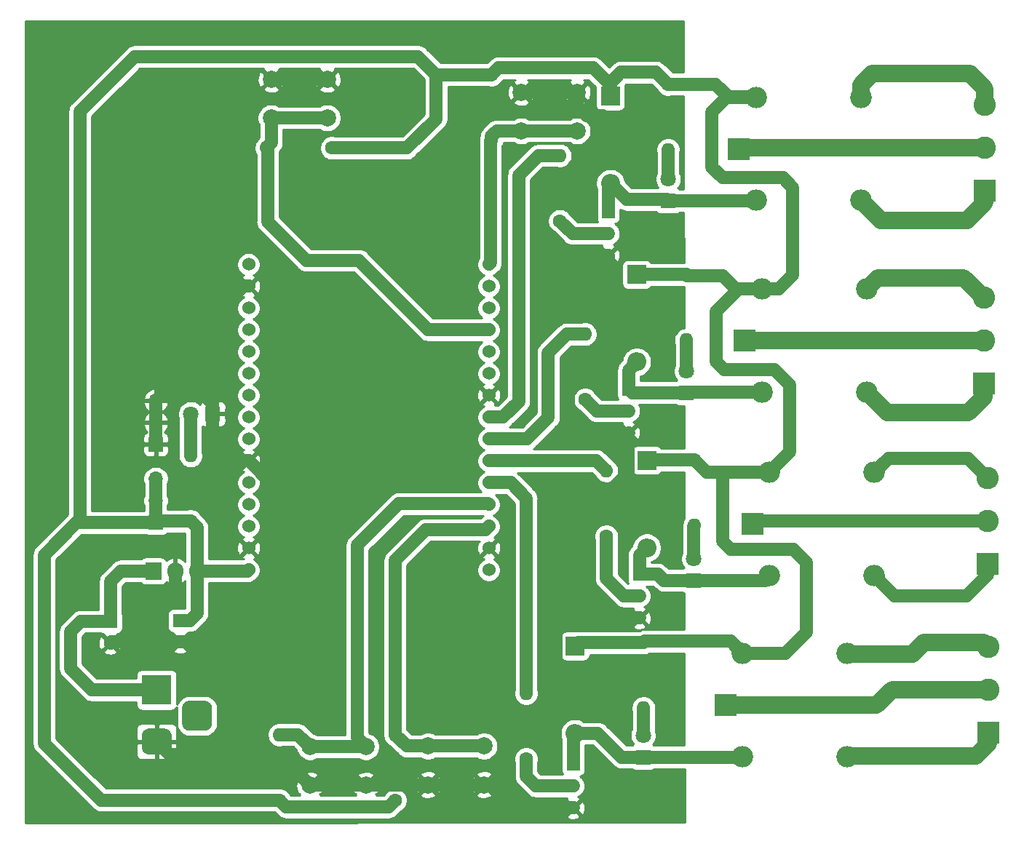
<source format=gbr>
%TF.GenerationSoftware,KiCad,Pcbnew,(5.1.12)-1*%
%TF.CreationDate,2022-02-17T13:15:52+05:30*%
%TF.ProjectId,homeAutomation,686f6d65-4175-4746-9f6d-6174696f6e2e,rev?*%
%TF.SameCoordinates,Original*%
%TF.FileFunction,Copper,L1,Top*%
%TF.FilePolarity,Positive*%
%FSLAX46Y46*%
G04 Gerber Fmt 4.6, Leading zero omitted, Abs format (unit mm)*
G04 Created by KiCad (PCBNEW (5.1.12)-1) date 2022-02-17 13:15:52*
%MOMM*%
%LPD*%
G01*
G04 APERTURE LIST*
%TA.AperFunction,ComponentPad*%
%ADD10C,2.000000*%
%TD*%
%TA.AperFunction,ComponentPad*%
%ADD11O,1.600000X1.600000*%
%TD*%
%TA.AperFunction,ComponentPad*%
%ADD12C,1.600000*%
%TD*%
%TA.AperFunction,ComponentPad*%
%ADD13C,1.524000*%
%TD*%
%TA.AperFunction,ComponentPad*%
%ADD14R,1.500000X1.500000*%
%TD*%
%TA.AperFunction,ComponentPad*%
%ADD15C,1.500000*%
%TD*%
%TA.AperFunction,ComponentPad*%
%ADD16O,1.905000X2.000000*%
%TD*%
%TA.AperFunction,ComponentPad*%
%ADD17R,1.905000X2.000000*%
%TD*%
%TA.AperFunction,ComponentPad*%
%ADD18O,1.700000X1.700000*%
%TD*%
%TA.AperFunction,ComponentPad*%
%ADD19R,1.700000X1.700000*%
%TD*%
%TA.AperFunction,ComponentPad*%
%ADD20C,2.600000*%
%TD*%
%TA.AperFunction,ComponentPad*%
%ADD21R,2.600000X2.600000*%
%TD*%
%TA.AperFunction,ComponentPad*%
%ADD22R,3.500000X3.500000*%
%TD*%
%TA.AperFunction,ComponentPad*%
%ADD23C,1.800000*%
%TD*%
%TA.AperFunction,ComponentPad*%
%ADD24R,1.800000X1.800000*%
%TD*%
%TA.AperFunction,ComponentPad*%
%ADD25R,1.600000X1.600000*%
%TD*%
%TA.AperFunction,ComponentPad*%
%ADD26O,2.500000X2.500000*%
%TD*%
%TA.AperFunction,ComponentPad*%
%ADD27R,2.500000X2.500000*%
%TD*%
%TA.AperFunction,ComponentPad*%
%ADD28O,2.200000X2.200000*%
%TD*%
%TA.AperFunction,ComponentPad*%
%ADD29R,2.200000X2.200000*%
%TD*%
%TA.AperFunction,Conductor*%
%ADD30C,1.500000*%
%TD*%
%TA.AperFunction,Conductor*%
%ADD31C,2.000000*%
%TD*%
%TA.AperFunction,Conductor*%
%ADD32C,0.254000*%
%TD*%
%TA.AperFunction,Conductor*%
%ADD33C,0.100000*%
%TD*%
G04 APERTURE END LIST*
D10*
%TO.P,SW2,1*%
%TO.N,S2*%
X47932200Y-25311100D03*
%TO.P,SW2,2*%
%TO.N,GND*%
X47932200Y-20811100D03*
%TO.P,SW2,1*%
%TO.N,S2*%
X54432200Y-25311100D03*
%TO.P,SW2,2*%
%TO.N,GND*%
X54432200Y-20811100D03*
%TD*%
D11*
%TO.P,R4,2*%
%TO.N,S1*%
X73558400Y-27901900D03*
D12*
%TO.P,R4,1*%
%TO.N,VCC*%
X73558400Y-20281900D03*
%TD*%
D13*
%TO.P,U1,30*%
%TO.N,S1*%
X73228200Y-42354500D03*
%TO.P,U1,29*%
%TO.N,Net-(U1-Pad29)*%
X73228200Y-44894500D03*
%TO.P,U1,28*%
%TO.N,Net-(U1-Pad28)*%
X73228200Y-47434500D03*
%TO.P,U1,27*%
%TO.N,S2*%
X73228200Y-49974500D03*
%TO.P,U1,26*%
%TO.N,M_data*%
X73228200Y-52514500D03*
%TO.P,U1,25*%
%TO.N,Net-(U1-Pad25)*%
X73228200Y-55054500D03*
%TO.P,U1,24*%
%TO.N,GND*%
X73228200Y-57594500D03*
%TO.P,U1,23*%
%TO.N,relay1*%
X73228200Y-60134500D03*
%TO.P,U1,22*%
%TO.N,relay2*%
X73228200Y-62674500D03*
%TO.P,U1,21*%
%TO.N,relay3*%
X73228200Y-65214500D03*
%TO.P,U1,20*%
%TO.N,relay4*%
X73228200Y-67754500D03*
%TO.P,U1,19*%
%TO.N,S3*%
X73228200Y-70294500D03*
%TO.P,U1,18*%
%TO.N,S4*%
X73228200Y-72834500D03*
%TO.P,U1,17*%
%TO.N,GND*%
X73228200Y-75374500D03*
%TO.P,U1,16*%
%TO.N,Net-(U1-Pad16)*%
X73228200Y-77914500D03*
%TO.P,U1,15*%
%TO.N,VCC*%
X45288200Y-77914500D03*
%TO.P,U1,14*%
%TO.N,GND*%
X45288200Y-75374500D03*
%TO.P,U1,13*%
%TO.N,Net-(U1-Pad13)*%
X45288200Y-72834500D03*
%TO.P,U1,12*%
%TO.N,Net-(U1-Pad12)*%
X45288200Y-70294500D03*
%TO.P,U1,11*%
%TO.N,+3V3*%
X45288200Y-67754500D03*
%TO.P,U1,10*%
%TO.N,GND*%
X45288200Y-65214500D03*
%TO.P,U1,9*%
%TO.N,Net-(U1-Pad9)*%
X45288200Y-62674500D03*
%TO.P,U1,8*%
%TO.N,Net-(U1-Pad8)*%
X45288200Y-60134500D03*
%TO.P,U1,7*%
%TO.N,Net-(U1-Pad7)*%
X45288200Y-57594500D03*
%TO.P,U1,6*%
%TO.N,Net-(U1-Pad6)*%
X45288200Y-55054500D03*
%TO.P,U1,5*%
%TO.N,Net-(U1-Pad5)*%
X45288200Y-52514500D03*
%TO.P,U1,4*%
%TO.N,Net-(U1-Pad4)*%
X45288200Y-49974500D03*
%TO.P,U1,3*%
%TO.N,Net-(U1-Pad3)*%
X45288200Y-47434500D03*
%TO.P,U1,2*%
%TO.N,GND*%
X45288200Y-44894500D03*
%TO.P,U1,1*%
%TO.N,Net-(U1-Pad1)*%
X45288200Y-42354500D03*
%TD*%
D10*
%TO.P,SW1,1*%
%TO.N,S1*%
X77015200Y-26835100D03*
%TO.P,SW1,2*%
%TO.N,GND*%
X77015200Y-22335100D03*
%TO.P,SW1,1*%
%TO.N,S1*%
X83515200Y-26835100D03*
%TO.P,SW1,2*%
%TO.N,GND*%
X83515200Y-22335100D03*
%TD*%
D14*
%TO.P,Q4,1*%
%TO.N,Net-(D6-Pad2)*%
X89509600Y-56883300D03*
D15*
%TO.P,Q4,3*%
%TO.N,GND*%
X89509600Y-61963300D03*
%TO.P,Q4,2*%
%TO.N,Net-(Q4-Pad2)*%
X89509600Y-59423300D03*
%TD*%
D14*
%TO.P,Q3,1*%
%TO.N,Net-(D5-Pad2)*%
X87147400Y-36233100D03*
D15*
%TO.P,Q3,3*%
%TO.N,GND*%
X87147400Y-41313100D03*
%TO.P,Q3,2*%
%TO.N,Net-(Q3-Pad2)*%
X87147400Y-38773100D03*
%TD*%
D14*
%TO.P,Q2,1*%
%TO.N,Net-(D4-Pad2)*%
X90754200Y-78422500D03*
D15*
%TO.P,Q2,3*%
%TO.N,GND*%
X90754200Y-83502500D03*
%TO.P,Q2,2*%
%TO.N,Net-(Q2-Pad2)*%
X90754200Y-80962500D03*
%TD*%
D14*
%TO.P,Q1,1*%
%TO.N,Net-(D2-Pad2)*%
X83058000Y-100520500D03*
D15*
%TO.P,Q1,3*%
%TO.N,GND*%
X83058000Y-105600500D03*
%TO.P,Q1,2*%
%TO.N,Net-(Q1-Pad2)*%
X83058000Y-103060500D03*
%TD*%
D16*
%TO.P,U2,3*%
%TO.N,VCC*%
X39293800Y-78041500D03*
%TO.P,U2,2*%
%TO.N,GND*%
X36753800Y-78041500D03*
D17*
%TO.P,U2,1*%
%TO.N,Net-(C1-Pad1)*%
X34213800Y-78041500D03*
%TD*%
D10*
%TO.P,SW4,1*%
%TO.N,S4*%
X72669400Y-98412300D03*
%TO.P,SW4,2*%
%TO.N,GND*%
X72669400Y-102912300D03*
%TO.P,SW4,1*%
%TO.N,S4*%
X66169400Y-98412300D03*
%TO.P,SW4,2*%
%TO.N,GND*%
X66169400Y-102912300D03*
%TD*%
%TO.P,SW3,1*%
%TO.N,S3*%
X58928000Y-98484300D03*
%TO.P,SW3,2*%
%TO.N,GND*%
X58928000Y-102984300D03*
%TO.P,SW3,1*%
%TO.N,S3*%
X52428000Y-98484300D03*
%TO.P,SW3,2*%
%TO.N,GND*%
X52428000Y-102984300D03*
%TD*%
D11*
%TO.P,R14,2*%
%TO.N,Net-(D9-Pad2)*%
X96189800Y-51168300D03*
D12*
%TO.P,R14,1*%
%TO.N,VCC*%
X96189800Y-43548300D03*
%TD*%
D11*
%TO.P,R13,2*%
%TO.N,Net-(D8-Pad2)*%
X94081600Y-29019500D03*
D12*
%TO.P,R13,1*%
%TO.N,VCC*%
X94081600Y-21399500D03*
%TD*%
D11*
%TO.P,R12,2*%
%TO.N,Net-(D7-Pad2)*%
X97155000Y-72758300D03*
D12*
%TO.P,R12,1*%
%TO.N,VCC*%
X97155000Y-65138300D03*
%TD*%
D11*
%TO.P,R11,2*%
%TO.N,relay2*%
X84455000Y-50482500D03*
D12*
%TO.P,R11,1*%
%TO.N,Net-(Q4-Pad2)*%
X84455000Y-58102500D03*
%TD*%
D11*
%TO.P,R10,2*%
%TO.N,relay1*%
X81508600Y-29679900D03*
D12*
%TO.P,R10,1*%
%TO.N,Net-(Q3-Pad2)*%
X81508600Y-37299900D03*
%TD*%
D11*
%TO.P,R9,2*%
%TO.N,relay3*%
X86918800Y-66382900D03*
D12*
%TO.P,R9,1*%
%TO.N,Net-(Q2-Pad2)*%
X86918800Y-74002900D03*
%TD*%
D11*
%TO.P,R8,2*%
%TO.N,S4*%
X62357000Y-97091500D03*
D12*
%TO.P,R8,1*%
%TO.N,VCC*%
X62357000Y-104711500D03*
%TD*%
D11*
%TO.P,R7,2*%
%TO.N,S2*%
X47345600Y-28816300D03*
D12*
%TO.P,R7,1*%
%TO.N,VCC*%
X54965600Y-28816300D03*
%TD*%
D11*
%TO.P,R6,2*%
%TO.N,Net-(D3-Pad2)*%
X91236800Y-93992700D03*
D12*
%TO.P,R6,1*%
%TO.N,VCC*%
X91236800Y-86372700D03*
%TD*%
D11*
%TO.P,R5,2*%
%TO.N,S3*%
X48869600Y-97091500D03*
D12*
%TO.P,R5,1*%
%TO.N,VCC*%
X48869600Y-104711500D03*
%TD*%
D11*
%TO.P,R3,2*%
%TO.N,relay4*%
X77597000Y-92290900D03*
D12*
%TO.P,R3,1*%
%TO.N,Net-(Q1-Pad2)*%
X77597000Y-99910900D03*
%TD*%
D11*
%TO.P,R1,2*%
%TO.N,Net-(D1-Pad2)*%
X38531800Y-64630300D03*
D12*
%TO.P,R1,1*%
%TO.N,VCC*%
X38531800Y-72250300D03*
%TD*%
D18*
%TO.P,J10,3*%
%TO.N,GND*%
X34493200Y-58229500D03*
%TO.P,J10,2*%
X34493200Y-60769500D03*
D19*
%TO.P,J10,1*%
X34493200Y-63309500D03*
%TD*%
D18*
%TO.P,J9,3*%
%TO.N,VCC*%
X34493200Y-67322700D03*
%TO.P,J9,2*%
X34493200Y-69862700D03*
D19*
%TO.P,J9,1*%
X34493200Y-72402700D03*
%TD*%
D20*
%TO.P,J8,3*%
%TO.N,Net-(J8-Pad3)*%
X130810000Y-46222900D03*
%TO.P,J8,2*%
%TO.N,Net-(J8-Pad2)*%
X130810000Y-51222900D03*
D21*
%TO.P,J8,1*%
%TO.N,Net-(J8-Pad1)*%
X130810000Y-56222900D03*
%TD*%
D20*
%TO.P,J7,3*%
%TO.N,Net-(J7-Pad3)*%
X130962400Y-23794700D03*
%TO.P,J7,2*%
%TO.N,Net-(J7-Pad2)*%
X130962400Y-28794700D03*
D21*
%TO.P,J7,1*%
%TO.N,Net-(J7-Pad1)*%
X130962400Y-33794700D03*
%TD*%
D20*
%TO.P,J6,3*%
%TO.N,Net-(J6-Pad3)*%
X131241800Y-67228700D03*
%TO.P,J6,2*%
%TO.N,Net-(J6-Pad2)*%
X131241800Y-72228700D03*
D21*
%TO.P,J6,1*%
%TO.N,Net-(J6-Pad1)*%
X131241800Y-77228700D03*
%TD*%
D20*
%TO.P,J5,3*%
%TO.N,Net-(J5-Pad3)*%
X131368800Y-86837500D03*
%TO.P,J5,2*%
%TO.N,Net-(J5-Pad2)*%
X131368800Y-91837500D03*
D21*
%TO.P,J5,1*%
%TO.N,Net-(J5-Pad1)*%
X131368800Y-96837500D03*
%TD*%
%TO.P,J2,3*%
%TO.N,N/C*%
%TA.AperFunction,ComponentPad*%
G36*
G01*
X40169800Y-96634500D02*
X38419800Y-96634500D01*
G75*
G02*
X37544800Y-95759500I0J875000D01*
G01*
X37544800Y-94009500D01*
G75*
G02*
X38419800Y-93134500I875000J0D01*
G01*
X40169800Y-93134500D01*
G75*
G02*
X41044800Y-94009500I0J-875000D01*
G01*
X41044800Y-95759500D01*
G75*
G02*
X40169800Y-96634500I-875000J0D01*
G01*
G37*
%TD.AperFunction*%
%TO.P,J2,2*%
%TO.N,GND*%
%TA.AperFunction,ComponentPad*%
G36*
G01*
X35594800Y-99384500D02*
X33594800Y-99384500D01*
G75*
G02*
X32844800Y-98634500I0J750000D01*
G01*
X32844800Y-97134500D01*
G75*
G02*
X33594800Y-96384500I750000J0D01*
G01*
X35594800Y-96384500D01*
G75*
G02*
X36344800Y-97134500I0J-750000D01*
G01*
X36344800Y-98634500D01*
G75*
G02*
X35594800Y-99384500I-750000J0D01*
G01*
G37*
%TD.AperFunction*%
D22*
%TO.P,J2,1*%
%TO.N,Net-(C1-Pad1)*%
X34594800Y-91884500D03*
%TD*%
D23*
%TO.P,D9,2*%
%TO.N,Net-(D9-Pad2)*%
X96240600Y-54749700D03*
D24*
%TO.P,D9,1*%
%TO.N,Net-(D6-Pad2)*%
X96240600Y-57289700D03*
%TD*%
D23*
%TO.P,D8,2*%
%TO.N,Net-(D8-Pad2)*%
X94107000Y-32423100D03*
D24*
%TO.P,D8,1*%
%TO.N,Net-(D5-Pad2)*%
X94107000Y-34963100D03*
%TD*%
D23*
%TO.P,D7,2*%
%TO.N,Net-(D7-Pad2)*%
X97078800Y-76593700D03*
D24*
%TO.P,D7,1*%
%TO.N,Net-(D4-Pad2)*%
X97078800Y-79133700D03*
%TD*%
D23*
%TO.P,D3,2*%
%TO.N,Net-(D3-Pad2)*%
X91186000Y-97167700D03*
D24*
%TO.P,D3,1*%
%TO.N,Net-(D2-Pad2)*%
X91186000Y-99707700D03*
%TD*%
D23*
%TO.P,D1,2*%
%TO.N,Net-(D1-Pad2)*%
X38582600Y-59753500D03*
D24*
%TO.P,D1,1*%
%TO.N,GND*%
X41122600Y-59753500D03*
%TD*%
D12*
%TO.P,C2,2*%
%TO.N,GND*%
X37312600Y-86307300D03*
D25*
%TO.P,C2,1*%
%TO.N,VCC*%
X37312600Y-83807300D03*
%TD*%
D12*
%TO.P,C1,2*%
%TO.N,GND*%
X29210000Y-86408900D03*
D25*
%TO.P,C1,1*%
%TO.N,Net-(C1-Pad1)*%
X29210000Y-83908900D03*
%TD*%
D26*
%TO.P,K4,5*%
%TO.N,VCC*%
X105022400Y-45193700D03*
%TO.P,K4,4*%
%TO.N,Net-(J8-Pad3)*%
X117222400Y-45193700D03*
%TO.P,K4,3*%
%TO.N,Net-(J8-Pad1)*%
X117222400Y-57193700D03*
%TO.P,K4,2*%
%TO.N,Net-(D6-Pad2)*%
X105022400Y-57193700D03*
D27*
%TO.P,K4,1*%
%TO.N,Net-(J8-Pad2)*%
X103022400Y-51193700D03*
%TD*%
D26*
%TO.P,K3,5*%
%TO.N,VCC*%
X104336600Y-22917900D03*
%TO.P,K3,4*%
%TO.N,Net-(J7-Pad3)*%
X116536600Y-22917900D03*
%TO.P,K3,3*%
%TO.N,Net-(J7-Pad1)*%
X116536600Y-34917900D03*
%TO.P,K3,2*%
%TO.N,Net-(D5-Pad2)*%
X104336600Y-34917900D03*
D27*
%TO.P,K3,1*%
%TO.N,Net-(J7-Pad2)*%
X102336600Y-28917900D03*
%TD*%
D26*
%TO.P,K2,5*%
%TO.N,VCC*%
X105886000Y-66580500D03*
%TO.P,K2,4*%
%TO.N,Net-(J6-Pad3)*%
X118086000Y-66580500D03*
%TO.P,K2,3*%
%TO.N,Net-(J6-Pad1)*%
X118086000Y-78580500D03*
%TO.P,K2,2*%
%TO.N,Net-(D4-Pad2)*%
X105886000Y-78580500D03*
D27*
%TO.P,K2,1*%
%TO.N,Net-(J6-Pad2)*%
X103886000Y-72580500D03*
%TD*%
D26*
%TO.P,K1,5*%
%TO.N,VCC*%
X102761800Y-87637100D03*
%TO.P,K1,4*%
%TO.N,Net-(J5-Pad3)*%
X114961800Y-87637100D03*
%TO.P,K1,3*%
%TO.N,Net-(J5-Pad1)*%
X114961800Y-99637100D03*
%TO.P,K1,2*%
%TO.N,Net-(D2-Pad2)*%
X102761800Y-99637100D03*
D27*
%TO.P,K1,1*%
%TO.N,Net-(J5-Pad2)*%
X100761800Y-93637100D03*
%TD*%
D28*
%TO.P,D6,2*%
%TO.N,Net-(D6-Pad2)*%
X90449400Y-53708300D03*
D29*
%TO.P,D6,1*%
%TO.N,VCC*%
X90449400Y-43548300D03*
%TD*%
D28*
%TO.P,D5,2*%
%TO.N,Net-(D5-Pad2)*%
X87376000Y-32931100D03*
D29*
%TO.P,D5,1*%
%TO.N,VCC*%
X87376000Y-22771100D03*
%TD*%
D28*
%TO.P,D4,2*%
%TO.N,Net-(D4-Pad2)*%
X91617800Y-75323700D03*
D29*
%TO.P,D4,1*%
%TO.N,VCC*%
X91617800Y-65163700D03*
%TD*%
D28*
%TO.P,D2,2*%
%TO.N,Net-(D2-Pad2)*%
X83261200Y-96939100D03*
D29*
%TO.P,D2,1*%
%TO.N,VCC*%
X83261200Y-86779100D03*
%TD*%
D30*
%TO.N,Net-(D2-Pad2)*%
X83058000Y-97142300D02*
X83261200Y-96939100D01*
X83058000Y-100520500D02*
X83058000Y-97142300D01*
X85902800Y-96939100D02*
X83261200Y-96939100D01*
X88671400Y-99707700D02*
X85902800Y-96939100D01*
X91186000Y-99707700D02*
X88671400Y-99707700D01*
X102691200Y-99707700D02*
X102761800Y-99637100D01*
X91186000Y-99707700D02*
X102691200Y-99707700D01*
%TO.N,VCC*%
X102761800Y-87637100D02*
X101345000Y-86220300D01*
X91389200Y-86220300D02*
X91236800Y-86372700D01*
X101345000Y-86220300D02*
X91389200Y-86220300D01*
X83667600Y-86372700D02*
X83261200Y-86779100D01*
X91236800Y-86372700D02*
X83667600Y-86372700D01*
X90449400Y-43548300D02*
X96189800Y-43548300D01*
X96291400Y-43649900D02*
X96189800Y-43548300D01*
X101955600Y-45173900D02*
X100431600Y-43649900D01*
X105002600Y-45173900D02*
X101955600Y-45173900D01*
X100431600Y-43649900D02*
X96291400Y-43649900D01*
X105022400Y-45193700D02*
X105002600Y-45173900D01*
X105022400Y-45193700D02*
X102342200Y-45193700D01*
X102342200Y-45193700D02*
X99695000Y-47840900D01*
X99695000Y-47840900D02*
X99695000Y-53708300D01*
X99695000Y-53708300D02*
X100609400Y-54622700D01*
X105707402Y-54622700D02*
X105732802Y-54597300D01*
X100609400Y-54622700D02*
X105707402Y-54622700D01*
X105732802Y-54597300D02*
X106476800Y-54597300D01*
X106476800Y-54597300D02*
X108254800Y-56375300D01*
X108254800Y-64211700D02*
X105886000Y-66580500D01*
X108254800Y-56375300D02*
X108254800Y-64211700D01*
X91643200Y-65138300D02*
X91617800Y-65163700D01*
X97155000Y-65138300D02*
X91643200Y-65138300D01*
X97802700Y-65786000D02*
X97155000Y-65138300D01*
X98597200Y-66580500D02*
X97802700Y-65786000D01*
X105886000Y-66580500D02*
X98597200Y-66580500D01*
X92684600Y-20002500D02*
X94081600Y-21399500D01*
X88620600Y-20002500D02*
X92684600Y-20002500D01*
X87376000Y-21247100D02*
X88620600Y-20002500D01*
X87376000Y-22771100D02*
X87376000Y-21247100D01*
X104291400Y-22872700D02*
X104336600Y-22917900D01*
X101092000Y-22872700D02*
X104291400Y-22872700D01*
X99618800Y-21399500D02*
X101092000Y-22872700D01*
X94081600Y-21399500D02*
X99618800Y-21399500D01*
X106990400Y-45193700D02*
X105022400Y-45193700D01*
X108610400Y-43573700D02*
X106990400Y-45193700D01*
X108610400Y-33413700D02*
X108610400Y-43573700D01*
X107467400Y-32270700D02*
X108610400Y-33413700D01*
X100431600Y-32270700D02*
X107467400Y-32270700D01*
X99187000Y-31026100D02*
X100431600Y-32270700D01*
X99187000Y-24625300D02*
X99187000Y-31026100D01*
X100894400Y-22917900D02*
X99187000Y-24625300D01*
X104336600Y-22917900D02*
X100894400Y-22917900D01*
X37312600Y-83807300D02*
X38455600Y-83807300D01*
X39293800Y-82969100D02*
X39293800Y-78041500D01*
X38455600Y-83807300D02*
X39293800Y-82969100D01*
X45161200Y-78041500D02*
X45288200Y-77914500D01*
X39293800Y-78041500D02*
X45161200Y-78041500D01*
X39293800Y-73012300D02*
X38531800Y-72250300D01*
X39293800Y-78041500D02*
X39293800Y-73012300D01*
X34645600Y-72250300D02*
X34493200Y-72402700D01*
X38531800Y-72250300D02*
X34645600Y-72250300D01*
X34493200Y-67322700D02*
X34493200Y-69862700D01*
X34493200Y-69862700D02*
X34493200Y-72402700D01*
X49669599Y-105511499D02*
X48869600Y-104711500D01*
X61557001Y-105511499D02*
X49669599Y-105511499D01*
X62357000Y-104711500D02*
X61557001Y-105511499D01*
X25273000Y-72402700D02*
X34493200Y-72402700D01*
X21513800Y-76161900D02*
X25273000Y-72402700D01*
X21513800Y-98107500D02*
X21513800Y-76161900D01*
X28117800Y-104711500D02*
X21513800Y-98107500D01*
X48869600Y-104711500D02*
X28117800Y-104711500D01*
X73558400Y-20281900D02*
X67106800Y-20281900D01*
X63728600Y-28816300D02*
X54965600Y-28816300D01*
X67106800Y-25438100D02*
X63728600Y-28816300D01*
X67106800Y-20281900D02*
X67106800Y-25438100D01*
X85382100Y-19481800D02*
X87376000Y-21475700D01*
X87376000Y-21475700D02*
X87376000Y-22771100D01*
X74358500Y-19481800D02*
X85382100Y-19481800D01*
X73558400Y-20281900D02*
X74358500Y-19481800D01*
X64998600Y-18173700D02*
X67106800Y-20281900D01*
X32067500Y-18173700D02*
X64998600Y-18173700D01*
X25654000Y-24587200D02*
X32067500Y-18173700D01*
X25654000Y-72402700D02*
X25654000Y-24587200D01*
X34493200Y-72402700D02*
X25654000Y-72402700D01*
X107714300Y-87637100D02*
X102761800Y-87637100D01*
X110172500Y-85178900D02*
X107714300Y-87637100D01*
X110172500Y-77025500D02*
X110172500Y-85178900D01*
X108648500Y-75501500D02*
X110172500Y-77025500D01*
X101396800Y-75501500D02*
X108648500Y-75501500D01*
X100482400Y-66955900D02*
X100482400Y-74587100D01*
X100482400Y-74587100D02*
X101396800Y-75501500D01*
X100857800Y-66580500D02*
X100482400Y-66955900D01*
X98597200Y-66580500D02*
X100857800Y-66580500D01*
%TO.N,Net-(D4-Pad2)*%
X90754200Y-78422500D02*
X92887800Y-78422500D01*
X93599000Y-79133700D02*
X97078800Y-79133700D01*
X92887800Y-78422500D02*
X93599000Y-79133700D01*
X90754200Y-76187300D02*
X91617800Y-75323700D01*
X90754200Y-78422500D02*
X90754200Y-76187300D01*
X105332800Y-79133700D02*
X97078800Y-79133700D01*
X105886000Y-78580500D02*
X105332800Y-79133700D01*
%TO.N,Net-(D5-Pad2)*%
X87147400Y-33159700D02*
X87376000Y-32931100D01*
X87147400Y-36233100D02*
X87147400Y-33159700D01*
X87376000Y-32931100D02*
X89255600Y-34810700D01*
X93954600Y-34810700D02*
X94107000Y-34963100D01*
X89255600Y-34810700D02*
X93954600Y-34810700D01*
X104291400Y-34963100D02*
X104336600Y-34917900D01*
X94107000Y-34963100D02*
X104291400Y-34963100D01*
%TO.N,Net-(D6-Pad2)*%
X96336600Y-57193700D02*
X96240600Y-57289700D01*
X105022400Y-57193700D02*
X96336600Y-57193700D01*
X92735400Y-57289700D02*
X96240600Y-57289700D01*
X89916000Y-57289700D02*
X92735400Y-57289700D01*
X89509600Y-56883300D02*
X89916000Y-57289700D01*
X89509600Y-54648100D02*
X89509600Y-56883300D01*
X90449400Y-53708300D02*
X89509600Y-54648100D01*
%TO.N,GND*%
X66169400Y-102912300D02*
X72669400Y-102912300D01*
X47932200Y-20811100D02*
X54432200Y-20811100D01*
X29311600Y-86307300D02*
X29210000Y-86408900D01*
X34072200Y-86307300D02*
X29311600Y-86307300D01*
X37312600Y-86307300D02*
X34072200Y-86307300D01*
X34072200Y-83542500D02*
X34072200Y-86307300D01*
X36753800Y-80860900D02*
X34072200Y-83542500D01*
X36753800Y-78041500D02*
X36753800Y-80860900D01*
X42454200Y-86307300D02*
X37312600Y-86307300D01*
X44805600Y-88658700D02*
X42454200Y-86307300D01*
X44805600Y-98640900D02*
X44805600Y-88658700D01*
X34493200Y-63309500D02*
X34493200Y-60769500D01*
X34493200Y-58229500D02*
X34493200Y-60769500D01*
X41122600Y-58610500D02*
X41122600Y-59753500D01*
X39446200Y-56934100D02*
X41122600Y-58610500D01*
X35788600Y-56934100D02*
X39446200Y-56934100D01*
X34493200Y-58229500D02*
X35788600Y-56934100D01*
X34620200Y-55765700D02*
X35788600Y-56934100D01*
X34620200Y-48780700D02*
X34620200Y-55765700D01*
X35814000Y-47586900D02*
X34620200Y-48780700D01*
X37795200Y-47586900D02*
X35814000Y-47586900D01*
X77015200Y-22335100D02*
X83515200Y-22335100D01*
X41122600Y-59753500D02*
X41122600Y-63538100D01*
X42799000Y-65214500D02*
X45288200Y-65214500D01*
X41122600Y-63538100D02*
X42799000Y-65214500D01*
X74070600Y-103013900D02*
X72463800Y-103013900D01*
X76657200Y-105600500D02*
X74070600Y-103013900D01*
X83058000Y-105600500D02*
X76657200Y-105600500D01*
X81075010Y-85055288D02*
X82627798Y-83502500D01*
X81075010Y-88707710D02*
X81075010Y-85055288D01*
X80365600Y-96380300D02*
X81125001Y-95620899D01*
X82627798Y-83502500D02*
X90754200Y-83502500D01*
X76428600Y-96380300D02*
X80365600Y-96380300D01*
X81125001Y-95620899D02*
X81125001Y-88757701D01*
X75412600Y-97396300D02*
X76428600Y-96380300D01*
X81125001Y-88757701D02*
X81075010Y-88707710D01*
X75412600Y-101536500D02*
X75412600Y-97396300D01*
X74036800Y-102912300D02*
X75412600Y-101536500D01*
X72669400Y-102912300D02*
X74036800Y-102912300D01*
X82627798Y-73366302D02*
X82627798Y-83502500D01*
X89408000Y-66586100D02*
X82627798Y-73366302D01*
X89408000Y-62064900D02*
X89408000Y-66586100D01*
X89509600Y-61963300D02*
X89408000Y-62064900D01*
X80543400Y-41313100D02*
X87147400Y-41313100D01*
X79298800Y-35191700D02*
X79298800Y-40068500D01*
X79298800Y-40068500D02*
X80543400Y-41313100D01*
X82804000Y-33718500D02*
X80772000Y-33718500D01*
X87477600Y-29044900D02*
X82804000Y-33718500D01*
X87477600Y-26047700D02*
X87477600Y-29044900D01*
X86512400Y-25082500D02*
X87477600Y-26047700D01*
X84648602Y-25082500D02*
X86512400Y-25082500D01*
X83515200Y-23949098D02*
X84648602Y-25082500D01*
X80772000Y-33718500D02*
X79298800Y-35191700D01*
X83515200Y-22335100D02*
X83515200Y-23949098D01*
X37795200Y-47586900D02*
X39674800Y-47586900D01*
X42367200Y-44894500D02*
X45288200Y-44894500D01*
X39674800Y-47586900D02*
X42367200Y-44894500D01*
X52428000Y-102984300D02*
X58928000Y-102984300D01*
X59000000Y-102912300D02*
X58928000Y-102984300D01*
X66169400Y-102912300D02*
X59000000Y-102912300D01*
X44805600Y-101866700D02*
X44805600Y-98640900D01*
X44881800Y-101942900D02*
X44805600Y-101866700D01*
X51386600Y-101942900D02*
X44881800Y-101942900D01*
X52428000Y-102984300D02*
X51386600Y-101942900D01*
X44069000Y-99377500D02*
X44805600Y-98640900D01*
X36087800Y-99377500D02*
X44069000Y-99377500D01*
X34594800Y-97884500D02*
X36087800Y-99377500D01*
X45288200Y-65214500D02*
X50253900Y-70180200D01*
X50253900Y-78507600D02*
X42454200Y-86307300D01*
X50253900Y-70180200D02*
X50253900Y-78507600D01*
X87147400Y-41313100D02*
X87147400Y-52489100D01*
X82484711Y-57151789D02*
X82484711Y-60170811D01*
X82484711Y-60170811D02*
X84378800Y-62064900D01*
X87147400Y-52489100D02*
X82484711Y-57151789D01*
X84378800Y-62064900D02*
X89408000Y-62064900D01*
D31*
%TO.N,Net-(J5-Pad3)*%
X130878600Y-86347300D02*
X131368800Y-86837500D01*
X123850400Y-86347300D02*
X130878600Y-86347300D01*
X122504200Y-87693500D02*
X123850400Y-86347300D01*
X115018200Y-87693500D02*
X122504200Y-87693500D01*
X114961800Y-87637100D02*
X115018200Y-87693500D01*
%TO.N,Net-(J5-Pad1)*%
X131368800Y-98094800D02*
X131368800Y-96837500D01*
X129870200Y-99593400D02*
X131368800Y-98094800D01*
X115005500Y-99593400D02*
X129870200Y-99593400D01*
X114961800Y-99637100D02*
X115005500Y-99593400D01*
%TO.N,Net-(J5-Pad2)*%
X131368800Y-91837500D02*
X120138200Y-91837500D01*
X118338600Y-93637100D02*
X100761800Y-93637100D01*
X120138200Y-91837500D02*
X118338600Y-93637100D01*
D30*
%TO.N,Net-(J6-Pad3)*%
X119718700Y-64947800D02*
X118086000Y-66580500D01*
X128960900Y-64947800D02*
X119718700Y-64947800D01*
X131241800Y-67228700D02*
X128960900Y-64947800D01*
%TO.N,Net-(J6-Pad1)*%
X131241800Y-78486000D02*
X131241800Y-77228700D01*
X128828800Y-80899000D02*
X131241800Y-78486000D01*
X120404500Y-80899000D02*
X128828800Y-80899000D01*
X118086000Y-78580500D02*
X120404500Y-80899000D01*
%TO.N,Net-(J6-Pad2)*%
X104237800Y-72228700D02*
X103886000Y-72580500D01*
X131241800Y-72228700D02*
X104237800Y-72228700D01*
D31*
%TO.N,Net-(J7-Pad3)*%
X129235200Y-20180300D02*
X130962400Y-21907500D01*
X117830600Y-20180300D02*
X129235200Y-20180300D01*
X130962400Y-21907500D02*
X130962400Y-23794700D01*
X116536600Y-21474300D02*
X117830600Y-20180300D01*
X116536600Y-22917900D02*
X116536600Y-21474300D01*
%TO.N,Net-(J7-Pad1)*%
X130962400Y-35128200D02*
X130962400Y-33794700D01*
X128866900Y-37223700D02*
X130962400Y-35128200D01*
X118842400Y-37223700D02*
X128866900Y-37223700D01*
X116536600Y-34917900D02*
X118842400Y-37223700D01*
%TO.N,Net-(J7-Pad2)*%
X102459800Y-28794700D02*
X102336600Y-28917900D01*
X130962400Y-28794700D02*
X102459800Y-28794700D01*
%TO.N,Net-(J8-Pad3)*%
X118499500Y-43916600D02*
X117222400Y-45193700D01*
X128503700Y-43916600D02*
X118499500Y-43916600D01*
X130810000Y-46222900D02*
X128503700Y-43916600D01*
%TO.N,Net-(J8-Pad1)*%
X130810000Y-57785000D02*
X130810000Y-56222900D01*
X129006600Y-59588400D02*
X130810000Y-57785000D01*
X119617100Y-59588400D02*
X129006600Y-59588400D01*
X117222400Y-57193700D02*
X119617100Y-59588400D01*
%TO.N,Net-(J8-Pad2)*%
X103051600Y-51222900D02*
X103022400Y-51193700D01*
X130810000Y-51222900D02*
X103051600Y-51222900D01*
D30*
%TO.N,Net-(Q1-Pad2)*%
X77597000Y-101942900D02*
X77597000Y-99910900D01*
X78714600Y-103060500D02*
X77597000Y-101942900D01*
X83058000Y-103060500D02*
X78714600Y-103060500D01*
%TO.N,Net-(Q2-Pad2)*%
X86918800Y-78930500D02*
X86918800Y-74002900D01*
X88950800Y-80962500D02*
X86918800Y-78930500D01*
X90754200Y-80962500D02*
X88950800Y-80962500D01*
%TO.N,Net-(Q3-Pad2)*%
X82981800Y-38773100D02*
X81508600Y-37299900D01*
X87147400Y-38773100D02*
X82981800Y-38773100D01*
%TO.N,Net-(Q4-Pad2)*%
X85775800Y-59423300D02*
X89509600Y-59423300D01*
X84455000Y-58102500D02*
X85775800Y-59423300D01*
%TO.N,S1*%
X77015200Y-26835100D02*
X83515200Y-26835100D01*
X73431400Y-42151300D02*
X73431400Y-27901900D01*
X73228200Y-42354500D02*
X73431400Y-42151300D01*
X73558400Y-27901900D02*
X73558400Y-27457400D01*
X74180700Y-26835100D02*
X77015200Y-26835100D01*
X73558400Y-27457400D02*
X74180700Y-26835100D01*
%TO.N,S2*%
X54432200Y-25311100D02*
X47932200Y-25311100D01*
X47345600Y-28816300D02*
X47932200Y-28229700D01*
X47932200Y-28229700D02*
X47932200Y-25311100D01*
X47523400Y-28994100D02*
X47345600Y-28816300D01*
X47523400Y-37401500D02*
X47523400Y-28994100D01*
X52019200Y-41897300D02*
X47523400Y-37401500D01*
X58102500Y-41897300D02*
X52019200Y-41897300D01*
X66179700Y-49974500D02*
X58102500Y-41897300D01*
X73228200Y-49974500D02*
X66179700Y-49974500D01*
%TO.N,relay1*%
X78994000Y-29679900D02*
X81508600Y-29679900D01*
X76708000Y-31965900D02*
X78994000Y-29679900D01*
X76708000Y-58305700D02*
X76708000Y-31965900D01*
X74879200Y-60134500D02*
X76708000Y-58305700D01*
X73228200Y-60134500D02*
X74879200Y-60134500D01*
%TO.N,relay2*%
X77698600Y-62674500D02*
X73228200Y-62674500D01*
X80162400Y-60210700D02*
X77698600Y-62674500D01*
X80162400Y-52616100D02*
X80162400Y-60210700D01*
X82296000Y-50482500D02*
X80162400Y-52616100D01*
X84455000Y-50482500D02*
X82296000Y-50482500D01*
%TO.N,relay3*%
X85750400Y-65214500D02*
X86918800Y-66382900D01*
X73228200Y-65214500D02*
X85750400Y-65214500D01*
%TO.N,relay4*%
X75768200Y-67754500D02*
X73228200Y-67754500D01*
X77597000Y-69583300D02*
X75768200Y-67754500D01*
X77597000Y-92290900D02*
X77597000Y-69583300D01*
%TO.N,S3*%
X51035200Y-97091500D02*
X52428000Y-98484300D01*
X48869600Y-97091500D02*
X51035200Y-97091500D01*
X58928000Y-98484300D02*
X52428000Y-98484300D01*
X73139300Y-70205600D02*
X73228200Y-70294500D01*
X62750700Y-70205600D02*
X73139300Y-70205600D01*
X57928001Y-75028299D02*
X62750700Y-70205600D01*
X57928001Y-97484301D02*
X57928001Y-75028299D01*
X58928000Y-98484300D02*
X57928001Y-97484301D01*
%TO.N,S4*%
X72669400Y-98412300D02*
X66169400Y-98412300D01*
X63677800Y-98412300D02*
X66169400Y-98412300D01*
X62357000Y-97091500D02*
X63677800Y-98412300D01*
X72821800Y-73240900D02*
X73228200Y-72834500D01*
X65887600Y-73240900D02*
X72821800Y-73240900D01*
X62331600Y-76796900D02*
X65887600Y-73240900D01*
X62331600Y-97066100D02*
X62331600Y-76796900D01*
X62357000Y-97091500D02*
X62331600Y-97066100D01*
%TO.N,Net-(C1-Pad1)*%
X34594800Y-91884500D02*
X27076400Y-91884500D01*
X27076400Y-91884500D02*
X24561800Y-89369900D01*
X24561800Y-89369900D02*
X24561800Y-85102700D01*
X25755600Y-83908900D02*
X29210000Y-83908900D01*
X24561800Y-85102700D02*
X25755600Y-83908900D01*
X29210000Y-83908900D02*
X29210000Y-79260700D01*
X30429200Y-78041500D02*
X34213800Y-78041500D01*
X29210000Y-79260700D02*
X30429200Y-78041500D01*
%TO.N,Net-(D1-Pad2)*%
X38531800Y-59804300D02*
X38582600Y-59753500D01*
X38531800Y-64630300D02*
X38531800Y-59804300D01*
%TO.N,Net-(D3-Pad2)*%
X91236800Y-97116900D02*
X91186000Y-97167700D01*
X91236800Y-93992700D02*
X91236800Y-97116900D01*
%TO.N,Net-(D7-Pad2)*%
X97078800Y-72834500D02*
X97155000Y-72758300D01*
X97078800Y-76593700D02*
X97078800Y-72834500D01*
%TO.N,Net-(D8-Pad2)*%
X94107000Y-29044900D02*
X94081600Y-29019500D01*
X94107000Y-32423100D02*
X94107000Y-29044900D01*
%TO.N,Net-(D9-Pad2)*%
X96240600Y-51219100D02*
X96189800Y-51168300D01*
X96240600Y-54749700D02*
X96240600Y-51219100D01*
%TD*%
D32*
%TO.N,GND*%
X95885226Y-14073429D02*
X95893293Y-20014500D01*
X94655286Y-20014500D01*
X93712054Y-19071269D01*
X93668681Y-19018419D01*
X93457788Y-18845343D01*
X93217181Y-18716736D01*
X92956107Y-18637540D01*
X92752637Y-18617500D01*
X92752629Y-18617500D01*
X92684600Y-18610800D01*
X92616571Y-18617500D01*
X88688626Y-18617500D01*
X88620599Y-18610800D01*
X88552572Y-18617500D01*
X88552563Y-18617500D01*
X88349093Y-18637540D01*
X88088019Y-18716736D01*
X87847412Y-18845343D01*
X87847410Y-18845344D01*
X87847411Y-18845344D01*
X87689366Y-18975048D01*
X87689364Y-18975050D01*
X87636519Y-19018419D01*
X87593150Y-19071264D01*
X87261700Y-19402714D01*
X86409554Y-18550569D01*
X86366181Y-18497719D01*
X86155288Y-18324643D01*
X85914681Y-18196036D01*
X85653607Y-18116840D01*
X85450137Y-18096800D01*
X85450129Y-18096800D01*
X85382100Y-18090100D01*
X85314071Y-18096800D01*
X74426526Y-18096800D01*
X74358499Y-18090100D01*
X74290472Y-18096800D01*
X74290463Y-18096800D01*
X74086993Y-18116840D01*
X73825919Y-18196036D01*
X73585312Y-18324643D01*
X73374419Y-18497719D01*
X73331046Y-18550569D01*
X72984715Y-18896900D01*
X67680486Y-18896900D01*
X66026054Y-17242469D01*
X65982681Y-17189619D01*
X65771788Y-17016543D01*
X65531181Y-16887936D01*
X65270107Y-16808740D01*
X65066637Y-16788700D01*
X65066629Y-16788700D01*
X64998600Y-16782000D01*
X64930571Y-16788700D01*
X32135529Y-16788700D01*
X32067500Y-16782000D01*
X31999471Y-16788700D01*
X31999463Y-16788700D01*
X31795993Y-16808740D01*
X31534919Y-16887936D01*
X31294312Y-17016543D01*
X31136266Y-17146248D01*
X31136264Y-17146250D01*
X31083419Y-17189619D01*
X31040050Y-17242464D01*
X24722764Y-23559751D01*
X24669920Y-23603119D01*
X24626551Y-23655964D01*
X24626548Y-23655967D01*
X24496844Y-23814012D01*
X24368236Y-24054620D01*
X24289040Y-24315693D01*
X24262300Y-24587200D01*
X24269001Y-24655239D01*
X24269000Y-71442890D01*
X24245550Y-71471464D01*
X20582564Y-75134451D01*
X20529720Y-75177819D01*
X20486351Y-75230664D01*
X20486348Y-75230667D01*
X20356644Y-75388712D01*
X20228036Y-75629320D01*
X20148840Y-75890393D01*
X20122100Y-76161900D01*
X20128801Y-76229939D01*
X20128800Y-98039471D01*
X20122100Y-98107500D01*
X20128800Y-98175529D01*
X20128800Y-98175536D01*
X20143294Y-98322700D01*
X20148840Y-98379007D01*
X20212445Y-98588685D01*
X20228036Y-98640080D01*
X20347678Y-98863913D01*
X20356644Y-98880688D01*
X20460760Y-99007553D01*
X20529719Y-99091580D01*
X20582565Y-99134950D01*
X27090350Y-105642736D01*
X27133719Y-105695581D01*
X27186564Y-105738950D01*
X27186566Y-105738952D01*
X27236711Y-105780105D01*
X27344612Y-105868657D01*
X27585219Y-105997264D01*
X27846293Y-106076460D01*
X28049763Y-106096500D01*
X28049772Y-106096500D01*
X28117799Y-106103200D01*
X28185826Y-106096500D01*
X48295915Y-106096500D01*
X48642145Y-106442730D01*
X48685518Y-106495580D01*
X48896411Y-106668656D01*
X49137018Y-106797263D01*
X49398092Y-106876459D01*
X49601562Y-106896499D01*
X49601571Y-106896499D01*
X49669598Y-106903199D01*
X49737625Y-106896499D01*
X61488972Y-106896499D01*
X61557001Y-106903199D01*
X61625030Y-106896499D01*
X61625038Y-106896499D01*
X61828508Y-106876459D01*
X62089582Y-106797263D01*
X62330189Y-106668656D01*
X62465641Y-106557493D01*
X82280612Y-106557493D01*
X82346137Y-106796360D01*
X82593116Y-106912260D01*
X82857960Y-106977750D01*
X83130492Y-106990312D01*
X83400238Y-106949465D01*
X83656832Y-106856777D01*
X83769863Y-106796360D01*
X83835388Y-106557493D01*
X83058000Y-105780105D01*
X82280612Y-106557493D01*
X62465641Y-106557493D01*
X62541082Y-106495580D01*
X62584455Y-106442730D01*
X63058660Y-105968525D01*
X63271759Y-105826137D01*
X63424904Y-105672992D01*
X81668188Y-105672992D01*
X81709035Y-105942738D01*
X81801723Y-106199332D01*
X81862140Y-106312363D01*
X82101007Y-106377888D01*
X82878395Y-105600500D01*
X83237605Y-105600500D01*
X84014993Y-106377888D01*
X84253860Y-106312363D01*
X84369760Y-106065384D01*
X84435250Y-105800540D01*
X84447812Y-105528008D01*
X84406965Y-105258262D01*
X84314277Y-105001668D01*
X84253860Y-104888637D01*
X84014993Y-104823112D01*
X83237605Y-105600500D01*
X82878395Y-105600500D01*
X82101007Y-104823112D01*
X81862140Y-104888637D01*
X81746240Y-105135616D01*
X81680750Y-105400460D01*
X81668188Y-105672992D01*
X63424904Y-105672992D01*
X63471637Y-105626259D01*
X63628680Y-105391227D01*
X63736853Y-105130074D01*
X63792000Y-104852835D01*
X63792000Y-104570165D01*
X63736853Y-104292926D01*
X63635283Y-104047713D01*
X65213592Y-104047713D01*
X65309356Y-104312114D01*
X65598971Y-104453004D01*
X65910508Y-104534684D01*
X66231995Y-104554018D01*
X66551075Y-104510261D01*
X66855488Y-104405095D01*
X67029444Y-104312114D01*
X67125208Y-104047713D01*
X71713592Y-104047713D01*
X71809356Y-104312114D01*
X72098971Y-104453004D01*
X72410508Y-104534684D01*
X72731995Y-104554018D01*
X73051075Y-104510261D01*
X73355488Y-104405095D01*
X73529444Y-104312114D01*
X73625208Y-104047713D01*
X72669400Y-103091905D01*
X71713592Y-104047713D01*
X67125208Y-104047713D01*
X66169400Y-103091905D01*
X65213592Y-104047713D01*
X63635283Y-104047713D01*
X63628680Y-104031773D01*
X63471637Y-103796741D01*
X63271759Y-103596863D01*
X63036727Y-103439820D01*
X62775574Y-103331647D01*
X62498335Y-103276500D01*
X62215665Y-103276500D01*
X61938426Y-103331647D01*
X61677273Y-103439820D01*
X61442241Y-103596863D01*
X61242363Y-103796741D01*
X61099975Y-104009840D01*
X60983316Y-104126499D01*
X60108359Y-104126499D01*
X60179083Y-104055775D01*
X60063415Y-103940107D01*
X60327814Y-103844344D01*
X60468704Y-103554729D01*
X60550384Y-103243192D01*
X60566519Y-102974895D01*
X64527682Y-102974895D01*
X64571439Y-103293975D01*
X64676605Y-103598388D01*
X64769586Y-103772344D01*
X65033987Y-103868108D01*
X65989795Y-102912300D01*
X66349005Y-102912300D01*
X67304813Y-103868108D01*
X67569214Y-103772344D01*
X67710104Y-103482729D01*
X67791784Y-103171192D01*
X67803589Y-102974895D01*
X71027682Y-102974895D01*
X71071439Y-103293975D01*
X71176605Y-103598388D01*
X71269586Y-103772344D01*
X71533987Y-103868108D01*
X72489795Y-102912300D01*
X72849005Y-102912300D01*
X73804813Y-103868108D01*
X74069214Y-103772344D01*
X74210104Y-103482729D01*
X74291784Y-103171192D01*
X74311118Y-102849705D01*
X74267361Y-102530625D01*
X74162195Y-102226212D01*
X74069214Y-102052256D01*
X73804813Y-101956492D01*
X72849005Y-102912300D01*
X72489795Y-102912300D01*
X71533987Y-101956492D01*
X71269586Y-102052256D01*
X71128696Y-102341871D01*
X71047016Y-102653408D01*
X71027682Y-102974895D01*
X67803589Y-102974895D01*
X67811118Y-102849705D01*
X67767361Y-102530625D01*
X67662195Y-102226212D01*
X67569214Y-102052256D01*
X67304813Y-101956492D01*
X66349005Y-102912300D01*
X65989795Y-102912300D01*
X65033987Y-101956492D01*
X64769586Y-102052256D01*
X64628696Y-102341871D01*
X64547016Y-102653408D01*
X64527682Y-102974895D01*
X60566519Y-102974895D01*
X60569718Y-102921705D01*
X60525961Y-102602625D01*
X60420795Y-102298212D01*
X60327814Y-102124256D01*
X60063413Y-102028492D01*
X59107605Y-102984300D01*
X59121748Y-102998443D01*
X58942143Y-103178048D01*
X58928000Y-103163905D01*
X58913858Y-103178048D01*
X58734253Y-102998443D01*
X58748395Y-102984300D01*
X57792587Y-102028492D01*
X57528186Y-102124256D01*
X57387296Y-102413871D01*
X57305616Y-102725408D01*
X57286282Y-103046895D01*
X57330039Y-103365975D01*
X57435205Y-103670388D01*
X57528186Y-103844344D01*
X57792585Y-103940107D01*
X57676917Y-104055775D01*
X57747641Y-104126499D01*
X53608359Y-104126499D01*
X53679083Y-104055775D01*
X53563415Y-103940107D01*
X53827814Y-103844344D01*
X53968704Y-103554729D01*
X54050384Y-103243192D01*
X54069718Y-102921705D01*
X54025961Y-102602625D01*
X53920795Y-102298212D01*
X53827814Y-102124256D01*
X53563413Y-102028492D01*
X52607605Y-102984300D01*
X52621748Y-102998443D01*
X52442143Y-103178048D01*
X52428000Y-103163905D01*
X52413858Y-103178048D01*
X52234253Y-102998443D01*
X52248395Y-102984300D01*
X51292587Y-102028492D01*
X51028186Y-102124256D01*
X50887296Y-102413871D01*
X50805616Y-102725408D01*
X50786282Y-103046895D01*
X50830039Y-103365975D01*
X50935205Y-103670388D01*
X51028186Y-103844344D01*
X51292585Y-103940107D01*
X51176917Y-104055775D01*
X51247641Y-104126499D01*
X50243284Y-104126499D01*
X50126625Y-104009840D01*
X49984237Y-103796741D01*
X49784359Y-103596863D01*
X49549327Y-103439820D01*
X49288174Y-103331647D01*
X49010935Y-103276500D01*
X48728265Y-103276500D01*
X48476901Y-103326500D01*
X28691486Y-103326500D01*
X27213873Y-101848887D01*
X51472192Y-101848887D01*
X52428000Y-102804695D01*
X53383808Y-101848887D01*
X57972192Y-101848887D01*
X58928000Y-102804695D01*
X59883808Y-101848887D01*
X59857731Y-101776887D01*
X65213592Y-101776887D01*
X66169400Y-102732695D01*
X67125208Y-101776887D01*
X71713592Y-101776887D01*
X72669400Y-102732695D01*
X73625208Y-101776887D01*
X73529444Y-101512486D01*
X73239829Y-101371596D01*
X72928292Y-101289916D01*
X72606805Y-101270582D01*
X72287725Y-101314339D01*
X71983312Y-101419505D01*
X71809356Y-101512486D01*
X71713592Y-101776887D01*
X67125208Y-101776887D01*
X67029444Y-101512486D01*
X66739829Y-101371596D01*
X66428292Y-101289916D01*
X66106805Y-101270582D01*
X65787725Y-101314339D01*
X65483312Y-101419505D01*
X65309356Y-101512486D01*
X65213592Y-101776887D01*
X59857731Y-101776887D01*
X59788044Y-101584486D01*
X59498429Y-101443596D01*
X59186892Y-101361916D01*
X58865405Y-101342582D01*
X58546325Y-101386339D01*
X58241912Y-101491505D01*
X58067956Y-101584486D01*
X57972192Y-101848887D01*
X53383808Y-101848887D01*
X53288044Y-101584486D01*
X52998429Y-101443596D01*
X52686892Y-101361916D01*
X52365405Y-101342582D01*
X52046325Y-101386339D01*
X51741912Y-101491505D01*
X51567956Y-101584486D01*
X51472192Y-101848887D01*
X27213873Y-101848887D01*
X24749486Y-99384500D01*
X32206728Y-99384500D01*
X32218988Y-99508982D01*
X32255298Y-99628680D01*
X32314263Y-99738994D01*
X32393615Y-99835685D01*
X32490306Y-99915037D01*
X32600620Y-99974002D01*
X32720318Y-100010312D01*
X32844800Y-100022572D01*
X34309050Y-100019500D01*
X34467800Y-99860750D01*
X34467800Y-98011500D01*
X34721800Y-98011500D01*
X34721800Y-99860750D01*
X34880550Y-100019500D01*
X36344800Y-100022572D01*
X36469282Y-100010312D01*
X36588980Y-99974002D01*
X36699294Y-99915037D01*
X36795985Y-99835685D01*
X36875337Y-99738994D01*
X36934302Y-99628680D01*
X36970612Y-99508982D01*
X36982872Y-99384500D01*
X36979800Y-98170250D01*
X36821050Y-98011500D01*
X34721800Y-98011500D01*
X34467800Y-98011500D01*
X32368550Y-98011500D01*
X32209800Y-98170250D01*
X32206728Y-99384500D01*
X24749486Y-99384500D01*
X22898800Y-97533815D01*
X22898800Y-96384500D01*
X32206728Y-96384500D01*
X32209800Y-97598750D01*
X32368550Y-97757500D01*
X34467800Y-97757500D01*
X34467800Y-95908250D01*
X34721800Y-95908250D01*
X34721800Y-97757500D01*
X36821050Y-97757500D01*
X36979800Y-97598750D01*
X36982872Y-96384500D01*
X36970612Y-96260018D01*
X36934302Y-96140320D01*
X36875337Y-96030006D01*
X36795985Y-95933315D01*
X36699294Y-95853963D01*
X36588980Y-95794998D01*
X36469282Y-95758688D01*
X36344800Y-95746428D01*
X34880550Y-95749500D01*
X34721800Y-95908250D01*
X34467800Y-95908250D01*
X34309050Y-95749500D01*
X32844800Y-95746428D01*
X32720318Y-95758688D01*
X32600620Y-95794998D01*
X32490306Y-95853963D01*
X32393615Y-95933315D01*
X32314263Y-96030006D01*
X32255298Y-96140320D01*
X32218988Y-96260018D01*
X32206728Y-96384500D01*
X22898800Y-96384500D01*
X22898800Y-85102700D01*
X23170100Y-85102700D01*
X23176801Y-85170739D01*
X23176800Y-89301871D01*
X23170100Y-89369900D01*
X23176800Y-89437929D01*
X23176800Y-89437936D01*
X23196840Y-89641406D01*
X23276036Y-89902480D01*
X23404643Y-90143087D01*
X23577719Y-90353980D01*
X23630565Y-90397350D01*
X26048950Y-92815736D01*
X26092319Y-92868581D01*
X26145164Y-92911950D01*
X26145166Y-92911952D01*
X26175473Y-92936824D01*
X26303212Y-93041657D01*
X26543819Y-93170264D01*
X26804893Y-93249460D01*
X27008363Y-93269500D01*
X27008372Y-93269500D01*
X27076399Y-93276200D01*
X27144426Y-93269500D01*
X32206728Y-93269500D01*
X32206728Y-93634500D01*
X32218988Y-93758982D01*
X32255298Y-93878680D01*
X32314263Y-93988994D01*
X32393615Y-94085685D01*
X32490306Y-94165037D01*
X32600620Y-94224002D01*
X32720318Y-94260312D01*
X32844800Y-94272572D01*
X36344800Y-94272572D01*
X36469282Y-94260312D01*
X36588980Y-94224002D01*
X36699294Y-94165037D01*
X36795985Y-94085685D01*
X36875337Y-93988994D01*
X36916294Y-93912369D01*
X36906728Y-94009500D01*
X36906728Y-95759500D01*
X36935801Y-96054686D01*
X37021904Y-96338528D01*
X37161727Y-96600118D01*
X37349897Y-96829403D01*
X37579182Y-97017573D01*
X37840772Y-97157396D01*
X38124614Y-97243499D01*
X38419800Y-97272572D01*
X40169800Y-97272572D01*
X40464986Y-97243499D01*
X40748828Y-97157396D01*
X41010418Y-97017573D01*
X41092554Y-96950165D01*
X47434600Y-96950165D01*
X47434600Y-97232835D01*
X47489747Y-97510074D01*
X47597920Y-97771227D01*
X47754963Y-98006259D01*
X47954841Y-98206137D01*
X48189873Y-98363180D01*
X48451026Y-98471353D01*
X48728265Y-98526500D01*
X49010935Y-98526500D01*
X49262299Y-98476500D01*
X50461515Y-98476500D01*
X50833387Y-98848372D01*
X50855832Y-98961212D01*
X50979082Y-99258763D01*
X51158013Y-99526552D01*
X51385748Y-99754287D01*
X51653537Y-99933218D01*
X51951088Y-100056468D01*
X52266967Y-100119300D01*
X52589033Y-100119300D01*
X52904912Y-100056468D01*
X53202463Y-99933218D01*
X53298123Y-99869300D01*
X58057877Y-99869300D01*
X58153537Y-99933218D01*
X58451088Y-100056468D01*
X58766967Y-100119300D01*
X59089033Y-100119300D01*
X59404912Y-100056468D01*
X59702463Y-99933218D01*
X59970252Y-99754287D01*
X60197987Y-99526552D01*
X60376918Y-99258763D01*
X60500168Y-98961212D01*
X60563000Y-98645333D01*
X60563000Y-98323267D01*
X60500168Y-98007388D01*
X60376918Y-97709837D01*
X60197987Y-97442048D01*
X59970252Y-97214313D01*
X59702463Y-97035382D01*
X59404912Y-96912132D01*
X59313001Y-96893850D01*
X59313001Y-75601984D01*
X63324386Y-71590600D01*
X72580705Y-71590600D01*
X72566473Y-71596495D01*
X72337665Y-71749380D01*
X72231145Y-71855900D01*
X65955626Y-71855900D01*
X65887599Y-71849200D01*
X65819572Y-71855900D01*
X65819563Y-71855900D01*
X65616093Y-71875940D01*
X65355019Y-71955136D01*
X65114412Y-72083743D01*
X65114410Y-72083744D01*
X65114411Y-72083744D01*
X64956366Y-72213448D01*
X64956364Y-72213450D01*
X64903519Y-72256819D01*
X64860150Y-72309664D01*
X61400364Y-75769451D01*
X61347520Y-75812819D01*
X61304151Y-75865664D01*
X61304148Y-75865667D01*
X61174444Y-76023712D01*
X61045836Y-76264320D01*
X60966640Y-76525393D01*
X60939900Y-76796900D01*
X60946601Y-76864939D01*
X60946600Y-96826494D01*
X60922000Y-96950165D01*
X60922000Y-97232835D01*
X60977147Y-97510074D01*
X61085320Y-97771227D01*
X61242363Y-98006259D01*
X61442241Y-98206137D01*
X61655339Y-98348524D01*
X62650350Y-99343536D01*
X62693719Y-99396381D01*
X62746564Y-99439750D01*
X62746566Y-99439752D01*
X62760813Y-99451444D01*
X62904612Y-99569457D01*
X63145219Y-99698064D01*
X63406293Y-99777260D01*
X63609763Y-99797300D01*
X63609772Y-99797300D01*
X63677799Y-99804000D01*
X63745826Y-99797300D01*
X65299277Y-99797300D01*
X65394937Y-99861218D01*
X65692488Y-99984468D01*
X66008367Y-100047300D01*
X66330433Y-100047300D01*
X66646312Y-99984468D01*
X66943863Y-99861218D01*
X67039523Y-99797300D01*
X71799277Y-99797300D01*
X71894937Y-99861218D01*
X72192488Y-99984468D01*
X72508367Y-100047300D01*
X72830433Y-100047300D01*
X73146312Y-99984468D01*
X73443863Y-99861218D01*
X73711652Y-99682287D01*
X73939387Y-99454552D01*
X74118318Y-99186763D01*
X74241568Y-98889212D01*
X74304400Y-98573333D01*
X74304400Y-98251267D01*
X74241568Y-97935388D01*
X74118318Y-97637837D01*
X73939387Y-97370048D01*
X73711652Y-97142313D01*
X73443863Y-96963382D01*
X73146312Y-96840132D01*
X72830433Y-96777300D01*
X72508367Y-96777300D01*
X72192488Y-96840132D01*
X71894937Y-96963382D01*
X71799277Y-97027300D01*
X67039523Y-97027300D01*
X66943863Y-96963382D01*
X66646312Y-96840132D01*
X66330433Y-96777300D01*
X66008367Y-96777300D01*
X65692488Y-96840132D01*
X65394937Y-96963382D01*
X65299277Y-97027300D01*
X64251486Y-97027300D01*
X63716600Y-96492415D01*
X63716600Y-77776908D01*
X71831200Y-77776908D01*
X71831200Y-78052092D01*
X71884886Y-78321990D01*
X71990195Y-78576227D01*
X72143080Y-78805035D01*
X72337665Y-78999620D01*
X72566473Y-79152505D01*
X72820710Y-79257814D01*
X73090608Y-79311500D01*
X73365792Y-79311500D01*
X73635690Y-79257814D01*
X73889927Y-79152505D01*
X74118735Y-78999620D01*
X74313320Y-78805035D01*
X74466205Y-78576227D01*
X74571514Y-78321990D01*
X74625200Y-78052092D01*
X74625200Y-77776908D01*
X74571514Y-77507010D01*
X74466205Y-77252773D01*
X74313320Y-77023965D01*
X74118735Y-76829380D01*
X73889927Y-76676495D01*
X73818257Y-76646808D01*
X73831223Y-76642136D01*
X73947180Y-76580156D01*
X74014160Y-76340065D01*
X73228200Y-75554105D01*
X72442240Y-76340065D01*
X72509220Y-76580156D01*
X72644960Y-76643985D01*
X72566473Y-76676495D01*
X72337665Y-76829380D01*
X72143080Y-77023965D01*
X71990195Y-77252773D01*
X71884886Y-77507010D01*
X71831200Y-77776908D01*
X63716600Y-77776908D01*
X63716600Y-77370585D01*
X66461286Y-74625900D01*
X72128717Y-74625900D01*
X72022544Y-74655520D01*
X71905444Y-74904548D01*
X71839177Y-75171635D01*
X71826290Y-75446517D01*
X71867278Y-75718633D01*
X71960564Y-75977523D01*
X72022544Y-76093480D01*
X72262635Y-76160460D01*
X73048595Y-75374500D01*
X73407805Y-75374500D01*
X74193765Y-76160460D01*
X74433856Y-76093480D01*
X74550956Y-75844452D01*
X74617223Y-75577365D01*
X74630110Y-75302483D01*
X74589122Y-75030367D01*
X74495836Y-74771477D01*
X74433856Y-74655520D01*
X74193765Y-74588540D01*
X73407805Y-75374500D01*
X73048595Y-75374500D01*
X73034453Y-75360358D01*
X73214058Y-75180753D01*
X73228200Y-75194895D01*
X74014160Y-74408935D01*
X73947180Y-74168844D01*
X73882810Y-74138575D01*
X74067593Y-73953792D01*
X74118735Y-73919620D01*
X74313320Y-73725035D01*
X74466205Y-73496227D01*
X74571514Y-73241990D01*
X74625200Y-72972092D01*
X74625200Y-72696908D01*
X74571514Y-72427010D01*
X74466205Y-72172773D01*
X74313320Y-71943965D01*
X74118735Y-71749380D01*
X73889927Y-71596495D01*
X73812685Y-71564500D01*
X73889927Y-71532505D01*
X74118735Y-71379620D01*
X74313320Y-71185035D01*
X74466205Y-70956227D01*
X74571514Y-70701990D01*
X74625200Y-70432092D01*
X74625200Y-70156908D01*
X74571514Y-69887010D01*
X74466205Y-69632773D01*
X74313320Y-69403965D01*
X74118735Y-69209380D01*
X74064138Y-69172899D01*
X74023441Y-69139500D01*
X75194515Y-69139500D01*
X76212001Y-70156987D01*
X76212000Y-91898201D01*
X76162000Y-92149565D01*
X76162000Y-92432235D01*
X76217147Y-92709474D01*
X76325320Y-92970627D01*
X76482363Y-93205659D01*
X76682241Y-93405537D01*
X76917273Y-93562580D01*
X77178426Y-93670753D01*
X77455665Y-93725900D01*
X77738335Y-93725900D01*
X78015574Y-93670753D01*
X78276727Y-93562580D01*
X78511759Y-93405537D01*
X78711637Y-93205659D01*
X78868680Y-92970627D01*
X78976853Y-92709474D01*
X79032000Y-92432235D01*
X79032000Y-92149565D01*
X78982000Y-91898201D01*
X78982000Y-84459493D01*
X89976812Y-84459493D01*
X90042337Y-84698360D01*
X90289316Y-84814260D01*
X90554160Y-84879750D01*
X90826692Y-84892312D01*
X91096438Y-84851465D01*
X91353032Y-84758777D01*
X91466063Y-84698360D01*
X91531588Y-84459493D01*
X90754200Y-83682105D01*
X89976812Y-84459493D01*
X78982000Y-84459493D01*
X78982000Y-83574992D01*
X89364388Y-83574992D01*
X89405235Y-83844738D01*
X89497923Y-84101332D01*
X89558340Y-84214363D01*
X89797207Y-84279888D01*
X90574595Y-83502500D01*
X90933805Y-83502500D01*
X91711193Y-84279888D01*
X91950060Y-84214363D01*
X92065960Y-83967384D01*
X92131450Y-83702540D01*
X92144012Y-83430008D01*
X92103165Y-83160262D01*
X92010477Y-82903668D01*
X91950060Y-82790637D01*
X91711193Y-82725112D01*
X90933805Y-83502500D01*
X90574595Y-83502500D01*
X89797207Y-82725112D01*
X89558340Y-82790637D01*
X89442440Y-83037616D01*
X89376950Y-83302460D01*
X89364388Y-83574992D01*
X78982000Y-83574992D01*
X78982000Y-69651329D01*
X78988700Y-69583300D01*
X78982000Y-69515271D01*
X78982000Y-69515263D01*
X78961960Y-69311793D01*
X78882764Y-69050719D01*
X78754157Y-68810112D01*
X78695453Y-68738581D01*
X78624452Y-68652066D01*
X78624450Y-68652064D01*
X78581081Y-68599219D01*
X78528236Y-68555850D01*
X76795654Y-66823269D01*
X76752281Y-66770419D01*
X76544016Y-66599500D01*
X85176715Y-66599500D01*
X85661777Y-67084563D01*
X85804163Y-67297659D01*
X86004041Y-67497537D01*
X86239073Y-67654580D01*
X86500226Y-67762753D01*
X86777465Y-67817900D01*
X87060135Y-67817900D01*
X87337374Y-67762753D01*
X87598527Y-67654580D01*
X87833559Y-67497537D01*
X88033437Y-67297659D01*
X88190480Y-67062627D01*
X88298653Y-66801474D01*
X88353800Y-66524235D01*
X88353800Y-66241565D01*
X88298653Y-65964326D01*
X88190480Y-65703173D01*
X88033437Y-65468141D01*
X87833559Y-65268263D01*
X87620463Y-65125877D01*
X86777854Y-64283269D01*
X86734481Y-64230419D01*
X86523588Y-64057343D01*
X86282981Y-63928736D01*
X86021907Y-63849540D01*
X85818437Y-63829500D01*
X85818429Y-63829500D01*
X85750400Y-63822800D01*
X85682371Y-63829500D01*
X78474416Y-63829500D01*
X78682681Y-63658581D01*
X78726054Y-63605731D01*
X79411492Y-62920293D01*
X88732212Y-62920293D01*
X88797737Y-63159160D01*
X89044716Y-63275060D01*
X89309560Y-63340550D01*
X89582092Y-63353112D01*
X89851838Y-63312265D01*
X90108432Y-63219577D01*
X90221463Y-63159160D01*
X90286988Y-62920293D01*
X89509600Y-62142905D01*
X88732212Y-62920293D01*
X79411492Y-62920293D01*
X80295993Y-62035792D01*
X88119788Y-62035792D01*
X88160635Y-62305538D01*
X88253323Y-62562132D01*
X88313740Y-62675163D01*
X88552607Y-62740688D01*
X89329995Y-61963300D01*
X89689205Y-61963300D01*
X90466593Y-62740688D01*
X90705460Y-62675163D01*
X90821360Y-62428184D01*
X90886850Y-62163340D01*
X90899412Y-61890808D01*
X90858565Y-61621062D01*
X90765877Y-61364468D01*
X90705460Y-61251437D01*
X90466593Y-61185912D01*
X89689205Y-61963300D01*
X89329995Y-61963300D01*
X88552607Y-61185912D01*
X88313740Y-61251437D01*
X88197840Y-61498416D01*
X88132350Y-61763260D01*
X88119788Y-62035792D01*
X80295993Y-62035792D01*
X81093636Y-61238150D01*
X81146481Y-61194781D01*
X81202609Y-61126390D01*
X81319556Y-60983889D01*
X81335302Y-60954431D01*
X81448164Y-60743281D01*
X81527360Y-60482207D01*
X81547400Y-60278737D01*
X81547400Y-60278728D01*
X81554100Y-60210701D01*
X81547400Y-60142674D01*
X81547400Y-53189785D01*
X82869686Y-51867500D01*
X84062301Y-51867500D01*
X84313665Y-51917500D01*
X84596335Y-51917500D01*
X84873574Y-51862353D01*
X85134727Y-51754180D01*
X85369759Y-51597137D01*
X85569637Y-51397259D01*
X85726680Y-51162227D01*
X85834853Y-50901074D01*
X85890000Y-50623835D01*
X85890000Y-50341165D01*
X85834853Y-50063926D01*
X85726680Y-49802773D01*
X85569637Y-49567741D01*
X85369759Y-49367863D01*
X85134727Y-49210820D01*
X84873574Y-49102647D01*
X84596335Y-49047500D01*
X84313665Y-49047500D01*
X84062301Y-49097500D01*
X82364026Y-49097500D01*
X82295999Y-49090800D01*
X82227972Y-49097500D01*
X82227963Y-49097500D01*
X82024493Y-49117540D01*
X81763419Y-49196736D01*
X81522812Y-49325343D01*
X81522810Y-49325344D01*
X81522811Y-49325344D01*
X81364766Y-49455048D01*
X81364764Y-49455050D01*
X81311919Y-49498419D01*
X81268550Y-49551264D01*
X79231165Y-51588650D01*
X79178319Y-51632020D01*
X79134950Y-51684865D01*
X79134948Y-51684867D01*
X79066506Y-51768264D01*
X79005243Y-51842913D01*
X78952554Y-51941488D01*
X78876636Y-52083520D01*
X78871779Y-52099533D01*
X78797440Y-52344594D01*
X78777400Y-52548064D01*
X78777400Y-52548071D01*
X78770700Y-52616100D01*
X78777400Y-52684129D01*
X78777401Y-59637013D01*
X77124915Y-61289500D01*
X75655016Y-61289500D01*
X75863281Y-61118581D01*
X75906654Y-61065731D01*
X77639241Y-59333145D01*
X77692080Y-59289781D01*
X77735445Y-59236941D01*
X77735452Y-59236934D01*
X77865157Y-59078888D01*
X77993764Y-58838281D01*
X78072960Y-58577207D01*
X78076584Y-58540414D01*
X78093000Y-58373737D01*
X78093000Y-58373729D01*
X78099700Y-58305700D01*
X78093000Y-58237671D01*
X78093000Y-42270093D01*
X86370012Y-42270093D01*
X86435537Y-42508960D01*
X86682516Y-42624860D01*
X86947360Y-42690350D01*
X87219892Y-42702912D01*
X87489638Y-42662065D01*
X87746232Y-42569377D01*
X87859263Y-42508960D01*
X87924788Y-42270093D01*
X87147400Y-41492705D01*
X86370012Y-42270093D01*
X78093000Y-42270093D01*
X78093000Y-41385592D01*
X85757588Y-41385592D01*
X85798435Y-41655338D01*
X85891123Y-41911932D01*
X85951540Y-42024963D01*
X86190407Y-42090488D01*
X86967795Y-41313100D01*
X87327005Y-41313100D01*
X88104393Y-42090488D01*
X88343260Y-42024963D01*
X88459160Y-41777984D01*
X88524650Y-41513140D01*
X88537212Y-41240608D01*
X88496365Y-40970862D01*
X88403677Y-40714268D01*
X88343260Y-40601237D01*
X88104393Y-40535712D01*
X87327005Y-41313100D01*
X86967795Y-41313100D01*
X86190407Y-40535712D01*
X85951540Y-40601237D01*
X85835640Y-40848216D01*
X85770150Y-41113060D01*
X85757588Y-41385592D01*
X78093000Y-41385592D01*
X78093000Y-32539585D01*
X79567686Y-31064900D01*
X81115901Y-31064900D01*
X81367265Y-31114900D01*
X81649935Y-31114900D01*
X81927174Y-31059753D01*
X82188327Y-30951580D01*
X82423359Y-30794537D01*
X82623237Y-30594659D01*
X82780280Y-30359627D01*
X82888453Y-30098474D01*
X82943600Y-29821235D01*
X82943600Y-29538565D01*
X82888453Y-29261326D01*
X82780280Y-29000173D01*
X82623237Y-28765141D01*
X82423359Y-28565263D01*
X82188327Y-28408220D01*
X81927174Y-28300047D01*
X81649935Y-28244900D01*
X81367265Y-28244900D01*
X81115901Y-28294900D01*
X79062026Y-28294900D01*
X78993999Y-28288200D01*
X78925972Y-28294900D01*
X78925963Y-28294900D01*
X78722493Y-28314940D01*
X78461419Y-28394136D01*
X78220812Y-28522743D01*
X78220810Y-28522744D01*
X78220811Y-28522744D01*
X78062766Y-28652448D01*
X78062764Y-28652450D01*
X78009919Y-28695819D01*
X77966550Y-28748664D01*
X75776764Y-30938451D01*
X75723920Y-30981819D01*
X75680551Y-31034664D01*
X75680548Y-31034667D01*
X75550844Y-31192712D01*
X75422236Y-31433320D01*
X75343040Y-31694393D01*
X75316300Y-31965900D01*
X75323001Y-32033939D01*
X75323000Y-57732014D01*
X74305515Y-58749500D01*
X73961312Y-58749500D01*
X74014160Y-58560065D01*
X73228200Y-57774105D01*
X72442240Y-58560065D01*
X72509220Y-58800156D01*
X72644960Y-58863985D01*
X72566473Y-58896495D01*
X72337665Y-59049380D01*
X72143080Y-59243965D01*
X71990195Y-59472773D01*
X71884886Y-59727010D01*
X71831200Y-59996908D01*
X71831200Y-60272092D01*
X71884886Y-60541990D01*
X71990195Y-60796227D01*
X72143080Y-61025035D01*
X72337665Y-61219620D01*
X72566473Y-61372505D01*
X72643715Y-61404500D01*
X72566473Y-61436495D01*
X72337665Y-61589380D01*
X72143080Y-61783965D01*
X71990195Y-62012773D01*
X71884886Y-62267010D01*
X71831200Y-62536908D01*
X71831200Y-62812092D01*
X71884886Y-63081990D01*
X71990195Y-63336227D01*
X72143080Y-63565035D01*
X72337665Y-63759620D01*
X72566473Y-63912505D01*
X72643715Y-63944500D01*
X72566473Y-63976495D01*
X72337665Y-64129380D01*
X72143080Y-64323965D01*
X71990195Y-64552773D01*
X71884886Y-64807010D01*
X71831200Y-65076908D01*
X71831200Y-65352092D01*
X71884886Y-65621990D01*
X71990195Y-65876227D01*
X72143080Y-66105035D01*
X72337665Y-66299620D01*
X72566473Y-66452505D01*
X72643715Y-66484500D01*
X72566473Y-66516495D01*
X72337665Y-66669380D01*
X72143080Y-66863965D01*
X71990195Y-67092773D01*
X71884886Y-67347010D01*
X71831200Y-67616908D01*
X71831200Y-67892092D01*
X71884886Y-68161990D01*
X71990195Y-68416227D01*
X72143080Y-68645035D01*
X72318645Y-68820600D01*
X62818726Y-68820600D01*
X62750699Y-68813900D01*
X62682672Y-68820600D01*
X62682663Y-68820600D01*
X62479193Y-68840640D01*
X62218119Y-68919836D01*
X61977512Y-69048443D01*
X61977510Y-69048444D01*
X61977511Y-69048444D01*
X61819466Y-69178148D01*
X61819464Y-69178150D01*
X61766619Y-69221519D01*
X61723250Y-69274364D01*
X56996765Y-74000850D01*
X56943921Y-74044218D01*
X56900552Y-74097063D01*
X56900549Y-74097066D01*
X56770845Y-74255111D01*
X56642237Y-74495719D01*
X56563041Y-74756792D01*
X56536301Y-75028299D01*
X56543002Y-75096338D01*
X56543001Y-97099300D01*
X53298123Y-97099300D01*
X53202463Y-97035382D01*
X52904912Y-96912132D01*
X52792072Y-96889687D01*
X52062652Y-96160267D01*
X52019281Y-96107419D01*
X51808388Y-95934343D01*
X51567781Y-95805736D01*
X51306707Y-95726540D01*
X51103237Y-95706500D01*
X51103229Y-95706500D01*
X51035200Y-95699800D01*
X50967171Y-95706500D01*
X49262299Y-95706500D01*
X49010935Y-95656500D01*
X48728265Y-95656500D01*
X48451026Y-95711647D01*
X48189873Y-95819820D01*
X47954841Y-95976863D01*
X47754963Y-96176741D01*
X47597920Y-96411773D01*
X47489747Y-96672926D01*
X47434600Y-96950165D01*
X41092554Y-96950165D01*
X41239703Y-96829403D01*
X41427873Y-96600118D01*
X41567696Y-96338528D01*
X41653799Y-96054686D01*
X41682872Y-95759500D01*
X41682872Y-94009500D01*
X41653799Y-93714314D01*
X41567696Y-93430472D01*
X41427873Y-93168882D01*
X41239703Y-92939597D01*
X41010418Y-92751427D01*
X40748828Y-92611604D01*
X40464986Y-92525501D01*
X40169800Y-92496428D01*
X38419800Y-92496428D01*
X38124614Y-92525501D01*
X37840772Y-92611604D01*
X37579182Y-92751427D01*
X37349897Y-92939597D01*
X37161727Y-93168882D01*
X37021904Y-93430472D01*
X36982872Y-93559143D01*
X36982872Y-90134500D01*
X36970612Y-90010018D01*
X36934302Y-89890320D01*
X36875337Y-89780006D01*
X36795985Y-89683315D01*
X36699294Y-89603963D01*
X36588980Y-89544998D01*
X36469282Y-89508688D01*
X36344800Y-89496428D01*
X32844800Y-89496428D01*
X32720318Y-89508688D01*
X32600620Y-89544998D01*
X32490306Y-89603963D01*
X32393615Y-89683315D01*
X32314263Y-89780006D01*
X32255298Y-89890320D01*
X32218988Y-90010018D01*
X32206728Y-90134500D01*
X32206728Y-90499500D01*
X27650086Y-90499500D01*
X25946800Y-88796215D01*
X25946800Y-87401602D01*
X28396903Y-87401602D01*
X28468486Y-87645571D01*
X28723996Y-87766471D01*
X28998184Y-87835200D01*
X29280512Y-87849117D01*
X29560130Y-87807687D01*
X29826292Y-87712503D01*
X29951514Y-87645571D01*
X30023097Y-87401602D01*
X29921497Y-87300002D01*
X36499503Y-87300002D01*
X36571086Y-87543971D01*
X36826596Y-87664871D01*
X37100784Y-87733600D01*
X37383112Y-87747517D01*
X37662730Y-87706087D01*
X37928892Y-87610903D01*
X38054114Y-87543971D01*
X38125697Y-87300002D01*
X37312600Y-86486905D01*
X36499503Y-87300002D01*
X29921497Y-87300002D01*
X29210000Y-86588505D01*
X28396903Y-87401602D01*
X25946800Y-87401602D01*
X25946800Y-86479412D01*
X27769783Y-86479412D01*
X27811213Y-86759030D01*
X27906397Y-87025192D01*
X27973329Y-87150414D01*
X28217298Y-87221997D01*
X29030395Y-86408900D01*
X29389605Y-86408900D01*
X30202702Y-87221997D01*
X30446671Y-87150414D01*
X30567571Y-86894904D01*
X30636300Y-86620716D01*
X30648273Y-86377812D01*
X35872383Y-86377812D01*
X35913813Y-86657430D01*
X36008997Y-86923592D01*
X36075929Y-87048814D01*
X36319898Y-87120397D01*
X37132995Y-86307300D01*
X37492205Y-86307300D01*
X38305302Y-87120397D01*
X38549271Y-87048814D01*
X38670171Y-86793304D01*
X38738900Y-86519116D01*
X38752817Y-86236788D01*
X38711387Y-85957170D01*
X38616203Y-85691008D01*
X38549271Y-85565786D01*
X38305302Y-85494203D01*
X37492205Y-86307300D01*
X37132995Y-86307300D01*
X36319898Y-85494203D01*
X36075929Y-85565786D01*
X35955029Y-85821296D01*
X35886300Y-86095484D01*
X35872383Y-86377812D01*
X30648273Y-86377812D01*
X30650217Y-86338388D01*
X30608787Y-86058770D01*
X30513603Y-85792608D01*
X30446671Y-85667386D01*
X30202702Y-85595803D01*
X29389605Y-86408900D01*
X29030395Y-86408900D01*
X28217298Y-85595803D01*
X27973329Y-85667386D01*
X27852429Y-85922896D01*
X27783700Y-86197084D01*
X27769783Y-86479412D01*
X25946800Y-86479412D01*
X25946800Y-85676385D01*
X26329286Y-85293900D01*
X28157397Y-85293900D01*
X28165820Y-85298402D01*
X28285518Y-85334712D01*
X28410000Y-85346972D01*
X28417215Y-85346972D01*
X28396903Y-85416198D01*
X29210000Y-86229295D01*
X30023097Y-85416198D01*
X30002785Y-85346972D01*
X30010000Y-85346972D01*
X30134482Y-85334712D01*
X30254180Y-85298402D01*
X30364494Y-85239437D01*
X30461185Y-85160085D01*
X30540537Y-85063394D01*
X30599502Y-84953080D01*
X30635812Y-84833382D01*
X30648072Y-84708900D01*
X30648072Y-83108900D01*
X30635812Y-82984418D01*
X30599502Y-82864720D01*
X30595000Y-82856297D01*
X30595000Y-79834385D01*
X31002886Y-79426500D01*
X32755799Y-79426500D01*
X32810115Y-79492685D01*
X32906806Y-79572037D01*
X33017120Y-79631002D01*
X33136818Y-79667312D01*
X33261300Y-79679572D01*
X35166300Y-79679572D01*
X35290782Y-79667312D01*
X35410480Y-79631002D01*
X35520794Y-79572037D01*
X35617485Y-79492685D01*
X35696837Y-79395994D01*
X35745859Y-79304281D01*
X35886877Y-79417469D01*
X36162706Y-79561071D01*
X36380820Y-79632063D01*
X36626800Y-79512094D01*
X36626800Y-78168500D01*
X36606800Y-78168500D01*
X36606800Y-77914500D01*
X36626800Y-77914500D01*
X36626800Y-76570906D01*
X36380820Y-76450937D01*
X36162706Y-76521929D01*
X35886877Y-76665531D01*
X35745859Y-76778719D01*
X35696837Y-76687006D01*
X35617485Y-76590315D01*
X35520794Y-76510963D01*
X35410480Y-76451998D01*
X35290782Y-76415688D01*
X35166300Y-76403428D01*
X33261300Y-76403428D01*
X33136818Y-76415688D01*
X33017120Y-76451998D01*
X32906806Y-76510963D01*
X32810115Y-76590315D01*
X32755799Y-76656500D01*
X30497226Y-76656500D01*
X30429199Y-76649800D01*
X30361172Y-76656500D01*
X30361163Y-76656500D01*
X30157693Y-76676540D01*
X29896619Y-76755736D01*
X29656012Y-76884343D01*
X29656010Y-76884344D01*
X29656011Y-76884344D01*
X29497966Y-77014048D01*
X29497964Y-77014050D01*
X29445119Y-77057419D01*
X29401750Y-77110264D01*
X28278764Y-78233251D01*
X28225920Y-78276619D01*
X28182551Y-78329464D01*
X28182548Y-78329467D01*
X28052844Y-78487512D01*
X27924236Y-78728120D01*
X27845040Y-78989193D01*
X27818300Y-79260700D01*
X27825001Y-79328739D01*
X27825000Y-82523900D01*
X25823626Y-82523900D01*
X25755599Y-82517200D01*
X25687572Y-82523900D01*
X25687563Y-82523900D01*
X25484093Y-82543940D01*
X25223019Y-82623136D01*
X24982412Y-82751743D01*
X24982410Y-82751744D01*
X24982411Y-82751744D01*
X24824366Y-82881448D01*
X24824364Y-82881450D01*
X24771519Y-82924819D01*
X24728150Y-82977664D01*
X23630564Y-84075251D01*
X23577720Y-84118619D01*
X23534351Y-84171464D01*
X23534348Y-84171467D01*
X23404644Y-84329512D01*
X23276036Y-84570120D01*
X23196840Y-84831193D01*
X23170100Y-85102700D01*
X22898800Y-85102700D01*
X22898800Y-76735585D01*
X25846686Y-73787700D01*
X33297056Y-73787700D01*
X33399020Y-73842202D01*
X33518718Y-73878512D01*
X33643200Y-73890772D01*
X35343200Y-73890772D01*
X35467682Y-73878512D01*
X35587380Y-73842202D01*
X35697694Y-73783237D01*
X35794385Y-73703885D01*
X35850671Y-73635300D01*
X37908801Y-73635300D01*
X37908800Y-76914490D01*
X37863237Y-76860185D01*
X37620723Y-76665531D01*
X37344894Y-76521929D01*
X37126780Y-76450937D01*
X36880800Y-76570906D01*
X36880800Y-77914500D01*
X36900800Y-77914500D01*
X36900800Y-78168500D01*
X36880800Y-78168500D01*
X36880800Y-79512094D01*
X37126780Y-79632063D01*
X37344894Y-79561071D01*
X37620723Y-79417469D01*
X37863237Y-79222815D01*
X37908801Y-79168510D01*
X37908800Y-82369228D01*
X36512600Y-82369228D01*
X36388118Y-82381488D01*
X36268420Y-82417798D01*
X36158106Y-82476763D01*
X36061415Y-82556115D01*
X35982063Y-82652806D01*
X35923098Y-82763120D01*
X35886788Y-82882818D01*
X35874528Y-83007300D01*
X35874528Y-84607300D01*
X35886788Y-84731782D01*
X35923098Y-84851480D01*
X35982063Y-84961794D01*
X36061415Y-85058485D01*
X36158106Y-85137837D01*
X36268420Y-85196802D01*
X36388118Y-85233112D01*
X36512600Y-85245372D01*
X36519815Y-85245372D01*
X36499503Y-85314598D01*
X37312600Y-86127695D01*
X38125697Y-85314598D01*
X38105385Y-85245372D01*
X38112600Y-85245372D01*
X38237082Y-85233112D01*
X38356780Y-85196802D01*
X38365203Y-85192300D01*
X38387571Y-85192300D01*
X38455600Y-85199000D01*
X38523629Y-85192300D01*
X38523637Y-85192300D01*
X38727107Y-85172260D01*
X38988181Y-85093064D01*
X39228788Y-84964457D01*
X39439681Y-84791381D01*
X39483054Y-84738531D01*
X40225035Y-83996550D01*
X40277880Y-83953181D01*
X40389695Y-83816936D01*
X40450957Y-83742288D01*
X40579564Y-83501681D01*
X40658760Y-83240607D01*
X40669091Y-83135712D01*
X40678800Y-83037137D01*
X40678800Y-83037129D01*
X40685500Y-82969100D01*
X40678800Y-82901071D01*
X40678800Y-79426500D01*
X45093171Y-79426500D01*
X45161200Y-79433200D01*
X45229229Y-79426500D01*
X45229237Y-79426500D01*
X45432707Y-79406460D01*
X45693781Y-79327264D01*
X45934388Y-79198657D01*
X46145281Y-79025581D01*
X46151837Y-79017593D01*
X46178735Y-78999620D01*
X46373320Y-78805035D01*
X46526205Y-78576227D01*
X46631514Y-78321990D01*
X46685200Y-78052092D01*
X46685200Y-77776908D01*
X46631514Y-77507010D01*
X46526205Y-77252773D01*
X46373320Y-77023965D01*
X46178735Y-76829380D01*
X45949927Y-76676495D01*
X45878257Y-76646808D01*
X45891223Y-76642136D01*
X46007180Y-76580156D01*
X46074160Y-76340065D01*
X45288200Y-75554105D01*
X44502240Y-76340065D01*
X44569220Y-76580156D01*
X44704960Y-76643985D01*
X44674745Y-76656500D01*
X40678800Y-76656500D01*
X40678800Y-75446517D01*
X43886290Y-75446517D01*
X43927278Y-75718633D01*
X44020564Y-75977523D01*
X44082544Y-76093480D01*
X44322635Y-76160460D01*
X45108595Y-75374500D01*
X45467805Y-75374500D01*
X46253765Y-76160460D01*
X46493856Y-76093480D01*
X46610956Y-75844452D01*
X46677223Y-75577365D01*
X46690110Y-75302483D01*
X46649122Y-75030367D01*
X46555836Y-74771477D01*
X46493856Y-74655520D01*
X46253765Y-74588540D01*
X45467805Y-75374500D01*
X45108595Y-75374500D01*
X44322635Y-74588540D01*
X44082544Y-74655520D01*
X43965444Y-74904548D01*
X43899177Y-75171635D01*
X43886290Y-75446517D01*
X40678800Y-75446517D01*
X40678800Y-73080329D01*
X40685500Y-73012300D01*
X40678800Y-72944271D01*
X40678800Y-72944263D01*
X40658760Y-72740793D01*
X40579564Y-72479719D01*
X40450957Y-72239112D01*
X40277881Y-72028219D01*
X40225031Y-71984846D01*
X39788825Y-71548640D01*
X39646437Y-71335541D01*
X39446559Y-71135663D01*
X39211527Y-70978620D01*
X38950374Y-70870447D01*
X38673135Y-70815300D01*
X38390465Y-70815300D01*
X38139101Y-70865300D01*
X35878200Y-70865300D01*
X35878200Y-70399505D01*
X35921132Y-70295858D01*
X35978200Y-70008960D01*
X35978200Y-69716440D01*
X35921132Y-69429542D01*
X35878200Y-69325895D01*
X35878200Y-67859505D01*
X35921132Y-67755858D01*
X35948771Y-67616908D01*
X43891200Y-67616908D01*
X43891200Y-67892092D01*
X43944886Y-68161990D01*
X44050195Y-68416227D01*
X44203080Y-68645035D01*
X44397665Y-68839620D01*
X44626473Y-68992505D01*
X44703715Y-69024500D01*
X44626473Y-69056495D01*
X44397665Y-69209380D01*
X44203080Y-69403965D01*
X44050195Y-69632773D01*
X43944886Y-69887010D01*
X43891200Y-70156908D01*
X43891200Y-70432092D01*
X43944886Y-70701990D01*
X44050195Y-70956227D01*
X44203080Y-71185035D01*
X44397665Y-71379620D01*
X44626473Y-71532505D01*
X44703715Y-71564500D01*
X44626473Y-71596495D01*
X44397665Y-71749380D01*
X44203080Y-71943965D01*
X44050195Y-72172773D01*
X43944886Y-72427010D01*
X43891200Y-72696908D01*
X43891200Y-72972092D01*
X43944886Y-73241990D01*
X44050195Y-73496227D01*
X44203080Y-73725035D01*
X44397665Y-73919620D01*
X44626473Y-74072505D01*
X44698143Y-74102192D01*
X44685177Y-74106864D01*
X44569220Y-74168844D01*
X44502240Y-74408935D01*
X45288200Y-75194895D01*
X46074160Y-74408935D01*
X46007180Y-74168844D01*
X45871440Y-74105015D01*
X45949927Y-74072505D01*
X46178735Y-73919620D01*
X46373320Y-73725035D01*
X46526205Y-73496227D01*
X46631514Y-73241990D01*
X46685200Y-72972092D01*
X46685200Y-72696908D01*
X46631514Y-72427010D01*
X46526205Y-72172773D01*
X46373320Y-71943965D01*
X46178735Y-71749380D01*
X45949927Y-71596495D01*
X45872685Y-71564500D01*
X45949927Y-71532505D01*
X46178735Y-71379620D01*
X46373320Y-71185035D01*
X46526205Y-70956227D01*
X46631514Y-70701990D01*
X46685200Y-70432092D01*
X46685200Y-70156908D01*
X46631514Y-69887010D01*
X46526205Y-69632773D01*
X46373320Y-69403965D01*
X46178735Y-69209380D01*
X45949927Y-69056495D01*
X45872685Y-69024500D01*
X45949927Y-68992505D01*
X46178735Y-68839620D01*
X46373320Y-68645035D01*
X46526205Y-68416227D01*
X46631514Y-68161990D01*
X46685200Y-67892092D01*
X46685200Y-67616908D01*
X46631514Y-67347010D01*
X46526205Y-67092773D01*
X46373320Y-66863965D01*
X46178735Y-66669380D01*
X45949927Y-66516495D01*
X45878257Y-66486808D01*
X45891223Y-66482136D01*
X46007180Y-66420156D01*
X46074160Y-66180065D01*
X45288200Y-65394105D01*
X44502240Y-66180065D01*
X44569220Y-66420156D01*
X44704960Y-66483985D01*
X44626473Y-66516495D01*
X44397665Y-66669380D01*
X44203080Y-66863965D01*
X44050195Y-67092773D01*
X43944886Y-67347010D01*
X43891200Y-67616908D01*
X35948771Y-67616908D01*
X35978200Y-67468960D01*
X35978200Y-67176440D01*
X35921132Y-66889542D01*
X35809190Y-66619289D01*
X35646675Y-66376068D01*
X35439832Y-66169225D01*
X35196611Y-66006710D01*
X34926358Y-65894768D01*
X34639460Y-65837700D01*
X34346940Y-65837700D01*
X34060042Y-65894768D01*
X33789789Y-66006710D01*
X33546568Y-66169225D01*
X33339725Y-66376068D01*
X33177210Y-66619289D01*
X33065268Y-66889542D01*
X33008200Y-67176440D01*
X33008200Y-67468960D01*
X33065268Y-67755858D01*
X33108200Y-67859506D01*
X33108201Y-69325893D01*
X33065268Y-69429542D01*
X33008200Y-69716440D01*
X33008200Y-70008960D01*
X33065268Y-70295858D01*
X33108200Y-70399506D01*
X33108200Y-71017700D01*
X27039000Y-71017700D01*
X27039000Y-64159500D01*
X33005128Y-64159500D01*
X33017388Y-64283982D01*
X33053698Y-64403680D01*
X33112663Y-64513994D01*
X33192015Y-64610685D01*
X33288706Y-64690037D01*
X33399020Y-64749002D01*
X33518718Y-64785312D01*
X33643200Y-64797572D01*
X34207450Y-64794500D01*
X34366200Y-64635750D01*
X34366200Y-63436500D01*
X34620200Y-63436500D01*
X34620200Y-64635750D01*
X34778950Y-64794500D01*
X35343200Y-64797572D01*
X35467682Y-64785312D01*
X35587380Y-64749002D01*
X35697694Y-64690037D01*
X35794385Y-64610685D01*
X35873737Y-64513994D01*
X35932702Y-64403680D01*
X35969012Y-64283982D01*
X35981272Y-64159500D01*
X35978200Y-63595250D01*
X35819450Y-63436500D01*
X34620200Y-63436500D01*
X34366200Y-63436500D01*
X33166950Y-63436500D01*
X33008200Y-63595250D01*
X33005128Y-64159500D01*
X27039000Y-64159500D01*
X27039000Y-62459500D01*
X33005128Y-62459500D01*
X33008200Y-63023750D01*
X33166950Y-63182500D01*
X34366200Y-63182500D01*
X34366200Y-60896500D01*
X34620200Y-60896500D01*
X34620200Y-63182500D01*
X35819450Y-63182500D01*
X35978200Y-63023750D01*
X35981272Y-62459500D01*
X35969012Y-62335018D01*
X35932702Y-62215320D01*
X35873737Y-62105006D01*
X35794385Y-62008315D01*
X35697694Y-61928963D01*
X35587380Y-61869998D01*
X35506734Y-61845534D01*
X35590788Y-61769769D01*
X35764841Y-61536420D01*
X35890025Y-61273599D01*
X35934676Y-61126390D01*
X35813355Y-60896500D01*
X34620200Y-60896500D01*
X34366200Y-60896500D01*
X33173045Y-60896500D01*
X33051724Y-61126390D01*
X33096375Y-61273599D01*
X33221559Y-61536420D01*
X33395612Y-61769769D01*
X33479666Y-61845534D01*
X33399020Y-61869998D01*
X33288706Y-61928963D01*
X33192015Y-62008315D01*
X33112663Y-62105006D01*
X33053698Y-62215320D01*
X33017388Y-62335018D01*
X33005128Y-62459500D01*
X27039000Y-62459500D01*
X27039000Y-58586390D01*
X33051724Y-58586390D01*
X33096375Y-58733599D01*
X33221559Y-58996420D01*
X33395612Y-59229769D01*
X33611845Y-59424678D01*
X33737455Y-59499500D01*
X33611845Y-59574322D01*
X33395612Y-59769231D01*
X33221559Y-60002580D01*
X33096375Y-60265401D01*
X33051724Y-60412610D01*
X33173045Y-60642500D01*
X34366200Y-60642500D01*
X34366200Y-58356500D01*
X34620200Y-58356500D01*
X34620200Y-60642500D01*
X35813355Y-60642500D01*
X35934676Y-60412610D01*
X35890025Y-60265401D01*
X35764841Y-60002580D01*
X35590788Y-59769231D01*
X35405612Y-59602316D01*
X37047600Y-59602316D01*
X37047600Y-59904684D01*
X37106589Y-60201243D01*
X37146801Y-60298323D01*
X37146800Y-64237601D01*
X37096800Y-64488965D01*
X37096800Y-64771635D01*
X37151947Y-65048874D01*
X37260120Y-65310027D01*
X37417163Y-65545059D01*
X37617041Y-65744937D01*
X37852073Y-65901980D01*
X38113226Y-66010153D01*
X38390465Y-66065300D01*
X38673135Y-66065300D01*
X38950374Y-66010153D01*
X39211527Y-65901980D01*
X39446559Y-65744937D01*
X39646437Y-65545059D01*
X39803480Y-65310027D01*
X39813218Y-65286517D01*
X43886290Y-65286517D01*
X43927278Y-65558633D01*
X44020564Y-65817523D01*
X44082544Y-65933480D01*
X44322635Y-66000460D01*
X45108595Y-65214500D01*
X45467805Y-65214500D01*
X46253765Y-66000460D01*
X46493856Y-65933480D01*
X46610956Y-65684452D01*
X46677223Y-65417365D01*
X46690110Y-65142483D01*
X46649122Y-64870367D01*
X46555836Y-64611477D01*
X46493856Y-64495520D01*
X46253765Y-64428540D01*
X45467805Y-65214500D01*
X45108595Y-65214500D01*
X44322635Y-64428540D01*
X44082544Y-64495520D01*
X43965444Y-64744548D01*
X43899177Y-65011635D01*
X43886290Y-65286517D01*
X39813218Y-65286517D01*
X39911653Y-65048874D01*
X39966800Y-64771635D01*
X39966800Y-64488965D01*
X39916800Y-64237601D01*
X39916800Y-61210065D01*
X39978420Y-61243002D01*
X40098118Y-61279312D01*
X40222600Y-61291572D01*
X40836850Y-61288500D01*
X40995600Y-61129750D01*
X40995600Y-59880500D01*
X41249600Y-59880500D01*
X41249600Y-61129750D01*
X41408350Y-61288500D01*
X42022600Y-61291572D01*
X42147082Y-61279312D01*
X42266780Y-61243002D01*
X42377094Y-61184037D01*
X42473785Y-61104685D01*
X42553137Y-61007994D01*
X42612102Y-60897680D01*
X42648412Y-60777982D01*
X42660672Y-60653500D01*
X42657600Y-60039250D01*
X42498850Y-59880500D01*
X41249600Y-59880500D01*
X40995600Y-59880500D01*
X40975600Y-59880500D01*
X40975600Y-59626500D01*
X40995600Y-59626500D01*
X40995600Y-58377250D01*
X41249600Y-58377250D01*
X41249600Y-59626500D01*
X42498850Y-59626500D01*
X42657600Y-59467750D01*
X42660672Y-58853500D01*
X42648412Y-58729018D01*
X42612102Y-58609320D01*
X42553137Y-58499006D01*
X42473785Y-58402315D01*
X42377094Y-58322963D01*
X42266780Y-58263998D01*
X42147082Y-58227688D01*
X42022600Y-58215428D01*
X41408350Y-58218500D01*
X41249600Y-58377250D01*
X40995600Y-58377250D01*
X40836850Y-58218500D01*
X40222600Y-58215428D01*
X40098118Y-58227688D01*
X39978420Y-58263998D01*
X39868106Y-58322963D01*
X39771415Y-58402315D01*
X39692063Y-58499006D01*
X39633098Y-58609320D01*
X39627544Y-58627627D01*
X39561105Y-58561188D01*
X39309695Y-58393201D01*
X39030343Y-58277489D01*
X38733784Y-58218500D01*
X38431416Y-58218500D01*
X38134857Y-58277489D01*
X37855505Y-58393201D01*
X37604095Y-58561188D01*
X37390288Y-58774995D01*
X37222301Y-59026405D01*
X37106589Y-59305757D01*
X37047600Y-59602316D01*
X35405612Y-59602316D01*
X35374555Y-59574322D01*
X35248945Y-59499500D01*
X35374555Y-59424678D01*
X35590788Y-59229769D01*
X35764841Y-58996420D01*
X35890025Y-58733599D01*
X35934676Y-58586390D01*
X35813355Y-58356500D01*
X34620200Y-58356500D01*
X34366200Y-58356500D01*
X33173045Y-58356500D01*
X33051724Y-58586390D01*
X27039000Y-58586390D01*
X27039000Y-57872610D01*
X33051724Y-57872610D01*
X33173045Y-58102500D01*
X34366200Y-58102500D01*
X34366200Y-56908686D01*
X34620200Y-56908686D01*
X34620200Y-58102500D01*
X35813355Y-58102500D01*
X35934676Y-57872610D01*
X35890025Y-57725401D01*
X35764841Y-57462580D01*
X35590788Y-57229231D01*
X35374555Y-57034322D01*
X35124452Y-56885343D01*
X34850091Y-56788019D01*
X34620200Y-56908686D01*
X34366200Y-56908686D01*
X34136309Y-56788019D01*
X33861948Y-56885343D01*
X33611845Y-57034322D01*
X33395612Y-57229231D01*
X33221559Y-57462580D01*
X33096375Y-57725401D01*
X33051724Y-57872610D01*
X27039000Y-57872610D01*
X27039000Y-47296908D01*
X43891200Y-47296908D01*
X43891200Y-47572092D01*
X43944886Y-47841990D01*
X44050195Y-48096227D01*
X44203080Y-48325035D01*
X44397665Y-48519620D01*
X44626473Y-48672505D01*
X44703715Y-48704500D01*
X44626473Y-48736495D01*
X44397665Y-48889380D01*
X44203080Y-49083965D01*
X44050195Y-49312773D01*
X43944886Y-49567010D01*
X43891200Y-49836908D01*
X43891200Y-50112092D01*
X43944886Y-50381990D01*
X44050195Y-50636227D01*
X44203080Y-50865035D01*
X44397665Y-51059620D01*
X44626473Y-51212505D01*
X44703715Y-51244500D01*
X44626473Y-51276495D01*
X44397665Y-51429380D01*
X44203080Y-51623965D01*
X44050195Y-51852773D01*
X43944886Y-52107010D01*
X43891200Y-52376908D01*
X43891200Y-52652092D01*
X43944886Y-52921990D01*
X44050195Y-53176227D01*
X44203080Y-53405035D01*
X44397665Y-53599620D01*
X44626473Y-53752505D01*
X44703715Y-53784500D01*
X44626473Y-53816495D01*
X44397665Y-53969380D01*
X44203080Y-54163965D01*
X44050195Y-54392773D01*
X43944886Y-54647010D01*
X43891200Y-54916908D01*
X43891200Y-55192092D01*
X43944886Y-55461990D01*
X44050195Y-55716227D01*
X44203080Y-55945035D01*
X44397665Y-56139620D01*
X44626473Y-56292505D01*
X44703715Y-56324500D01*
X44626473Y-56356495D01*
X44397665Y-56509380D01*
X44203080Y-56703965D01*
X44050195Y-56932773D01*
X43944886Y-57187010D01*
X43891200Y-57456908D01*
X43891200Y-57732092D01*
X43944886Y-58001990D01*
X44050195Y-58256227D01*
X44203080Y-58485035D01*
X44397665Y-58679620D01*
X44626473Y-58832505D01*
X44703715Y-58864500D01*
X44626473Y-58896495D01*
X44397665Y-59049380D01*
X44203080Y-59243965D01*
X44050195Y-59472773D01*
X43944886Y-59727010D01*
X43891200Y-59996908D01*
X43891200Y-60272092D01*
X43944886Y-60541990D01*
X44050195Y-60796227D01*
X44203080Y-61025035D01*
X44397665Y-61219620D01*
X44626473Y-61372505D01*
X44703715Y-61404500D01*
X44626473Y-61436495D01*
X44397665Y-61589380D01*
X44203080Y-61783965D01*
X44050195Y-62012773D01*
X43944886Y-62267010D01*
X43891200Y-62536908D01*
X43891200Y-62812092D01*
X43944886Y-63081990D01*
X44050195Y-63336227D01*
X44203080Y-63565035D01*
X44397665Y-63759620D01*
X44626473Y-63912505D01*
X44698143Y-63942192D01*
X44685177Y-63946864D01*
X44569220Y-64008844D01*
X44502240Y-64248935D01*
X45288200Y-65034895D01*
X46074160Y-64248935D01*
X46007180Y-64008844D01*
X45871440Y-63945015D01*
X45949927Y-63912505D01*
X46178735Y-63759620D01*
X46373320Y-63565035D01*
X46526205Y-63336227D01*
X46631514Y-63081990D01*
X46685200Y-62812092D01*
X46685200Y-62536908D01*
X46631514Y-62267010D01*
X46526205Y-62012773D01*
X46373320Y-61783965D01*
X46178735Y-61589380D01*
X45949927Y-61436495D01*
X45872685Y-61404500D01*
X45949927Y-61372505D01*
X46178735Y-61219620D01*
X46373320Y-61025035D01*
X46526205Y-60796227D01*
X46631514Y-60541990D01*
X46685200Y-60272092D01*
X46685200Y-59996908D01*
X46631514Y-59727010D01*
X46526205Y-59472773D01*
X46373320Y-59243965D01*
X46178735Y-59049380D01*
X45949927Y-58896495D01*
X45872685Y-58864500D01*
X45949927Y-58832505D01*
X46178735Y-58679620D01*
X46373320Y-58485035D01*
X46526205Y-58256227D01*
X46631514Y-58001990D01*
X46685200Y-57732092D01*
X46685200Y-57666517D01*
X71826290Y-57666517D01*
X71867278Y-57938633D01*
X71960564Y-58197523D01*
X72022544Y-58313480D01*
X72262635Y-58380460D01*
X73048595Y-57594500D01*
X73407805Y-57594500D01*
X74193765Y-58380460D01*
X74433856Y-58313480D01*
X74550956Y-58064452D01*
X74617223Y-57797365D01*
X74630110Y-57522483D01*
X74589122Y-57250367D01*
X74495836Y-56991477D01*
X74433856Y-56875520D01*
X74193765Y-56808540D01*
X73407805Y-57594500D01*
X73048595Y-57594500D01*
X72262635Y-56808540D01*
X72022544Y-56875520D01*
X71905444Y-57124548D01*
X71839177Y-57391635D01*
X71826290Y-57666517D01*
X46685200Y-57666517D01*
X46685200Y-57456908D01*
X46631514Y-57187010D01*
X46526205Y-56932773D01*
X46373320Y-56703965D01*
X46178735Y-56509380D01*
X45949927Y-56356495D01*
X45872685Y-56324500D01*
X45949927Y-56292505D01*
X46178735Y-56139620D01*
X46373320Y-55945035D01*
X46526205Y-55716227D01*
X46631514Y-55461990D01*
X46685200Y-55192092D01*
X46685200Y-54916908D01*
X46631514Y-54647010D01*
X46526205Y-54392773D01*
X46373320Y-54163965D01*
X46178735Y-53969380D01*
X45949927Y-53816495D01*
X45872685Y-53784500D01*
X45949927Y-53752505D01*
X46178735Y-53599620D01*
X46373320Y-53405035D01*
X46526205Y-53176227D01*
X46631514Y-52921990D01*
X46685200Y-52652092D01*
X46685200Y-52376908D01*
X46631514Y-52107010D01*
X46526205Y-51852773D01*
X46373320Y-51623965D01*
X46178735Y-51429380D01*
X45949927Y-51276495D01*
X45872685Y-51244500D01*
X45949927Y-51212505D01*
X46178735Y-51059620D01*
X46373320Y-50865035D01*
X46526205Y-50636227D01*
X46631514Y-50381990D01*
X46685200Y-50112092D01*
X46685200Y-49836908D01*
X46631514Y-49567010D01*
X46526205Y-49312773D01*
X46373320Y-49083965D01*
X46178735Y-48889380D01*
X45949927Y-48736495D01*
X45872685Y-48704500D01*
X45949927Y-48672505D01*
X46178735Y-48519620D01*
X46373320Y-48325035D01*
X46526205Y-48096227D01*
X46631514Y-47841990D01*
X46685200Y-47572092D01*
X46685200Y-47296908D01*
X46631514Y-47027010D01*
X46526205Y-46772773D01*
X46373320Y-46543965D01*
X46178735Y-46349380D01*
X45949927Y-46196495D01*
X45878257Y-46166808D01*
X45891223Y-46162136D01*
X46007180Y-46100156D01*
X46074160Y-45860065D01*
X45288200Y-45074105D01*
X44502240Y-45860065D01*
X44569220Y-46100156D01*
X44704960Y-46163985D01*
X44626473Y-46196495D01*
X44397665Y-46349380D01*
X44203080Y-46543965D01*
X44050195Y-46772773D01*
X43944886Y-47027010D01*
X43891200Y-47296908D01*
X27039000Y-47296908D01*
X27039000Y-44966517D01*
X43886290Y-44966517D01*
X43927278Y-45238633D01*
X44020564Y-45497523D01*
X44082544Y-45613480D01*
X44322635Y-45680460D01*
X45108595Y-44894500D01*
X45467805Y-44894500D01*
X46253765Y-45680460D01*
X46493856Y-45613480D01*
X46610956Y-45364452D01*
X46677223Y-45097365D01*
X46690110Y-44822483D01*
X46649122Y-44550367D01*
X46555836Y-44291477D01*
X46493856Y-44175520D01*
X46253765Y-44108540D01*
X45467805Y-44894500D01*
X45108595Y-44894500D01*
X44322635Y-44108540D01*
X44082544Y-44175520D01*
X43965444Y-44424548D01*
X43899177Y-44691635D01*
X43886290Y-44966517D01*
X27039000Y-44966517D01*
X27039000Y-42216908D01*
X43891200Y-42216908D01*
X43891200Y-42492092D01*
X43944886Y-42761990D01*
X44050195Y-43016227D01*
X44203080Y-43245035D01*
X44397665Y-43439620D01*
X44626473Y-43592505D01*
X44698143Y-43622192D01*
X44685177Y-43626864D01*
X44569220Y-43688844D01*
X44502240Y-43928935D01*
X45288200Y-44714895D01*
X46074160Y-43928935D01*
X46007180Y-43688844D01*
X45871440Y-43625015D01*
X45949927Y-43592505D01*
X46178735Y-43439620D01*
X46373320Y-43245035D01*
X46526205Y-43016227D01*
X46631514Y-42761990D01*
X46685200Y-42492092D01*
X46685200Y-42216908D01*
X46631514Y-41947010D01*
X46526205Y-41692773D01*
X46373320Y-41463965D01*
X46178735Y-41269380D01*
X45949927Y-41116495D01*
X45695690Y-41011186D01*
X45425792Y-40957500D01*
X45150608Y-40957500D01*
X44880710Y-41011186D01*
X44626473Y-41116495D01*
X44397665Y-41269380D01*
X44203080Y-41463965D01*
X44050195Y-41692773D01*
X43944886Y-41947010D01*
X43891200Y-42216908D01*
X27039000Y-42216908D01*
X27039000Y-28674965D01*
X45910600Y-28674965D01*
X45910600Y-28957635D01*
X45965747Y-29234874D01*
X46073920Y-29496027D01*
X46138401Y-29592530D01*
X46138400Y-37333471D01*
X46131700Y-37401500D01*
X46138400Y-37469529D01*
X46138400Y-37469536D01*
X46152127Y-37608912D01*
X46158440Y-37673007D01*
X46193632Y-37789019D01*
X46237636Y-37934080D01*
X46366243Y-38174687D01*
X46539319Y-38385580D01*
X46592165Y-38428950D01*
X50991750Y-42828536D01*
X51035119Y-42881381D01*
X51087964Y-42924750D01*
X51087966Y-42924752D01*
X51184345Y-43003848D01*
X51246012Y-43054457D01*
X51486619Y-43183064D01*
X51747693Y-43262260D01*
X51951163Y-43282300D01*
X51951172Y-43282300D01*
X52019199Y-43289000D01*
X52087226Y-43282300D01*
X57528815Y-43282300D01*
X65152250Y-50905736D01*
X65195619Y-50958581D01*
X65248464Y-51001950D01*
X65248466Y-51001952D01*
X65318735Y-51059620D01*
X65406512Y-51131657D01*
X65647119Y-51260264D01*
X65908193Y-51339460D01*
X66111663Y-51359500D01*
X66111671Y-51359500D01*
X66179700Y-51366200D01*
X66247729Y-51359500D01*
X72442248Y-51359500D01*
X72337665Y-51429380D01*
X72143080Y-51623965D01*
X71990195Y-51852773D01*
X71884886Y-52107010D01*
X71831200Y-52376908D01*
X71831200Y-52652092D01*
X71884886Y-52921990D01*
X71990195Y-53176227D01*
X72143080Y-53405035D01*
X72337665Y-53599620D01*
X72566473Y-53752505D01*
X72643715Y-53784500D01*
X72566473Y-53816495D01*
X72337665Y-53969380D01*
X72143080Y-54163965D01*
X71990195Y-54392773D01*
X71884886Y-54647010D01*
X71831200Y-54916908D01*
X71831200Y-55192092D01*
X71884886Y-55461990D01*
X71990195Y-55716227D01*
X72143080Y-55945035D01*
X72337665Y-56139620D01*
X72566473Y-56292505D01*
X72638143Y-56322192D01*
X72625177Y-56326864D01*
X72509220Y-56388844D01*
X72442240Y-56628935D01*
X73228200Y-57414895D01*
X74014160Y-56628935D01*
X73947180Y-56388844D01*
X73811440Y-56325015D01*
X73889927Y-56292505D01*
X74118735Y-56139620D01*
X74313320Y-55945035D01*
X74466205Y-55716227D01*
X74571514Y-55461990D01*
X74625200Y-55192092D01*
X74625200Y-54916908D01*
X74571514Y-54647010D01*
X74466205Y-54392773D01*
X74313320Y-54163965D01*
X74118735Y-53969380D01*
X73889927Y-53816495D01*
X73812685Y-53784500D01*
X73889927Y-53752505D01*
X74118735Y-53599620D01*
X74313320Y-53405035D01*
X74466205Y-53176227D01*
X74571514Y-52921990D01*
X74625200Y-52652092D01*
X74625200Y-52376908D01*
X74571514Y-52107010D01*
X74466205Y-51852773D01*
X74313320Y-51623965D01*
X74118735Y-51429380D01*
X73889927Y-51276495D01*
X73812685Y-51244500D01*
X73889927Y-51212505D01*
X74118735Y-51059620D01*
X74313320Y-50865035D01*
X74466205Y-50636227D01*
X74571514Y-50381990D01*
X74625200Y-50112092D01*
X74625200Y-49836908D01*
X74571514Y-49567010D01*
X74466205Y-49312773D01*
X74313320Y-49083965D01*
X74118735Y-48889380D01*
X73889927Y-48736495D01*
X73812685Y-48704500D01*
X73889927Y-48672505D01*
X74118735Y-48519620D01*
X74313320Y-48325035D01*
X74466205Y-48096227D01*
X74571514Y-47841990D01*
X74625200Y-47572092D01*
X74625200Y-47296908D01*
X74571514Y-47027010D01*
X74466205Y-46772773D01*
X74313320Y-46543965D01*
X74118735Y-46349380D01*
X73889927Y-46196495D01*
X73812685Y-46164500D01*
X73889927Y-46132505D01*
X74118735Y-45979620D01*
X74313320Y-45785035D01*
X74466205Y-45556227D01*
X74571514Y-45301990D01*
X74625200Y-45032092D01*
X74625200Y-44756908D01*
X74571514Y-44487010D01*
X74466205Y-44232773D01*
X74313320Y-44003965D01*
X74118735Y-43809380D01*
X73889927Y-43656495D01*
X73812685Y-43624500D01*
X73889927Y-43592505D01*
X74118735Y-43439620D01*
X74313320Y-43245035D01*
X74347492Y-43193893D01*
X74362635Y-43178750D01*
X74415480Y-43135381D01*
X74588557Y-42924488D01*
X74717164Y-42683881D01*
X74796360Y-42422807D01*
X74816400Y-42219337D01*
X74816400Y-42219327D01*
X74823100Y-42151301D01*
X74816400Y-42083274D01*
X74816400Y-28602101D01*
X74830080Y-28581627D01*
X74938253Y-28320474D01*
X74958219Y-28220100D01*
X76145077Y-28220100D01*
X76240737Y-28284018D01*
X76538288Y-28407268D01*
X76854167Y-28470100D01*
X77176233Y-28470100D01*
X77492112Y-28407268D01*
X77789663Y-28284018D01*
X77885323Y-28220100D01*
X82645077Y-28220100D01*
X82740737Y-28284018D01*
X83038288Y-28407268D01*
X83354167Y-28470100D01*
X83676233Y-28470100D01*
X83992112Y-28407268D01*
X84289663Y-28284018D01*
X84557452Y-28105087D01*
X84785187Y-27877352D01*
X84964118Y-27609563D01*
X85087368Y-27312012D01*
X85150200Y-26996133D01*
X85150200Y-26674067D01*
X85087368Y-26358188D01*
X84964118Y-26060637D01*
X84785187Y-25792848D01*
X84557452Y-25565113D01*
X84289663Y-25386182D01*
X83992112Y-25262932D01*
X83676233Y-25200100D01*
X83354167Y-25200100D01*
X83038288Y-25262932D01*
X82740737Y-25386182D01*
X82645077Y-25450100D01*
X77885323Y-25450100D01*
X77789663Y-25386182D01*
X77492112Y-25262932D01*
X77176233Y-25200100D01*
X76854167Y-25200100D01*
X76538288Y-25262932D01*
X76240737Y-25386182D01*
X76145077Y-25450100D01*
X74248726Y-25450100D01*
X74180699Y-25443400D01*
X74112672Y-25450100D01*
X74112663Y-25450100D01*
X73909193Y-25470140D01*
X73648119Y-25549336D01*
X73407512Y-25677943D01*
X73196619Y-25851019D01*
X73153246Y-25903869D01*
X72627165Y-26429950D01*
X72574320Y-26473319D01*
X72401243Y-26684212D01*
X72272636Y-26924819D01*
X72193440Y-27185893D01*
X72182091Y-27301118D01*
X72145637Y-27369319D01*
X72066441Y-27630393D01*
X72046401Y-27833863D01*
X72046400Y-41608656D01*
X71990195Y-41692773D01*
X71884886Y-41947010D01*
X71831200Y-42216908D01*
X71831200Y-42492092D01*
X71884886Y-42761990D01*
X71990195Y-43016227D01*
X72143080Y-43245035D01*
X72337665Y-43439620D01*
X72566473Y-43592505D01*
X72643715Y-43624500D01*
X72566473Y-43656495D01*
X72337665Y-43809380D01*
X72143080Y-44003965D01*
X71990195Y-44232773D01*
X71884886Y-44487010D01*
X71831200Y-44756908D01*
X71831200Y-45032092D01*
X71884886Y-45301990D01*
X71990195Y-45556227D01*
X72143080Y-45785035D01*
X72337665Y-45979620D01*
X72566473Y-46132505D01*
X72643715Y-46164500D01*
X72566473Y-46196495D01*
X72337665Y-46349380D01*
X72143080Y-46543965D01*
X71990195Y-46772773D01*
X71884886Y-47027010D01*
X71831200Y-47296908D01*
X71831200Y-47572092D01*
X71884886Y-47841990D01*
X71990195Y-48096227D01*
X72143080Y-48325035D01*
X72337665Y-48519620D01*
X72442248Y-48589500D01*
X66753386Y-48589500D01*
X59129954Y-40966069D01*
X59086581Y-40913219D01*
X58875688Y-40740143D01*
X58635081Y-40611536D01*
X58374007Y-40532340D01*
X58170537Y-40512300D01*
X58170529Y-40512300D01*
X58102500Y-40505600D01*
X58034471Y-40512300D01*
X52592886Y-40512300D01*
X48908400Y-36827815D01*
X48908400Y-29220248D01*
X48916280Y-29213781D01*
X48970825Y-29147319D01*
X49019665Y-29087807D01*
X49089357Y-29002888D01*
X49217964Y-28762281D01*
X49297160Y-28501207D01*
X49317200Y-28297737D01*
X49317200Y-28297729D01*
X49323900Y-28229700D01*
X49317200Y-28161671D01*
X49317200Y-26696100D01*
X53562077Y-26696100D01*
X53657737Y-26760018D01*
X53955288Y-26883268D01*
X54271167Y-26946100D01*
X54593233Y-26946100D01*
X54909112Y-26883268D01*
X55206663Y-26760018D01*
X55474452Y-26581087D01*
X55702187Y-26353352D01*
X55881118Y-26085563D01*
X56004368Y-25788012D01*
X56067200Y-25472133D01*
X56067200Y-25150067D01*
X56004368Y-24834188D01*
X55881118Y-24536637D01*
X55702187Y-24268848D01*
X55474452Y-24041113D01*
X55206663Y-23862182D01*
X54909112Y-23738932D01*
X54593233Y-23676100D01*
X54271167Y-23676100D01*
X53955288Y-23738932D01*
X53657737Y-23862182D01*
X53562077Y-23926100D01*
X48802323Y-23926100D01*
X48706663Y-23862182D01*
X48409112Y-23738932D01*
X48093233Y-23676100D01*
X47771167Y-23676100D01*
X47455288Y-23738932D01*
X47157737Y-23862182D01*
X46889948Y-24041113D01*
X46662213Y-24268848D01*
X46483282Y-24536637D01*
X46360032Y-24834188D01*
X46297200Y-25150067D01*
X46297200Y-25472133D01*
X46360032Y-25788012D01*
X46483282Y-26085563D01*
X46547201Y-26181224D01*
X46547200Y-27623914D01*
X46430841Y-27701663D01*
X46230963Y-27901541D01*
X46073920Y-28136573D01*
X45965747Y-28397726D01*
X45910600Y-28674965D01*
X27039000Y-28674965D01*
X27039000Y-25160885D01*
X30253372Y-21946513D01*
X46976392Y-21946513D01*
X47072156Y-22210914D01*
X47361771Y-22351804D01*
X47673308Y-22433484D01*
X47994795Y-22452818D01*
X48313875Y-22409061D01*
X48618288Y-22303895D01*
X48792244Y-22210914D01*
X48888008Y-21946513D01*
X53476392Y-21946513D01*
X53572156Y-22210914D01*
X53861771Y-22351804D01*
X54173308Y-22433484D01*
X54494795Y-22452818D01*
X54813875Y-22409061D01*
X55118288Y-22303895D01*
X55292244Y-22210914D01*
X55388008Y-21946513D01*
X54432200Y-20990705D01*
X53476392Y-21946513D01*
X48888008Y-21946513D01*
X47932200Y-20990705D01*
X46976392Y-21946513D01*
X30253372Y-21946513D01*
X31326190Y-20873695D01*
X46290482Y-20873695D01*
X46334239Y-21192775D01*
X46439405Y-21497188D01*
X46532386Y-21671144D01*
X46796787Y-21766908D01*
X47752595Y-20811100D01*
X48111805Y-20811100D01*
X49067613Y-21766908D01*
X49332014Y-21671144D01*
X49472904Y-21381529D01*
X49554584Y-21069992D01*
X49566389Y-20873695D01*
X52790482Y-20873695D01*
X52834239Y-21192775D01*
X52939405Y-21497188D01*
X53032386Y-21671144D01*
X53296787Y-21766908D01*
X54252595Y-20811100D01*
X54611805Y-20811100D01*
X55567613Y-21766908D01*
X55832014Y-21671144D01*
X55972904Y-21381529D01*
X56054584Y-21069992D01*
X56073918Y-20748505D01*
X56030161Y-20429425D01*
X55924995Y-20125012D01*
X55832014Y-19951056D01*
X55567613Y-19855292D01*
X54611805Y-20811100D01*
X54252595Y-20811100D01*
X53296787Y-19855292D01*
X53032386Y-19951056D01*
X52891496Y-20240671D01*
X52809816Y-20552208D01*
X52790482Y-20873695D01*
X49566389Y-20873695D01*
X49573918Y-20748505D01*
X49530161Y-20429425D01*
X49424995Y-20125012D01*
X49332014Y-19951056D01*
X49067613Y-19855292D01*
X48111805Y-20811100D01*
X47752595Y-20811100D01*
X46796787Y-19855292D01*
X46532386Y-19951056D01*
X46391496Y-20240671D01*
X46309816Y-20552208D01*
X46290482Y-20873695D01*
X31326190Y-20873695D01*
X32641186Y-19558700D01*
X47018764Y-19558700D01*
X46976392Y-19675687D01*
X47932200Y-20631495D01*
X48888008Y-19675687D01*
X48845636Y-19558700D01*
X53518764Y-19558700D01*
X53476392Y-19675687D01*
X54432200Y-20631495D01*
X55388008Y-19675687D01*
X55345636Y-19558700D01*
X64424915Y-19558700D01*
X65721800Y-20855586D01*
X65721801Y-24864413D01*
X63154915Y-27431300D01*
X55358299Y-27431300D01*
X55106935Y-27381300D01*
X54824265Y-27381300D01*
X54547026Y-27436447D01*
X54285873Y-27544620D01*
X54050841Y-27701663D01*
X53850963Y-27901541D01*
X53693920Y-28136573D01*
X53585747Y-28397726D01*
X53530600Y-28674965D01*
X53530600Y-28957635D01*
X53585747Y-29234874D01*
X53693920Y-29496027D01*
X53850963Y-29731059D01*
X54050841Y-29930937D01*
X54285873Y-30087980D01*
X54547026Y-30196153D01*
X54824265Y-30251300D01*
X55106935Y-30251300D01*
X55358299Y-30201300D01*
X63660571Y-30201300D01*
X63728600Y-30208000D01*
X63796629Y-30201300D01*
X63796637Y-30201300D01*
X64000107Y-30181260D01*
X64261181Y-30102064D01*
X64501788Y-29973457D01*
X64712681Y-29800381D01*
X64756054Y-29747531D01*
X68038036Y-26465550D01*
X68090881Y-26422181D01*
X68189086Y-26302519D01*
X68263956Y-26211289D01*
X68285151Y-26171636D01*
X68392564Y-25970681D01*
X68471760Y-25709607D01*
X68491800Y-25506137D01*
X68491800Y-25506128D01*
X68498500Y-25438101D01*
X68491800Y-25370074D01*
X68491800Y-23470513D01*
X76059392Y-23470513D01*
X76155156Y-23734914D01*
X76444771Y-23875804D01*
X76756308Y-23957484D01*
X77077795Y-23976818D01*
X77396875Y-23933061D01*
X77701288Y-23827895D01*
X77875244Y-23734914D01*
X77971008Y-23470513D01*
X82559392Y-23470513D01*
X82655156Y-23734914D01*
X82944771Y-23875804D01*
X83256308Y-23957484D01*
X83577795Y-23976818D01*
X83896875Y-23933061D01*
X84201288Y-23827895D01*
X84375244Y-23734914D01*
X84471008Y-23470513D01*
X83515200Y-22514705D01*
X82559392Y-23470513D01*
X77971008Y-23470513D01*
X77015200Y-22514705D01*
X76059392Y-23470513D01*
X68491800Y-23470513D01*
X68491800Y-22397695D01*
X75373482Y-22397695D01*
X75417239Y-22716775D01*
X75522405Y-23021188D01*
X75615386Y-23195144D01*
X75879787Y-23290908D01*
X76835595Y-22335100D01*
X77194805Y-22335100D01*
X78150613Y-23290908D01*
X78415014Y-23195144D01*
X78555904Y-22905529D01*
X78637584Y-22593992D01*
X78649389Y-22397695D01*
X81873482Y-22397695D01*
X81917239Y-22716775D01*
X82022405Y-23021188D01*
X82115386Y-23195144D01*
X82379787Y-23290908D01*
X83335595Y-22335100D01*
X83694805Y-22335100D01*
X84650613Y-23290908D01*
X84915014Y-23195144D01*
X85055904Y-22905529D01*
X85137584Y-22593992D01*
X85156918Y-22272505D01*
X85113161Y-21953425D01*
X85007995Y-21649012D01*
X84915014Y-21475056D01*
X84650613Y-21379292D01*
X83694805Y-22335100D01*
X83335595Y-22335100D01*
X82379787Y-21379292D01*
X82115386Y-21475056D01*
X81974496Y-21764671D01*
X81892816Y-22076208D01*
X81873482Y-22397695D01*
X78649389Y-22397695D01*
X78656918Y-22272505D01*
X78613161Y-21953425D01*
X78507995Y-21649012D01*
X78415014Y-21475056D01*
X78150613Y-21379292D01*
X77194805Y-22335100D01*
X76835595Y-22335100D01*
X75879787Y-21379292D01*
X75615386Y-21475056D01*
X75474496Y-21764671D01*
X75392816Y-22076208D01*
X75373482Y-22397695D01*
X68491800Y-22397695D01*
X68491800Y-21666900D01*
X73165701Y-21666900D01*
X73417065Y-21716900D01*
X73699735Y-21716900D01*
X73976974Y-21661753D01*
X74238127Y-21553580D01*
X74473159Y-21396537D01*
X74673037Y-21196659D01*
X74815425Y-20983560D01*
X74932185Y-20866800D01*
X76283285Y-20866800D01*
X76155156Y-20935286D01*
X76059392Y-21199687D01*
X77015200Y-22155495D01*
X77971008Y-21199687D01*
X77875244Y-20935286D01*
X77734463Y-20866800D01*
X82783285Y-20866800D01*
X82655156Y-20935286D01*
X82559392Y-21199687D01*
X83515200Y-22155495D01*
X84471008Y-21199687D01*
X84375244Y-20935286D01*
X84234463Y-20866800D01*
X84808415Y-20866800D01*
X85637928Y-21696314D01*
X85637928Y-23871100D01*
X85650188Y-23995582D01*
X85686498Y-24115280D01*
X85745463Y-24225594D01*
X85824815Y-24322285D01*
X85921506Y-24401637D01*
X86031820Y-24460602D01*
X86151518Y-24496912D01*
X86276000Y-24509172D01*
X88476000Y-24509172D01*
X88600482Y-24496912D01*
X88720180Y-24460602D01*
X88830494Y-24401637D01*
X88927185Y-24322285D01*
X89006537Y-24225594D01*
X89065502Y-24115280D01*
X89101812Y-23995582D01*
X89114072Y-23871100D01*
X89114072Y-21671100D01*
X89101812Y-21546618D01*
X89086301Y-21495485D01*
X89194286Y-21387500D01*
X92110915Y-21387500D01*
X92824577Y-22101163D01*
X92966963Y-22314259D01*
X93166841Y-22514137D01*
X93401873Y-22671180D01*
X93663026Y-22779353D01*
X93940265Y-22834500D01*
X94222935Y-22834500D01*
X94474299Y-22784500D01*
X95897054Y-22784500D01*
X95911709Y-33578100D01*
X95416981Y-33578100D01*
X95361494Y-33532563D01*
X95251180Y-33473598D01*
X95232873Y-33468044D01*
X95299312Y-33401605D01*
X95467299Y-33150195D01*
X95583011Y-32870843D01*
X95642000Y-32574284D01*
X95642000Y-32271916D01*
X95583011Y-31975357D01*
X95492000Y-31755638D01*
X95492000Y-29284506D01*
X95516600Y-29160835D01*
X95516600Y-28878165D01*
X95461453Y-28600926D01*
X95353280Y-28339773D01*
X95196237Y-28104741D01*
X94996359Y-27904863D01*
X94761327Y-27747820D01*
X94500174Y-27639647D01*
X94222935Y-27584500D01*
X93940265Y-27584500D01*
X93663026Y-27639647D01*
X93401873Y-27747820D01*
X93166841Y-27904863D01*
X92966963Y-28104741D01*
X92809920Y-28339773D01*
X92701747Y-28600926D01*
X92646600Y-28878165D01*
X92646600Y-29160835D01*
X92701747Y-29438074D01*
X92722001Y-29486971D01*
X92722000Y-31755638D01*
X92630989Y-31975357D01*
X92572000Y-32271916D01*
X92572000Y-32574284D01*
X92630989Y-32870843D01*
X92746701Y-33150195D01*
X92914688Y-33401605D01*
X92938783Y-33425700D01*
X89829286Y-33425700D01*
X89097889Y-32694304D01*
X89044325Y-32425019D01*
X88913537Y-32109269D01*
X88723663Y-31825102D01*
X88481998Y-31583437D01*
X88197831Y-31393563D01*
X87882081Y-31262775D01*
X87546883Y-31196100D01*
X87205117Y-31196100D01*
X86869919Y-31262775D01*
X86554169Y-31393563D01*
X86270002Y-31583437D01*
X86028337Y-31825102D01*
X85838463Y-32109269D01*
X85707675Y-32425019D01*
X85641000Y-32760217D01*
X85641000Y-33101983D01*
X85707675Y-33437181D01*
X85762401Y-33569301D01*
X85762400Y-35451906D01*
X85759328Y-35483100D01*
X85759328Y-36983100D01*
X85771588Y-37107582D01*
X85807898Y-37227280D01*
X85866863Y-37337594D01*
X85908312Y-37388100D01*
X83555486Y-37388100D01*
X82765624Y-36598239D01*
X82623237Y-36385141D01*
X82423359Y-36185263D01*
X82188327Y-36028220D01*
X81927174Y-35920047D01*
X81649935Y-35864900D01*
X81367265Y-35864900D01*
X81090026Y-35920047D01*
X80828873Y-36028220D01*
X80593841Y-36185263D01*
X80393963Y-36385141D01*
X80236920Y-36620173D01*
X80128747Y-36881326D01*
X80073600Y-37158565D01*
X80073600Y-37441235D01*
X80128747Y-37718474D01*
X80236920Y-37979627D01*
X80393963Y-38214659D01*
X80593841Y-38414537D01*
X80806939Y-38556924D01*
X81954350Y-39704336D01*
X81997719Y-39757181D01*
X82050564Y-39800550D01*
X82050566Y-39800552D01*
X82109477Y-39848899D01*
X82208612Y-39930257D01*
X82449219Y-40058864D01*
X82710293Y-40138060D01*
X82913763Y-40158100D01*
X82913772Y-40158100D01*
X82981799Y-40164800D01*
X83049826Y-40158100D01*
X86424328Y-40158100D01*
X86370012Y-40356107D01*
X87147400Y-41133495D01*
X87924788Y-40356107D01*
X87859263Y-40117240D01*
X87705640Y-40045149D01*
X87740277Y-40026635D01*
X87803443Y-40000471D01*
X87860290Y-39962487D01*
X87920588Y-39930257D01*
X87973440Y-39886883D01*
X88030286Y-39848899D01*
X88078633Y-39800552D01*
X88131481Y-39757181D01*
X88174854Y-39704331D01*
X88223199Y-39655986D01*
X88261183Y-39599140D01*
X88304557Y-39546288D01*
X88336787Y-39485990D01*
X88374771Y-39429143D01*
X88400935Y-39365977D01*
X88433164Y-39305681D01*
X88453011Y-39240255D01*
X88479175Y-39177089D01*
X88492514Y-39110032D01*
X88512360Y-39044607D01*
X88519061Y-38976570D01*
X88532400Y-38909511D01*
X88532400Y-38841137D01*
X88539101Y-38773100D01*
X88532400Y-38705063D01*
X88532400Y-38636689D01*
X88519061Y-38569630D01*
X88512360Y-38501593D01*
X88492514Y-38436168D01*
X88479175Y-38369111D01*
X88453011Y-38305945D01*
X88433164Y-38240519D01*
X88400935Y-38180223D01*
X88374771Y-38117057D01*
X88336787Y-38060210D01*
X88304557Y-37999912D01*
X88261183Y-37947060D01*
X88223199Y-37890214D01*
X88174854Y-37841869D01*
X88131481Y-37789019D01*
X88078631Y-37745646D01*
X88030286Y-37697301D01*
X87973440Y-37659317D01*
X87923792Y-37618573D01*
X88021882Y-37608912D01*
X88141580Y-37572602D01*
X88251894Y-37513637D01*
X88348585Y-37434285D01*
X88427937Y-37337594D01*
X88486902Y-37227280D01*
X88523212Y-37107582D01*
X88535472Y-36983100D01*
X88535472Y-35996218D01*
X88723019Y-36096464D01*
X88984093Y-36175660D01*
X89187563Y-36195700D01*
X89187571Y-36195700D01*
X89255600Y-36202400D01*
X89323629Y-36195700D01*
X92664760Y-36195700D01*
X92676463Y-36217594D01*
X92755815Y-36314285D01*
X92852506Y-36393637D01*
X92962820Y-36452602D01*
X93082518Y-36488912D01*
X93207000Y-36501172D01*
X95007000Y-36501172D01*
X95131482Y-36488912D01*
X95251180Y-36452602D01*
X95361494Y-36393637D01*
X95416981Y-36348100D01*
X95915470Y-36348100D01*
X95923332Y-42138191D01*
X95797101Y-42163300D01*
X92117083Y-42163300D01*
X92079937Y-42093806D01*
X92000585Y-41997115D01*
X91903894Y-41917763D01*
X91793580Y-41858798D01*
X91673882Y-41822488D01*
X91549400Y-41810228D01*
X89349400Y-41810228D01*
X89224918Y-41822488D01*
X89105220Y-41858798D01*
X88994906Y-41917763D01*
X88898215Y-41997115D01*
X88818863Y-42093806D01*
X88759898Y-42204120D01*
X88723588Y-42323818D01*
X88711328Y-42448300D01*
X88711328Y-44648300D01*
X88723588Y-44772782D01*
X88759898Y-44892480D01*
X88818863Y-45002794D01*
X88898215Y-45099485D01*
X88994906Y-45178837D01*
X89105220Y-45237802D01*
X89224918Y-45274112D01*
X89349400Y-45286372D01*
X91549400Y-45286372D01*
X91673882Y-45274112D01*
X91793580Y-45237802D01*
X91903894Y-45178837D01*
X92000585Y-45099485D01*
X92079937Y-45002794D01*
X92117083Y-44933300D01*
X95754396Y-44933300D01*
X95758819Y-44935664D01*
X95927200Y-44986742D01*
X95933675Y-49756133D01*
X95771226Y-49788447D01*
X95510073Y-49896620D01*
X95275041Y-50053663D01*
X95075163Y-50253541D01*
X94918120Y-50488573D01*
X94809947Y-50749726D01*
X94754800Y-51026965D01*
X94754800Y-51309635D01*
X94809947Y-51586874D01*
X94855601Y-51697092D01*
X94855600Y-54082238D01*
X94764589Y-54301957D01*
X94705600Y-54598516D01*
X94705600Y-54900884D01*
X94764589Y-55197443D01*
X94880301Y-55476795D01*
X95048288Y-55728205D01*
X95114727Y-55794644D01*
X95096420Y-55800198D01*
X94986106Y-55859163D01*
X94930619Y-55904700D01*
X90894600Y-55904700D01*
X90894600Y-55388735D01*
X90955481Y-55376625D01*
X91271231Y-55245837D01*
X91555398Y-55055963D01*
X91797063Y-54814298D01*
X91986937Y-54530131D01*
X92117725Y-54214381D01*
X92184400Y-53879183D01*
X92184400Y-53537417D01*
X92117725Y-53202219D01*
X91986937Y-52886469D01*
X91797063Y-52602302D01*
X91555398Y-52360637D01*
X91271231Y-52170763D01*
X90955481Y-52039975D01*
X90620283Y-51973300D01*
X90278517Y-51973300D01*
X89943319Y-52039975D01*
X89627569Y-52170763D01*
X89343402Y-52360637D01*
X89101737Y-52602302D01*
X88911863Y-52886469D01*
X88781075Y-53202219D01*
X88727511Y-53471504D01*
X88578364Y-53620650D01*
X88525519Y-53664020D01*
X88482150Y-53716865D01*
X88482148Y-53716867D01*
X88400386Y-53816495D01*
X88352443Y-53874913D01*
X88273500Y-54022605D01*
X88223836Y-54115520D01*
X88144640Y-54376593D01*
X88142118Y-54402200D01*
X88124600Y-54580064D01*
X88124600Y-54580071D01*
X88117900Y-54648100D01*
X88124600Y-54716130D01*
X88124601Y-56102102D01*
X88121528Y-56133300D01*
X88121528Y-56846463D01*
X88117900Y-56883300D01*
X88121528Y-56920137D01*
X88121528Y-57633300D01*
X88133788Y-57757782D01*
X88170098Y-57877480D01*
X88229063Y-57987794D01*
X88270512Y-58038300D01*
X86349486Y-58038300D01*
X85712024Y-57400839D01*
X85569637Y-57187741D01*
X85369759Y-56987863D01*
X85134727Y-56830820D01*
X84873574Y-56722647D01*
X84596335Y-56667500D01*
X84313665Y-56667500D01*
X84036426Y-56722647D01*
X83775273Y-56830820D01*
X83540241Y-56987863D01*
X83340363Y-57187741D01*
X83183320Y-57422773D01*
X83075147Y-57683926D01*
X83020000Y-57961165D01*
X83020000Y-58243835D01*
X83075147Y-58521074D01*
X83183320Y-58782227D01*
X83340363Y-59017259D01*
X83540241Y-59217137D01*
X83753339Y-59359524D01*
X84748350Y-60354536D01*
X84791719Y-60407381D01*
X84844564Y-60450750D01*
X84844566Y-60450752D01*
X84955740Y-60541990D01*
X85002612Y-60580457D01*
X85243219Y-60709064D01*
X85504293Y-60788260D01*
X85707763Y-60808300D01*
X85707772Y-60808300D01*
X85775799Y-60815000D01*
X85843826Y-60808300D01*
X88786528Y-60808300D01*
X88732212Y-61006307D01*
X89509600Y-61783695D01*
X90286988Y-61006307D01*
X90221463Y-60767440D01*
X90067840Y-60695349D01*
X90102477Y-60676835D01*
X90165643Y-60650671D01*
X90222490Y-60612687D01*
X90282788Y-60580457D01*
X90335640Y-60537083D01*
X90392486Y-60499099D01*
X90440833Y-60450752D01*
X90493681Y-60407381D01*
X90537054Y-60354531D01*
X90585399Y-60306186D01*
X90623383Y-60249340D01*
X90666757Y-60196488D01*
X90698987Y-60136190D01*
X90736971Y-60079343D01*
X90763135Y-60016177D01*
X90795364Y-59955881D01*
X90815211Y-59890455D01*
X90841375Y-59827289D01*
X90854714Y-59760232D01*
X90874560Y-59694807D01*
X90881261Y-59626770D01*
X90894600Y-59559711D01*
X90894600Y-59491337D01*
X90901301Y-59423300D01*
X90894600Y-59355263D01*
X90894600Y-59286889D01*
X90881261Y-59219830D01*
X90874560Y-59151793D01*
X90854714Y-59086368D01*
X90841375Y-59019311D01*
X90815211Y-58956145D01*
X90795364Y-58890719D01*
X90763135Y-58830423D01*
X90736971Y-58767257D01*
X90698987Y-58710410D01*
X90679900Y-58674700D01*
X94930619Y-58674700D01*
X94986106Y-58720237D01*
X95096420Y-58779202D01*
X95216118Y-58815512D01*
X95340600Y-58827772D01*
X95945993Y-58827772D01*
X95952680Y-63753300D01*
X93271906Y-63753300D01*
X93248337Y-63709206D01*
X93168985Y-63612515D01*
X93072294Y-63533163D01*
X92961980Y-63474198D01*
X92842282Y-63437888D01*
X92717800Y-63425628D01*
X90517800Y-63425628D01*
X90393318Y-63437888D01*
X90273620Y-63474198D01*
X90163306Y-63533163D01*
X90066615Y-63612515D01*
X89987263Y-63709206D01*
X89928298Y-63819520D01*
X89891988Y-63939218D01*
X89879728Y-64063700D01*
X89879728Y-66263700D01*
X89891988Y-66388182D01*
X89928298Y-66507880D01*
X89987263Y-66618194D01*
X90066615Y-66714885D01*
X90163306Y-66794237D01*
X90273620Y-66853202D01*
X90393318Y-66889512D01*
X90517800Y-66901772D01*
X92717800Y-66901772D01*
X92842282Y-66889512D01*
X92961980Y-66853202D01*
X93072294Y-66794237D01*
X93168985Y-66714885D01*
X93248337Y-66618194D01*
X93299060Y-66523300D01*
X95956441Y-66523300D01*
X95963821Y-71958095D01*
X95883320Y-72078573D01*
X95775147Y-72339726D01*
X95762918Y-72401207D01*
X95713840Y-72562993D01*
X95687100Y-72834500D01*
X95693801Y-72902539D01*
X95693800Y-75926238D01*
X95602789Y-76145957D01*
X95543800Y-76442516D01*
X95543800Y-76744884D01*
X95602789Y-77041443D01*
X95718501Y-77320795D01*
X95886488Y-77572205D01*
X95952927Y-77638644D01*
X95934620Y-77644198D01*
X95824306Y-77703163D01*
X95768819Y-77748700D01*
X94172685Y-77748700D01*
X93915254Y-77491269D01*
X93871881Y-77438419D01*
X93660988Y-77265343D01*
X93420381Y-77136736D01*
X93159307Y-77057540D01*
X92955837Y-77037500D01*
X92955829Y-77037500D01*
X92887800Y-77030800D01*
X92819771Y-77037500D01*
X92139200Y-77037500D01*
X92139200Y-76985680D01*
X92439631Y-76861237D01*
X92723798Y-76671363D01*
X92965463Y-76429698D01*
X93155337Y-76145531D01*
X93286125Y-75829781D01*
X93352800Y-75494583D01*
X93352800Y-75152817D01*
X93286125Y-74817619D01*
X93155337Y-74501869D01*
X92965463Y-74217702D01*
X92723798Y-73976037D01*
X92439631Y-73786163D01*
X92123881Y-73655375D01*
X91788683Y-73588700D01*
X91446917Y-73588700D01*
X91111719Y-73655375D01*
X90795969Y-73786163D01*
X90511802Y-73976037D01*
X90270137Y-74217702D01*
X90080263Y-74501869D01*
X89949475Y-74817619D01*
X89895911Y-75086904D01*
X89822965Y-75159850D01*
X89770120Y-75203219D01*
X89726751Y-75256064D01*
X89726748Y-75256067D01*
X89597044Y-75414112D01*
X89468436Y-75654720D01*
X89389240Y-75915793D01*
X89362500Y-76187300D01*
X89369201Y-76255339D01*
X89369200Y-77641305D01*
X89366128Y-77672500D01*
X89366128Y-78385654D01*
X89362499Y-78422500D01*
X89366128Y-78459346D01*
X89366128Y-79172500D01*
X89378388Y-79296982D01*
X89414698Y-79416680D01*
X89473299Y-79526313D01*
X88303800Y-78356815D01*
X88303800Y-74395599D01*
X88353800Y-74144235D01*
X88353800Y-73861565D01*
X88298653Y-73584326D01*
X88190480Y-73323173D01*
X88033437Y-73088141D01*
X87833559Y-72888263D01*
X87598527Y-72731220D01*
X87337374Y-72623047D01*
X87060135Y-72567900D01*
X86777465Y-72567900D01*
X86500226Y-72623047D01*
X86239073Y-72731220D01*
X86004041Y-72888263D01*
X85804163Y-73088141D01*
X85647120Y-73323173D01*
X85538947Y-73584326D01*
X85483800Y-73861565D01*
X85483800Y-74144235D01*
X85533801Y-74395603D01*
X85533800Y-78862471D01*
X85527100Y-78930500D01*
X85533800Y-78998529D01*
X85533800Y-78998536D01*
X85548965Y-79152505D01*
X85553840Y-79202007D01*
X85599852Y-79353687D01*
X85633036Y-79463080D01*
X85748754Y-79679572D01*
X85761644Y-79703688D01*
X85849362Y-79810572D01*
X85934719Y-79914580D01*
X85987565Y-79957950D01*
X87923350Y-81893736D01*
X87966719Y-81946581D01*
X88019564Y-81989950D01*
X88019566Y-81989952D01*
X88078477Y-82038299D01*
X88177612Y-82119657D01*
X88414401Y-82246223D01*
X88418219Y-82248264D01*
X88679292Y-82327460D01*
X88702692Y-82329765D01*
X88882763Y-82347500D01*
X88882771Y-82347500D01*
X88950800Y-82354200D01*
X89018829Y-82347500D01*
X90031128Y-82347500D01*
X89976812Y-82545507D01*
X90754200Y-83322895D01*
X91531588Y-82545507D01*
X91466063Y-82306640D01*
X91312440Y-82234549D01*
X91347077Y-82216035D01*
X91410243Y-82189871D01*
X91467090Y-82151887D01*
X91527388Y-82119657D01*
X91580240Y-82076283D01*
X91637086Y-82038299D01*
X91685433Y-81989952D01*
X91738281Y-81946581D01*
X91781654Y-81893731D01*
X91829999Y-81845386D01*
X91867983Y-81788540D01*
X91911357Y-81735688D01*
X91943587Y-81675390D01*
X91981571Y-81618543D01*
X92007735Y-81555377D01*
X92039964Y-81495081D01*
X92059811Y-81429655D01*
X92085975Y-81366489D01*
X92099314Y-81299432D01*
X92119160Y-81234007D01*
X92125861Y-81165970D01*
X92139200Y-81098911D01*
X92139200Y-81030537D01*
X92145901Y-80962500D01*
X92139200Y-80894463D01*
X92139200Y-80826089D01*
X92125861Y-80759030D01*
X92119160Y-80690993D01*
X92099314Y-80625568D01*
X92085975Y-80558511D01*
X92059811Y-80495345D01*
X92039964Y-80429919D01*
X92007735Y-80369623D01*
X91981571Y-80306457D01*
X91943587Y-80249610D01*
X91911357Y-80189312D01*
X91867983Y-80136460D01*
X91829999Y-80079614D01*
X91781654Y-80031269D01*
X91738281Y-79978419D01*
X91685431Y-79935046D01*
X91637086Y-79886701D01*
X91580240Y-79848717D01*
X91530592Y-79807973D01*
X91535392Y-79807500D01*
X92314115Y-79807500D01*
X92571546Y-80064931D01*
X92614919Y-80117781D01*
X92825812Y-80290857D01*
X93066419Y-80419464D01*
X93327493Y-80498660D01*
X93530963Y-80518700D01*
X93530971Y-80518700D01*
X93599000Y-80525400D01*
X93667029Y-80518700D01*
X95768819Y-80518700D01*
X95824306Y-80564237D01*
X95934620Y-80623202D01*
X95975603Y-80635634D01*
X95981305Y-84835300D01*
X91457226Y-84835300D01*
X91389199Y-84828600D01*
X91321173Y-84835300D01*
X91321163Y-84835300D01*
X91117693Y-84855340D01*
X90856619Y-84934536D01*
X90757156Y-84987700D01*
X83735626Y-84987700D01*
X83667599Y-84981000D01*
X83599572Y-84987700D01*
X83599563Y-84987700D01*
X83396093Y-85007740D01*
X83286357Y-85041028D01*
X82161200Y-85041028D01*
X82036718Y-85053288D01*
X81917020Y-85089598D01*
X81806706Y-85148563D01*
X81710015Y-85227915D01*
X81630663Y-85324606D01*
X81571698Y-85434920D01*
X81535388Y-85554618D01*
X81523128Y-85679100D01*
X81523128Y-87879100D01*
X81535388Y-88003582D01*
X81571698Y-88123280D01*
X81630663Y-88233594D01*
X81710015Y-88330285D01*
X81806706Y-88409637D01*
X81917020Y-88468602D01*
X82036718Y-88504912D01*
X82161200Y-88517172D01*
X84361200Y-88517172D01*
X84485682Y-88504912D01*
X84605380Y-88468602D01*
X84715694Y-88409637D01*
X84812385Y-88330285D01*
X84891737Y-88233594D01*
X84950702Y-88123280D01*
X84987012Y-88003582D01*
X84999272Y-87879100D01*
X84999272Y-87757700D01*
X90844101Y-87757700D01*
X91095465Y-87807700D01*
X91378135Y-87807700D01*
X91655374Y-87752553D01*
X91916527Y-87644380D01*
X91975014Y-87605300D01*
X95985066Y-87605300D01*
X95999618Y-98322700D01*
X92495981Y-98322700D01*
X92440494Y-98277163D01*
X92330180Y-98218198D01*
X92311873Y-98212644D01*
X92378312Y-98146205D01*
X92546299Y-97894795D01*
X92662011Y-97615443D01*
X92721000Y-97318884D01*
X92721000Y-97016516D01*
X92662011Y-96719957D01*
X92621800Y-96622880D01*
X92621800Y-94385399D01*
X92671800Y-94134035D01*
X92671800Y-93851365D01*
X92616653Y-93574126D01*
X92508480Y-93312973D01*
X92351437Y-93077941D01*
X92151559Y-92878063D01*
X91916527Y-92721020D01*
X91655374Y-92612847D01*
X91378135Y-92557700D01*
X91095465Y-92557700D01*
X90818226Y-92612847D01*
X90557073Y-92721020D01*
X90322041Y-92878063D01*
X90122163Y-93077941D01*
X89965120Y-93312973D01*
X89856947Y-93574126D01*
X89801800Y-93851365D01*
X89801800Y-94134035D01*
X89851800Y-94385399D01*
X89851801Y-96401544D01*
X89825701Y-96440605D01*
X89709989Y-96719957D01*
X89651000Y-97016516D01*
X89651000Y-97318884D01*
X89709989Y-97615443D01*
X89825701Y-97894795D01*
X89993688Y-98146205D01*
X90060127Y-98212644D01*
X90041820Y-98218198D01*
X89931506Y-98277163D01*
X89876019Y-98322700D01*
X89245086Y-98322700D01*
X86930254Y-96007869D01*
X86886881Y-95955019D01*
X86675988Y-95781943D01*
X86435381Y-95653336D01*
X86174307Y-95574140D01*
X85970837Y-95554100D01*
X85970829Y-95554100D01*
X85902800Y-95547400D01*
X85834771Y-95554100D01*
X84311319Y-95554100D01*
X84083031Y-95401563D01*
X83767281Y-95270775D01*
X83432083Y-95204100D01*
X83090317Y-95204100D01*
X82755119Y-95270775D01*
X82439369Y-95401563D01*
X82155202Y-95591437D01*
X81913537Y-95833102D01*
X81723663Y-96117269D01*
X81592875Y-96433019D01*
X81526200Y-96768217D01*
X81526200Y-97109983D01*
X81592875Y-97445181D01*
X81673001Y-97638622D01*
X81673000Y-99739306D01*
X81669928Y-99770500D01*
X81669928Y-101270500D01*
X81682188Y-101394982D01*
X81718498Y-101514680D01*
X81777463Y-101624994D01*
X81818912Y-101675500D01*
X79288286Y-101675500D01*
X78982000Y-101369215D01*
X78982000Y-100303599D01*
X79032000Y-100052235D01*
X79032000Y-99769565D01*
X78976853Y-99492326D01*
X78868680Y-99231173D01*
X78711637Y-98996141D01*
X78511759Y-98796263D01*
X78276727Y-98639220D01*
X78015574Y-98531047D01*
X77738335Y-98475900D01*
X77455665Y-98475900D01*
X77178426Y-98531047D01*
X76917273Y-98639220D01*
X76682241Y-98796263D01*
X76482363Y-98996141D01*
X76325320Y-99231173D01*
X76217147Y-99492326D01*
X76162000Y-99769565D01*
X76162000Y-100052235D01*
X76212001Y-100303603D01*
X76212000Y-101874870D01*
X76205300Y-101942900D01*
X76212000Y-102010929D01*
X76212000Y-102010936D01*
X76228416Y-102177614D01*
X76232040Y-102214407D01*
X76254156Y-102287312D01*
X76311236Y-102475480D01*
X76406341Y-102653408D01*
X76439844Y-102716088D01*
X76549501Y-102849705D01*
X76612919Y-102926980D01*
X76665764Y-102970350D01*
X77687150Y-103991736D01*
X77730519Y-104044581D01*
X77783364Y-104087950D01*
X77783366Y-104087952D01*
X77822067Y-104119713D01*
X77941412Y-104217657D01*
X78182019Y-104346264D01*
X78443093Y-104425460D01*
X78646563Y-104445500D01*
X78646572Y-104445500D01*
X78714599Y-104452200D01*
X78782626Y-104445500D01*
X82334928Y-104445500D01*
X82280612Y-104643507D01*
X83058000Y-105420895D01*
X83835388Y-104643507D01*
X83769863Y-104404640D01*
X83616240Y-104332549D01*
X83650877Y-104314035D01*
X83714043Y-104287871D01*
X83770890Y-104249887D01*
X83831188Y-104217657D01*
X83884040Y-104174283D01*
X83940886Y-104136299D01*
X83989233Y-104087952D01*
X84042081Y-104044581D01*
X84085454Y-103991731D01*
X84133799Y-103943386D01*
X84171783Y-103886540D01*
X84215157Y-103833688D01*
X84247387Y-103773390D01*
X84285371Y-103716543D01*
X84311535Y-103653377D01*
X84343764Y-103593081D01*
X84363611Y-103527655D01*
X84389775Y-103464489D01*
X84403114Y-103397432D01*
X84422960Y-103332007D01*
X84429661Y-103263970D01*
X84443000Y-103196911D01*
X84443000Y-103128537D01*
X84449701Y-103060500D01*
X84443000Y-102992463D01*
X84443000Y-102924089D01*
X84429661Y-102857030D01*
X84422960Y-102788993D01*
X84403114Y-102723568D01*
X84389775Y-102656511D01*
X84363611Y-102593345D01*
X84343764Y-102527919D01*
X84311535Y-102467623D01*
X84285371Y-102404457D01*
X84247387Y-102347610D01*
X84215157Y-102287312D01*
X84171783Y-102234460D01*
X84133799Y-102177614D01*
X84085454Y-102129269D01*
X84042081Y-102076419D01*
X83989231Y-102033046D01*
X83940886Y-101984701D01*
X83884040Y-101946717D01*
X83834392Y-101905973D01*
X83932482Y-101896312D01*
X84052180Y-101860002D01*
X84162494Y-101801037D01*
X84259185Y-101721685D01*
X84338537Y-101624994D01*
X84397502Y-101514680D01*
X84433812Y-101394982D01*
X84446072Y-101270500D01*
X84446072Y-99770500D01*
X84443000Y-99739308D01*
X84443000Y-98324100D01*
X85329115Y-98324100D01*
X87643950Y-100638936D01*
X87687319Y-100691781D01*
X87740164Y-100735150D01*
X87740166Y-100735152D01*
X87898211Y-100864856D01*
X87898212Y-100864857D01*
X88138819Y-100993464D01*
X88399893Y-101072660D01*
X88603363Y-101092700D01*
X88603371Y-101092700D01*
X88671400Y-101099400D01*
X88739429Y-101092700D01*
X89876019Y-101092700D01*
X89931506Y-101138237D01*
X90041820Y-101197202D01*
X90161518Y-101233512D01*
X90286000Y-101245772D01*
X92086000Y-101245772D01*
X92210482Y-101233512D01*
X92330180Y-101197202D01*
X92440494Y-101138237D01*
X92495981Y-101092700D01*
X96003379Y-101092700D01*
X96011817Y-107307679D01*
X19335785Y-107340346D01*
X19361116Y-14065264D01*
X95885226Y-14073429D01*
%TA.AperFunction,Conductor*%
D33*
G36*
X95885226Y-14073429D02*
G01*
X95893293Y-20014500D01*
X94655286Y-20014500D01*
X93712054Y-19071269D01*
X93668681Y-19018419D01*
X93457788Y-18845343D01*
X93217181Y-18716736D01*
X92956107Y-18637540D01*
X92752637Y-18617500D01*
X92752629Y-18617500D01*
X92684600Y-18610800D01*
X92616571Y-18617500D01*
X88688626Y-18617500D01*
X88620599Y-18610800D01*
X88552572Y-18617500D01*
X88552563Y-18617500D01*
X88349093Y-18637540D01*
X88088019Y-18716736D01*
X87847412Y-18845343D01*
X87847410Y-18845344D01*
X87847411Y-18845344D01*
X87689366Y-18975048D01*
X87689364Y-18975050D01*
X87636519Y-19018419D01*
X87593150Y-19071264D01*
X87261700Y-19402714D01*
X86409554Y-18550569D01*
X86366181Y-18497719D01*
X86155288Y-18324643D01*
X85914681Y-18196036D01*
X85653607Y-18116840D01*
X85450137Y-18096800D01*
X85450129Y-18096800D01*
X85382100Y-18090100D01*
X85314071Y-18096800D01*
X74426526Y-18096800D01*
X74358499Y-18090100D01*
X74290472Y-18096800D01*
X74290463Y-18096800D01*
X74086993Y-18116840D01*
X73825919Y-18196036D01*
X73585312Y-18324643D01*
X73374419Y-18497719D01*
X73331046Y-18550569D01*
X72984715Y-18896900D01*
X67680486Y-18896900D01*
X66026054Y-17242469D01*
X65982681Y-17189619D01*
X65771788Y-17016543D01*
X65531181Y-16887936D01*
X65270107Y-16808740D01*
X65066637Y-16788700D01*
X65066629Y-16788700D01*
X64998600Y-16782000D01*
X64930571Y-16788700D01*
X32135529Y-16788700D01*
X32067500Y-16782000D01*
X31999471Y-16788700D01*
X31999463Y-16788700D01*
X31795993Y-16808740D01*
X31534919Y-16887936D01*
X31294312Y-17016543D01*
X31136266Y-17146248D01*
X31136264Y-17146250D01*
X31083419Y-17189619D01*
X31040050Y-17242464D01*
X24722764Y-23559751D01*
X24669920Y-23603119D01*
X24626551Y-23655964D01*
X24626548Y-23655967D01*
X24496844Y-23814012D01*
X24368236Y-24054620D01*
X24289040Y-24315693D01*
X24262300Y-24587200D01*
X24269001Y-24655239D01*
X24269000Y-71442890D01*
X24245550Y-71471464D01*
X20582564Y-75134451D01*
X20529720Y-75177819D01*
X20486351Y-75230664D01*
X20486348Y-75230667D01*
X20356644Y-75388712D01*
X20228036Y-75629320D01*
X20148840Y-75890393D01*
X20122100Y-76161900D01*
X20128801Y-76229939D01*
X20128800Y-98039471D01*
X20122100Y-98107500D01*
X20128800Y-98175529D01*
X20128800Y-98175536D01*
X20143294Y-98322700D01*
X20148840Y-98379007D01*
X20212445Y-98588685D01*
X20228036Y-98640080D01*
X20347678Y-98863913D01*
X20356644Y-98880688D01*
X20460760Y-99007553D01*
X20529719Y-99091580D01*
X20582565Y-99134950D01*
X27090350Y-105642736D01*
X27133719Y-105695581D01*
X27186564Y-105738950D01*
X27186566Y-105738952D01*
X27236711Y-105780105D01*
X27344612Y-105868657D01*
X27585219Y-105997264D01*
X27846293Y-106076460D01*
X28049763Y-106096500D01*
X28049772Y-106096500D01*
X28117799Y-106103200D01*
X28185826Y-106096500D01*
X48295915Y-106096500D01*
X48642145Y-106442730D01*
X48685518Y-106495580D01*
X48896411Y-106668656D01*
X49137018Y-106797263D01*
X49398092Y-106876459D01*
X49601562Y-106896499D01*
X49601571Y-106896499D01*
X49669598Y-106903199D01*
X49737625Y-106896499D01*
X61488972Y-106896499D01*
X61557001Y-106903199D01*
X61625030Y-106896499D01*
X61625038Y-106896499D01*
X61828508Y-106876459D01*
X62089582Y-106797263D01*
X62330189Y-106668656D01*
X62465641Y-106557493D01*
X82280612Y-106557493D01*
X82346137Y-106796360D01*
X82593116Y-106912260D01*
X82857960Y-106977750D01*
X83130492Y-106990312D01*
X83400238Y-106949465D01*
X83656832Y-106856777D01*
X83769863Y-106796360D01*
X83835388Y-106557493D01*
X83058000Y-105780105D01*
X82280612Y-106557493D01*
X62465641Y-106557493D01*
X62541082Y-106495580D01*
X62584455Y-106442730D01*
X63058660Y-105968525D01*
X63271759Y-105826137D01*
X63424904Y-105672992D01*
X81668188Y-105672992D01*
X81709035Y-105942738D01*
X81801723Y-106199332D01*
X81862140Y-106312363D01*
X82101007Y-106377888D01*
X82878395Y-105600500D01*
X83237605Y-105600500D01*
X84014993Y-106377888D01*
X84253860Y-106312363D01*
X84369760Y-106065384D01*
X84435250Y-105800540D01*
X84447812Y-105528008D01*
X84406965Y-105258262D01*
X84314277Y-105001668D01*
X84253860Y-104888637D01*
X84014993Y-104823112D01*
X83237605Y-105600500D01*
X82878395Y-105600500D01*
X82101007Y-104823112D01*
X81862140Y-104888637D01*
X81746240Y-105135616D01*
X81680750Y-105400460D01*
X81668188Y-105672992D01*
X63424904Y-105672992D01*
X63471637Y-105626259D01*
X63628680Y-105391227D01*
X63736853Y-105130074D01*
X63792000Y-104852835D01*
X63792000Y-104570165D01*
X63736853Y-104292926D01*
X63635283Y-104047713D01*
X65213592Y-104047713D01*
X65309356Y-104312114D01*
X65598971Y-104453004D01*
X65910508Y-104534684D01*
X66231995Y-104554018D01*
X66551075Y-104510261D01*
X66855488Y-104405095D01*
X67029444Y-104312114D01*
X67125208Y-104047713D01*
X71713592Y-104047713D01*
X71809356Y-104312114D01*
X72098971Y-104453004D01*
X72410508Y-104534684D01*
X72731995Y-104554018D01*
X73051075Y-104510261D01*
X73355488Y-104405095D01*
X73529444Y-104312114D01*
X73625208Y-104047713D01*
X72669400Y-103091905D01*
X71713592Y-104047713D01*
X67125208Y-104047713D01*
X66169400Y-103091905D01*
X65213592Y-104047713D01*
X63635283Y-104047713D01*
X63628680Y-104031773D01*
X63471637Y-103796741D01*
X63271759Y-103596863D01*
X63036727Y-103439820D01*
X62775574Y-103331647D01*
X62498335Y-103276500D01*
X62215665Y-103276500D01*
X61938426Y-103331647D01*
X61677273Y-103439820D01*
X61442241Y-103596863D01*
X61242363Y-103796741D01*
X61099975Y-104009840D01*
X60983316Y-104126499D01*
X60108359Y-104126499D01*
X60179083Y-104055775D01*
X60063415Y-103940107D01*
X60327814Y-103844344D01*
X60468704Y-103554729D01*
X60550384Y-103243192D01*
X60566519Y-102974895D01*
X64527682Y-102974895D01*
X64571439Y-103293975D01*
X64676605Y-103598388D01*
X64769586Y-103772344D01*
X65033987Y-103868108D01*
X65989795Y-102912300D01*
X66349005Y-102912300D01*
X67304813Y-103868108D01*
X67569214Y-103772344D01*
X67710104Y-103482729D01*
X67791784Y-103171192D01*
X67803589Y-102974895D01*
X71027682Y-102974895D01*
X71071439Y-103293975D01*
X71176605Y-103598388D01*
X71269586Y-103772344D01*
X71533987Y-103868108D01*
X72489795Y-102912300D01*
X72849005Y-102912300D01*
X73804813Y-103868108D01*
X74069214Y-103772344D01*
X74210104Y-103482729D01*
X74291784Y-103171192D01*
X74311118Y-102849705D01*
X74267361Y-102530625D01*
X74162195Y-102226212D01*
X74069214Y-102052256D01*
X73804813Y-101956492D01*
X72849005Y-102912300D01*
X72489795Y-102912300D01*
X71533987Y-101956492D01*
X71269586Y-102052256D01*
X71128696Y-102341871D01*
X71047016Y-102653408D01*
X71027682Y-102974895D01*
X67803589Y-102974895D01*
X67811118Y-102849705D01*
X67767361Y-102530625D01*
X67662195Y-102226212D01*
X67569214Y-102052256D01*
X67304813Y-101956492D01*
X66349005Y-102912300D01*
X65989795Y-102912300D01*
X65033987Y-101956492D01*
X64769586Y-102052256D01*
X64628696Y-102341871D01*
X64547016Y-102653408D01*
X64527682Y-102974895D01*
X60566519Y-102974895D01*
X60569718Y-102921705D01*
X60525961Y-102602625D01*
X60420795Y-102298212D01*
X60327814Y-102124256D01*
X60063413Y-102028492D01*
X59107605Y-102984300D01*
X59121748Y-102998443D01*
X58942143Y-103178048D01*
X58928000Y-103163905D01*
X58913858Y-103178048D01*
X58734253Y-102998443D01*
X58748395Y-102984300D01*
X57792587Y-102028492D01*
X57528186Y-102124256D01*
X57387296Y-102413871D01*
X57305616Y-102725408D01*
X57286282Y-103046895D01*
X57330039Y-103365975D01*
X57435205Y-103670388D01*
X57528186Y-103844344D01*
X57792585Y-103940107D01*
X57676917Y-104055775D01*
X57747641Y-104126499D01*
X53608359Y-104126499D01*
X53679083Y-104055775D01*
X53563415Y-103940107D01*
X53827814Y-103844344D01*
X53968704Y-103554729D01*
X54050384Y-103243192D01*
X54069718Y-102921705D01*
X54025961Y-102602625D01*
X53920795Y-102298212D01*
X53827814Y-102124256D01*
X53563413Y-102028492D01*
X52607605Y-102984300D01*
X52621748Y-102998443D01*
X52442143Y-103178048D01*
X52428000Y-103163905D01*
X52413858Y-103178048D01*
X52234253Y-102998443D01*
X52248395Y-102984300D01*
X51292587Y-102028492D01*
X51028186Y-102124256D01*
X50887296Y-102413871D01*
X50805616Y-102725408D01*
X50786282Y-103046895D01*
X50830039Y-103365975D01*
X50935205Y-103670388D01*
X51028186Y-103844344D01*
X51292585Y-103940107D01*
X51176917Y-104055775D01*
X51247641Y-104126499D01*
X50243284Y-104126499D01*
X50126625Y-104009840D01*
X49984237Y-103796741D01*
X49784359Y-103596863D01*
X49549327Y-103439820D01*
X49288174Y-103331647D01*
X49010935Y-103276500D01*
X48728265Y-103276500D01*
X48476901Y-103326500D01*
X28691486Y-103326500D01*
X27213873Y-101848887D01*
X51472192Y-101848887D01*
X52428000Y-102804695D01*
X53383808Y-101848887D01*
X57972192Y-101848887D01*
X58928000Y-102804695D01*
X59883808Y-101848887D01*
X59857731Y-101776887D01*
X65213592Y-101776887D01*
X66169400Y-102732695D01*
X67125208Y-101776887D01*
X71713592Y-101776887D01*
X72669400Y-102732695D01*
X73625208Y-101776887D01*
X73529444Y-101512486D01*
X73239829Y-101371596D01*
X72928292Y-101289916D01*
X72606805Y-101270582D01*
X72287725Y-101314339D01*
X71983312Y-101419505D01*
X71809356Y-101512486D01*
X71713592Y-101776887D01*
X67125208Y-101776887D01*
X67029444Y-101512486D01*
X66739829Y-101371596D01*
X66428292Y-101289916D01*
X66106805Y-101270582D01*
X65787725Y-101314339D01*
X65483312Y-101419505D01*
X65309356Y-101512486D01*
X65213592Y-101776887D01*
X59857731Y-101776887D01*
X59788044Y-101584486D01*
X59498429Y-101443596D01*
X59186892Y-101361916D01*
X58865405Y-101342582D01*
X58546325Y-101386339D01*
X58241912Y-101491505D01*
X58067956Y-101584486D01*
X57972192Y-101848887D01*
X53383808Y-101848887D01*
X53288044Y-101584486D01*
X52998429Y-101443596D01*
X52686892Y-101361916D01*
X52365405Y-101342582D01*
X52046325Y-101386339D01*
X51741912Y-101491505D01*
X51567956Y-101584486D01*
X51472192Y-101848887D01*
X27213873Y-101848887D01*
X24749486Y-99384500D01*
X32206728Y-99384500D01*
X32218988Y-99508982D01*
X32255298Y-99628680D01*
X32314263Y-99738994D01*
X32393615Y-99835685D01*
X32490306Y-99915037D01*
X32600620Y-99974002D01*
X32720318Y-100010312D01*
X32844800Y-100022572D01*
X34309050Y-100019500D01*
X34467800Y-99860750D01*
X34467800Y-98011500D01*
X34721800Y-98011500D01*
X34721800Y-99860750D01*
X34880550Y-100019500D01*
X36344800Y-100022572D01*
X36469282Y-100010312D01*
X36588980Y-99974002D01*
X36699294Y-99915037D01*
X36795985Y-99835685D01*
X36875337Y-99738994D01*
X36934302Y-99628680D01*
X36970612Y-99508982D01*
X36982872Y-99384500D01*
X36979800Y-98170250D01*
X36821050Y-98011500D01*
X34721800Y-98011500D01*
X34467800Y-98011500D01*
X32368550Y-98011500D01*
X32209800Y-98170250D01*
X32206728Y-99384500D01*
X24749486Y-99384500D01*
X22898800Y-97533815D01*
X22898800Y-96384500D01*
X32206728Y-96384500D01*
X32209800Y-97598750D01*
X32368550Y-97757500D01*
X34467800Y-97757500D01*
X34467800Y-95908250D01*
X34721800Y-95908250D01*
X34721800Y-97757500D01*
X36821050Y-97757500D01*
X36979800Y-97598750D01*
X36982872Y-96384500D01*
X36970612Y-96260018D01*
X36934302Y-96140320D01*
X36875337Y-96030006D01*
X36795985Y-95933315D01*
X36699294Y-95853963D01*
X36588980Y-95794998D01*
X36469282Y-95758688D01*
X36344800Y-95746428D01*
X34880550Y-95749500D01*
X34721800Y-95908250D01*
X34467800Y-95908250D01*
X34309050Y-95749500D01*
X32844800Y-95746428D01*
X32720318Y-95758688D01*
X32600620Y-95794998D01*
X32490306Y-95853963D01*
X32393615Y-95933315D01*
X32314263Y-96030006D01*
X32255298Y-96140320D01*
X32218988Y-96260018D01*
X32206728Y-96384500D01*
X22898800Y-96384500D01*
X22898800Y-85102700D01*
X23170100Y-85102700D01*
X23176801Y-85170739D01*
X23176800Y-89301871D01*
X23170100Y-89369900D01*
X23176800Y-89437929D01*
X23176800Y-89437936D01*
X23196840Y-89641406D01*
X23276036Y-89902480D01*
X23404643Y-90143087D01*
X23577719Y-90353980D01*
X23630565Y-90397350D01*
X26048950Y-92815736D01*
X26092319Y-92868581D01*
X26145164Y-92911950D01*
X26145166Y-92911952D01*
X26175473Y-92936824D01*
X26303212Y-93041657D01*
X26543819Y-93170264D01*
X26804893Y-93249460D01*
X27008363Y-93269500D01*
X27008372Y-93269500D01*
X27076399Y-93276200D01*
X27144426Y-93269500D01*
X32206728Y-93269500D01*
X32206728Y-93634500D01*
X32218988Y-93758982D01*
X32255298Y-93878680D01*
X32314263Y-93988994D01*
X32393615Y-94085685D01*
X32490306Y-94165037D01*
X32600620Y-94224002D01*
X32720318Y-94260312D01*
X32844800Y-94272572D01*
X36344800Y-94272572D01*
X36469282Y-94260312D01*
X36588980Y-94224002D01*
X36699294Y-94165037D01*
X36795985Y-94085685D01*
X36875337Y-93988994D01*
X36916294Y-93912369D01*
X36906728Y-94009500D01*
X36906728Y-95759500D01*
X36935801Y-96054686D01*
X37021904Y-96338528D01*
X37161727Y-96600118D01*
X37349897Y-96829403D01*
X37579182Y-97017573D01*
X37840772Y-97157396D01*
X38124614Y-97243499D01*
X38419800Y-97272572D01*
X40169800Y-97272572D01*
X40464986Y-97243499D01*
X40748828Y-97157396D01*
X41010418Y-97017573D01*
X41092554Y-96950165D01*
X47434600Y-96950165D01*
X47434600Y-97232835D01*
X47489747Y-97510074D01*
X47597920Y-97771227D01*
X47754963Y-98006259D01*
X47954841Y-98206137D01*
X48189873Y-98363180D01*
X48451026Y-98471353D01*
X48728265Y-98526500D01*
X49010935Y-98526500D01*
X49262299Y-98476500D01*
X50461515Y-98476500D01*
X50833387Y-98848372D01*
X50855832Y-98961212D01*
X50979082Y-99258763D01*
X51158013Y-99526552D01*
X51385748Y-99754287D01*
X51653537Y-99933218D01*
X51951088Y-100056468D01*
X52266967Y-100119300D01*
X52589033Y-100119300D01*
X52904912Y-100056468D01*
X53202463Y-99933218D01*
X53298123Y-99869300D01*
X58057877Y-99869300D01*
X58153537Y-99933218D01*
X58451088Y-100056468D01*
X58766967Y-100119300D01*
X59089033Y-100119300D01*
X59404912Y-100056468D01*
X59702463Y-99933218D01*
X59970252Y-99754287D01*
X60197987Y-99526552D01*
X60376918Y-99258763D01*
X60500168Y-98961212D01*
X60563000Y-98645333D01*
X60563000Y-98323267D01*
X60500168Y-98007388D01*
X60376918Y-97709837D01*
X60197987Y-97442048D01*
X59970252Y-97214313D01*
X59702463Y-97035382D01*
X59404912Y-96912132D01*
X59313001Y-96893850D01*
X59313001Y-75601984D01*
X63324386Y-71590600D01*
X72580705Y-71590600D01*
X72566473Y-71596495D01*
X72337665Y-71749380D01*
X72231145Y-71855900D01*
X65955626Y-71855900D01*
X65887599Y-71849200D01*
X65819572Y-71855900D01*
X65819563Y-71855900D01*
X65616093Y-71875940D01*
X65355019Y-71955136D01*
X65114412Y-72083743D01*
X65114410Y-72083744D01*
X65114411Y-72083744D01*
X64956366Y-72213448D01*
X64956364Y-72213450D01*
X64903519Y-72256819D01*
X64860150Y-72309664D01*
X61400364Y-75769451D01*
X61347520Y-75812819D01*
X61304151Y-75865664D01*
X61304148Y-75865667D01*
X61174444Y-76023712D01*
X61045836Y-76264320D01*
X60966640Y-76525393D01*
X60939900Y-76796900D01*
X60946601Y-76864939D01*
X60946600Y-96826494D01*
X60922000Y-96950165D01*
X60922000Y-97232835D01*
X60977147Y-97510074D01*
X61085320Y-97771227D01*
X61242363Y-98006259D01*
X61442241Y-98206137D01*
X61655339Y-98348524D01*
X62650350Y-99343536D01*
X62693719Y-99396381D01*
X62746564Y-99439750D01*
X62746566Y-99439752D01*
X62760813Y-99451444D01*
X62904612Y-99569457D01*
X63145219Y-99698064D01*
X63406293Y-99777260D01*
X63609763Y-99797300D01*
X63609772Y-99797300D01*
X63677799Y-99804000D01*
X63745826Y-99797300D01*
X65299277Y-99797300D01*
X65394937Y-99861218D01*
X65692488Y-99984468D01*
X66008367Y-100047300D01*
X66330433Y-100047300D01*
X66646312Y-99984468D01*
X66943863Y-99861218D01*
X67039523Y-99797300D01*
X71799277Y-99797300D01*
X71894937Y-99861218D01*
X72192488Y-99984468D01*
X72508367Y-100047300D01*
X72830433Y-100047300D01*
X73146312Y-99984468D01*
X73443863Y-99861218D01*
X73711652Y-99682287D01*
X73939387Y-99454552D01*
X74118318Y-99186763D01*
X74241568Y-98889212D01*
X74304400Y-98573333D01*
X74304400Y-98251267D01*
X74241568Y-97935388D01*
X74118318Y-97637837D01*
X73939387Y-97370048D01*
X73711652Y-97142313D01*
X73443863Y-96963382D01*
X73146312Y-96840132D01*
X72830433Y-96777300D01*
X72508367Y-96777300D01*
X72192488Y-96840132D01*
X71894937Y-96963382D01*
X71799277Y-97027300D01*
X67039523Y-97027300D01*
X66943863Y-96963382D01*
X66646312Y-96840132D01*
X66330433Y-96777300D01*
X66008367Y-96777300D01*
X65692488Y-96840132D01*
X65394937Y-96963382D01*
X65299277Y-97027300D01*
X64251486Y-97027300D01*
X63716600Y-96492415D01*
X63716600Y-77776908D01*
X71831200Y-77776908D01*
X71831200Y-78052092D01*
X71884886Y-78321990D01*
X71990195Y-78576227D01*
X72143080Y-78805035D01*
X72337665Y-78999620D01*
X72566473Y-79152505D01*
X72820710Y-79257814D01*
X73090608Y-79311500D01*
X73365792Y-79311500D01*
X73635690Y-79257814D01*
X73889927Y-79152505D01*
X74118735Y-78999620D01*
X74313320Y-78805035D01*
X74466205Y-78576227D01*
X74571514Y-78321990D01*
X74625200Y-78052092D01*
X74625200Y-77776908D01*
X74571514Y-77507010D01*
X74466205Y-77252773D01*
X74313320Y-77023965D01*
X74118735Y-76829380D01*
X73889927Y-76676495D01*
X73818257Y-76646808D01*
X73831223Y-76642136D01*
X73947180Y-76580156D01*
X74014160Y-76340065D01*
X73228200Y-75554105D01*
X72442240Y-76340065D01*
X72509220Y-76580156D01*
X72644960Y-76643985D01*
X72566473Y-76676495D01*
X72337665Y-76829380D01*
X72143080Y-77023965D01*
X71990195Y-77252773D01*
X71884886Y-77507010D01*
X71831200Y-77776908D01*
X63716600Y-77776908D01*
X63716600Y-77370585D01*
X66461286Y-74625900D01*
X72128717Y-74625900D01*
X72022544Y-74655520D01*
X71905444Y-74904548D01*
X71839177Y-75171635D01*
X71826290Y-75446517D01*
X71867278Y-75718633D01*
X71960564Y-75977523D01*
X72022544Y-76093480D01*
X72262635Y-76160460D01*
X73048595Y-75374500D01*
X73407805Y-75374500D01*
X74193765Y-76160460D01*
X74433856Y-76093480D01*
X74550956Y-75844452D01*
X74617223Y-75577365D01*
X74630110Y-75302483D01*
X74589122Y-75030367D01*
X74495836Y-74771477D01*
X74433856Y-74655520D01*
X74193765Y-74588540D01*
X73407805Y-75374500D01*
X73048595Y-75374500D01*
X73034453Y-75360358D01*
X73214058Y-75180753D01*
X73228200Y-75194895D01*
X74014160Y-74408935D01*
X73947180Y-74168844D01*
X73882810Y-74138575D01*
X74067593Y-73953792D01*
X74118735Y-73919620D01*
X74313320Y-73725035D01*
X74466205Y-73496227D01*
X74571514Y-73241990D01*
X74625200Y-72972092D01*
X74625200Y-72696908D01*
X74571514Y-72427010D01*
X74466205Y-72172773D01*
X74313320Y-71943965D01*
X74118735Y-71749380D01*
X73889927Y-71596495D01*
X73812685Y-71564500D01*
X73889927Y-71532505D01*
X74118735Y-71379620D01*
X74313320Y-71185035D01*
X74466205Y-70956227D01*
X74571514Y-70701990D01*
X74625200Y-70432092D01*
X74625200Y-70156908D01*
X74571514Y-69887010D01*
X74466205Y-69632773D01*
X74313320Y-69403965D01*
X74118735Y-69209380D01*
X74064138Y-69172899D01*
X74023441Y-69139500D01*
X75194515Y-69139500D01*
X76212001Y-70156987D01*
X76212000Y-91898201D01*
X76162000Y-92149565D01*
X76162000Y-92432235D01*
X76217147Y-92709474D01*
X76325320Y-92970627D01*
X76482363Y-93205659D01*
X76682241Y-93405537D01*
X76917273Y-93562580D01*
X77178426Y-93670753D01*
X77455665Y-93725900D01*
X77738335Y-93725900D01*
X78015574Y-93670753D01*
X78276727Y-93562580D01*
X78511759Y-93405537D01*
X78711637Y-93205659D01*
X78868680Y-92970627D01*
X78976853Y-92709474D01*
X79032000Y-92432235D01*
X79032000Y-92149565D01*
X78982000Y-91898201D01*
X78982000Y-84459493D01*
X89976812Y-84459493D01*
X90042337Y-84698360D01*
X90289316Y-84814260D01*
X90554160Y-84879750D01*
X90826692Y-84892312D01*
X91096438Y-84851465D01*
X91353032Y-84758777D01*
X91466063Y-84698360D01*
X91531588Y-84459493D01*
X90754200Y-83682105D01*
X89976812Y-84459493D01*
X78982000Y-84459493D01*
X78982000Y-83574992D01*
X89364388Y-83574992D01*
X89405235Y-83844738D01*
X89497923Y-84101332D01*
X89558340Y-84214363D01*
X89797207Y-84279888D01*
X90574595Y-83502500D01*
X90933805Y-83502500D01*
X91711193Y-84279888D01*
X91950060Y-84214363D01*
X92065960Y-83967384D01*
X92131450Y-83702540D01*
X92144012Y-83430008D01*
X92103165Y-83160262D01*
X92010477Y-82903668D01*
X91950060Y-82790637D01*
X91711193Y-82725112D01*
X90933805Y-83502500D01*
X90574595Y-83502500D01*
X89797207Y-82725112D01*
X89558340Y-82790637D01*
X89442440Y-83037616D01*
X89376950Y-83302460D01*
X89364388Y-83574992D01*
X78982000Y-83574992D01*
X78982000Y-69651329D01*
X78988700Y-69583300D01*
X78982000Y-69515271D01*
X78982000Y-69515263D01*
X78961960Y-69311793D01*
X78882764Y-69050719D01*
X78754157Y-68810112D01*
X78695453Y-68738581D01*
X78624452Y-68652066D01*
X78624450Y-68652064D01*
X78581081Y-68599219D01*
X78528236Y-68555850D01*
X76795654Y-66823269D01*
X76752281Y-66770419D01*
X76544016Y-66599500D01*
X85176715Y-66599500D01*
X85661777Y-67084563D01*
X85804163Y-67297659D01*
X86004041Y-67497537D01*
X86239073Y-67654580D01*
X86500226Y-67762753D01*
X86777465Y-67817900D01*
X87060135Y-67817900D01*
X87337374Y-67762753D01*
X87598527Y-67654580D01*
X87833559Y-67497537D01*
X88033437Y-67297659D01*
X88190480Y-67062627D01*
X88298653Y-66801474D01*
X88353800Y-66524235D01*
X88353800Y-66241565D01*
X88298653Y-65964326D01*
X88190480Y-65703173D01*
X88033437Y-65468141D01*
X87833559Y-65268263D01*
X87620463Y-65125877D01*
X86777854Y-64283269D01*
X86734481Y-64230419D01*
X86523588Y-64057343D01*
X86282981Y-63928736D01*
X86021907Y-63849540D01*
X85818437Y-63829500D01*
X85818429Y-63829500D01*
X85750400Y-63822800D01*
X85682371Y-63829500D01*
X78474416Y-63829500D01*
X78682681Y-63658581D01*
X78726054Y-63605731D01*
X79411492Y-62920293D01*
X88732212Y-62920293D01*
X88797737Y-63159160D01*
X89044716Y-63275060D01*
X89309560Y-63340550D01*
X89582092Y-63353112D01*
X89851838Y-63312265D01*
X90108432Y-63219577D01*
X90221463Y-63159160D01*
X90286988Y-62920293D01*
X89509600Y-62142905D01*
X88732212Y-62920293D01*
X79411492Y-62920293D01*
X80295993Y-62035792D01*
X88119788Y-62035792D01*
X88160635Y-62305538D01*
X88253323Y-62562132D01*
X88313740Y-62675163D01*
X88552607Y-62740688D01*
X89329995Y-61963300D01*
X89689205Y-61963300D01*
X90466593Y-62740688D01*
X90705460Y-62675163D01*
X90821360Y-62428184D01*
X90886850Y-62163340D01*
X90899412Y-61890808D01*
X90858565Y-61621062D01*
X90765877Y-61364468D01*
X90705460Y-61251437D01*
X90466593Y-61185912D01*
X89689205Y-61963300D01*
X89329995Y-61963300D01*
X88552607Y-61185912D01*
X88313740Y-61251437D01*
X88197840Y-61498416D01*
X88132350Y-61763260D01*
X88119788Y-62035792D01*
X80295993Y-62035792D01*
X81093636Y-61238150D01*
X81146481Y-61194781D01*
X81202609Y-61126390D01*
X81319556Y-60983889D01*
X81335302Y-60954431D01*
X81448164Y-60743281D01*
X81527360Y-60482207D01*
X81547400Y-60278737D01*
X81547400Y-60278728D01*
X81554100Y-60210701D01*
X81547400Y-60142674D01*
X81547400Y-53189785D01*
X82869686Y-51867500D01*
X84062301Y-51867500D01*
X84313665Y-51917500D01*
X84596335Y-51917500D01*
X84873574Y-51862353D01*
X85134727Y-51754180D01*
X85369759Y-51597137D01*
X85569637Y-51397259D01*
X85726680Y-51162227D01*
X85834853Y-50901074D01*
X85890000Y-50623835D01*
X85890000Y-50341165D01*
X85834853Y-50063926D01*
X85726680Y-49802773D01*
X85569637Y-49567741D01*
X85369759Y-49367863D01*
X85134727Y-49210820D01*
X84873574Y-49102647D01*
X84596335Y-49047500D01*
X84313665Y-49047500D01*
X84062301Y-49097500D01*
X82364026Y-49097500D01*
X82295999Y-49090800D01*
X82227972Y-49097500D01*
X82227963Y-49097500D01*
X82024493Y-49117540D01*
X81763419Y-49196736D01*
X81522812Y-49325343D01*
X81522810Y-49325344D01*
X81522811Y-49325344D01*
X81364766Y-49455048D01*
X81364764Y-49455050D01*
X81311919Y-49498419D01*
X81268550Y-49551264D01*
X79231165Y-51588650D01*
X79178319Y-51632020D01*
X79134950Y-51684865D01*
X79134948Y-51684867D01*
X79066506Y-51768264D01*
X79005243Y-51842913D01*
X78952554Y-51941488D01*
X78876636Y-52083520D01*
X78871779Y-52099533D01*
X78797440Y-52344594D01*
X78777400Y-52548064D01*
X78777400Y-52548071D01*
X78770700Y-52616100D01*
X78777400Y-52684129D01*
X78777401Y-59637013D01*
X77124915Y-61289500D01*
X75655016Y-61289500D01*
X75863281Y-61118581D01*
X75906654Y-61065731D01*
X77639241Y-59333145D01*
X77692080Y-59289781D01*
X77735445Y-59236941D01*
X77735452Y-59236934D01*
X77865157Y-59078888D01*
X77993764Y-58838281D01*
X78072960Y-58577207D01*
X78076584Y-58540414D01*
X78093000Y-58373737D01*
X78093000Y-58373729D01*
X78099700Y-58305700D01*
X78093000Y-58237671D01*
X78093000Y-42270093D01*
X86370012Y-42270093D01*
X86435537Y-42508960D01*
X86682516Y-42624860D01*
X86947360Y-42690350D01*
X87219892Y-42702912D01*
X87489638Y-42662065D01*
X87746232Y-42569377D01*
X87859263Y-42508960D01*
X87924788Y-42270093D01*
X87147400Y-41492705D01*
X86370012Y-42270093D01*
X78093000Y-42270093D01*
X78093000Y-41385592D01*
X85757588Y-41385592D01*
X85798435Y-41655338D01*
X85891123Y-41911932D01*
X85951540Y-42024963D01*
X86190407Y-42090488D01*
X86967795Y-41313100D01*
X87327005Y-41313100D01*
X88104393Y-42090488D01*
X88343260Y-42024963D01*
X88459160Y-41777984D01*
X88524650Y-41513140D01*
X88537212Y-41240608D01*
X88496365Y-40970862D01*
X88403677Y-40714268D01*
X88343260Y-40601237D01*
X88104393Y-40535712D01*
X87327005Y-41313100D01*
X86967795Y-41313100D01*
X86190407Y-40535712D01*
X85951540Y-40601237D01*
X85835640Y-40848216D01*
X85770150Y-41113060D01*
X85757588Y-41385592D01*
X78093000Y-41385592D01*
X78093000Y-32539585D01*
X79567686Y-31064900D01*
X81115901Y-31064900D01*
X81367265Y-31114900D01*
X81649935Y-31114900D01*
X81927174Y-31059753D01*
X82188327Y-30951580D01*
X82423359Y-30794537D01*
X82623237Y-30594659D01*
X82780280Y-30359627D01*
X82888453Y-30098474D01*
X82943600Y-29821235D01*
X82943600Y-29538565D01*
X82888453Y-29261326D01*
X82780280Y-29000173D01*
X82623237Y-28765141D01*
X82423359Y-28565263D01*
X82188327Y-28408220D01*
X81927174Y-28300047D01*
X81649935Y-28244900D01*
X81367265Y-28244900D01*
X81115901Y-28294900D01*
X79062026Y-28294900D01*
X78993999Y-28288200D01*
X78925972Y-28294900D01*
X78925963Y-28294900D01*
X78722493Y-28314940D01*
X78461419Y-28394136D01*
X78220812Y-28522743D01*
X78220810Y-28522744D01*
X78220811Y-28522744D01*
X78062766Y-28652448D01*
X78062764Y-28652450D01*
X78009919Y-28695819D01*
X77966550Y-28748664D01*
X75776764Y-30938451D01*
X75723920Y-30981819D01*
X75680551Y-31034664D01*
X75680548Y-31034667D01*
X75550844Y-31192712D01*
X75422236Y-31433320D01*
X75343040Y-31694393D01*
X75316300Y-31965900D01*
X75323001Y-32033939D01*
X75323000Y-57732014D01*
X74305515Y-58749500D01*
X73961312Y-58749500D01*
X74014160Y-58560065D01*
X73228200Y-57774105D01*
X72442240Y-58560065D01*
X72509220Y-58800156D01*
X72644960Y-58863985D01*
X72566473Y-58896495D01*
X72337665Y-59049380D01*
X72143080Y-59243965D01*
X71990195Y-59472773D01*
X71884886Y-59727010D01*
X71831200Y-59996908D01*
X71831200Y-60272092D01*
X71884886Y-60541990D01*
X71990195Y-60796227D01*
X72143080Y-61025035D01*
X72337665Y-61219620D01*
X72566473Y-61372505D01*
X72643715Y-61404500D01*
X72566473Y-61436495D01*
X72337665Y-61589380D01*
X72143080Y-61783965D01*
X71990195Y-62012773D01*
X71884886Y-62267010D01*
X71831200Y-62536908D01*
X71831200Y-62812092D01*
X71884886Y-63081990D01*
X71990195Y-63336227D01*
X72143080Y-63565035D01*
X72337665Y-63759620D01*
X72566473Y-63912505D01*
X72643715Y-63944500D01*
X72566473Y-63976495D01*
X72337665Y-64129380D01*
X72143080Y-64323965D01*
X71990195Y-64552773D01*
X71884886Y-64807010D01*
X71831200Y-65076908D01*
X71831200Y-65352092D01*
X71884886Y-65621990D01*
X71990195Y-65876227D01*
X72143080Y-66105035D01*
X72337665Y-66299620D01*
X72566473Y-66452505D01*
X72643715Y-66484500D01*
X72566473Y-66516495D01*
X72337665Y-66669380D01*
X72143080Y-66863965D01*
X71990195Y-67092773D01*
X71884886Y-67347010D01*
X71831200Y-67616908D01*
X71831200Y-67892092D01*
X71884886Y-68161990D01*
X71990195Y-68416227D01*
X72143080Y-68645035D01*
X72318645Y-68820600D01*
X62818726Y-68820600D01*
X62750699Y-68813900D01*
X62682672Y-68820600D01*
X62682663Y-68820600D01*
X62479193Y-68840640D01*
X62218119Y-68919836D01*
X61977512Y-69048443D01*
X61977510Y-69048444D01*
X61977511Y-69048444D01*
X61819466Y-69178148D01*
X61819464Y-69178150D01*
X61766619Y-69221519D01*
X61723250Y-69274364D01*
X56996765Y-74000850D01*
X56943921Y-74044218D01*
X56900552Y-74097063D01*
X56900549Y-74097066D01*
X56770845Y-74255111D01*
X56642237Y-74495719D01*
X56563041Y-74756792D01*
X56536301Y-75028299D01*
X56543002Y-75096338D01*
X56543001Y-97099300D01*
X53298123Y-97099300D01*
X53202463Y-97035382D01*
X52904912Y-96912132D01*
X52792072Y-96889687D01*
X52062652Y-96160267D01*
X52019281Y-96107419D01*
X51808388Y-95934343D01*
X51567781Y-95805736D01*
X51306707Y-95726540D01*
X51103237Y-95706500D01*
X51103229Y-95706500D01*
X51035200Y-95699800D01*
X50967171Y-95706500D01*
X49262299Y-95706500D01*
X49010935Y-95656500D01*
X48728265Y-95656500D01*
X48451026Y-95711647D01*
X48189873Y-95819820D01*
X47954841Y-95976863D01*
X47754963Y-96176741D01*
X47597920Y-96411773D01*
X47489747Y-96672926D01*
X47434600Y-96950165D01*
X41092554Y-96950165D01*
X41239703Y-96829403D01*
X41427873Y-96600118D01*
X41567696Y-96338528D01*
X41653799Y-96054686D01*
X41682872Y-95759500D01*
X41682872Y-94009500D01*
X41653799Y-93714314D01*
X41567696Y-93430472D01*
X41427873Y-93168882D01*
X41239703Y-92939597D01*
X41010418Y-92751427D01*
X40748828Y-92611604D01*
X40464986Y-92525501D01*
X40169800Y-92496428D01*
X38419800Y-92496428D01*
X38124614Y-92525501D01*
X37840772Y-92611604D01*
X37579182Y-92751427D01*
X37349897Y-92939597D01*
X37161727Y-93168882D01*
X37021904Y-93430472D01*
X36982872Y-93559143D01*
X36982872Y-90134500D01*
X36970612Y-90010018D01*
X36934302Y-89890320D01*
X36875337Y-89780006D01*
X36795985Y-89683315D01*
X36699294Y-89603963D01*
X36588980Y-89544998D01*
X36469282Y-89508688D01*
X36344800Y-89496428D01*
X32844800Y-89496428D01*
X32720318Y-89508688D01*
X32600620Y-89544998D01*
X32490306Y-89603963D01*
X32393615Y-89683315D01*
X32314263Y-89780006D01*
X32255298Y-89890320D01*
X32218988Y-90010018D01*
X32206728Y-90134500D01*
X32206728Y-90499500D01*
X27650086Y-90499500D01*
X25946800Y-88796215D01*
X25946800Y-87401602D01*
X28396903Y-87401602D01*
X28468486Y-87645571D01*
X28723996Y-87766471D01*
X28998184Y-87835200D01*
X29280512Y-87849117D01*
X29560130Y-87807687D01*
X29826292Y-87712503D01*
X29951514Y-87645571D01*
X30023097Y-87401602D01*
X29921497Y-87300002D01*
X36499503Y-87300002D01*
X36571086Y-87543971D01*
X36826596Y-87664871D01*
X37100784Y-87733600D01*
X37383112Y-87747517D01*
X37662730Y-87706087D01*
X37928892Y-87610903D01*
X38054114Y-87543971D01*
X38125697Y-87300002D01*
X37312600Y-86486905D01*
X36499503Y-87300002D01*
X29921497Y-87300002D01*
X29210000Y-86588505D01*
X28396903Y-87401602D01*
X25946800Y-87401602D01*
X25946800Y-86479412D01*
X27769783Y-86479412D01*
X27811213Y-86759030D01*
X27906397Y-87025192D01*
X27973329Y-87150414D01*
X28217298Y-87221997D01*
X29030395Y-86408900D01*
X29389605Y-86408900D01*
X30202702Y-87221997D01*
X30446671Y-87150414D01*
X30567571Y-86894904D01*
X30636300Y-86620716D01*
X30648273Y-86377812D01*
X35872383Y-86377812D01*
X35913813Y-86657430D01*
X36008997Y-86923592D01*
X36075929Y-87048814D01*
X36319898Y-87120397D01*
X37132995Y-86307300D01*
X37492205Y-86307300D01*
X38305302Y-87120397D01*
X38549271Y-87048814D01*
X38670171Y-86793304D01*
X38738900Y-86519116D01*
X38752817Y-86236788D01*
X38711387Y-85957170D01*
X38616203Y-85691008D01*
X38549271Y-85565786D01*
X38305302Y-85494203D01*
X37492205Y-86307300D01*
X37132995Y-86307300D01*
X36319898Y-85494203D01*
X36075929Y-85565786D01*
X35955029Y-85821296D01*
X35886300Y-86095484D01*
X35872383Y-86377812D01*
X30648273Y-86377812D01*
X30650217Y-86338388D01*
X30608787Y-86058770D01*
X30513603Y-85792608D01*
X30446671Y-85667386D01*
X30202702Y-85595803D01*
X29389605Y-86408900D01*
X29030395Y-86408900D01*
X28217298Y-85595803D01*
X27973329Y-85667386D01*
X27852429Y-85922896D01*
X27783700Y-86197084D01*
X27769783Y-86479412D01*
X25946800Y-86479412D01*
X25946800Y-85676385D01*
X26329286Y-85293900D01*
X28157397Y-85293900D01*
X28165820Y-85298402D01*
X28285518Y-85334712D01*
X28410000Y-85346972D01*
X28417215Y-85346972D01*
X28396903Y-85416198D01*
X29210000Y-86229295D01*
X30023097Y-85416198D01*
X30002785Y-85346972D01*
X30010000Y-85346972D01*
X30134482Y-85334712D01*
X30254180Y-85298402D01*
X30364494Y-85239437D01*
X30461185Y-85160085D01*
X30540537Y-85063394D01*
X30599502Y-84953080D01*
X30635812Y-84833382D01*
X30648072Y-84708900D01*
X30648072Y-83108900D01*
X30635812Y-82984418D01*
X30599502Y-82864720D01*
X30595000Y-82856297D01*
X30595000Y-79834385D01*
X31002886Y-79426500D01*
X32755799Y-79426500D01*
X32810115Y-79492685D01*
X32906806Y-79572037D01*
X33017120Y-79631002D01*
X33136818Y-79667312D01*
X33261300Y-79679572D01*
X35166300Y-79679572D01*
X35290782Y-79667312D01*
X35410480Y-79631002D01*
X35520794Y-79572037D01*
X35617485Y-79492685D01*
X35696837Y-79395994D01*
X35745859Y-79304281D01*
X35886877Y-79417469D01*
X36162706Y-79561071D01*
X36380820Y-79632063D01*
X36626800Y-79512094D01*
X36626800Y-78168500D01*
X36606800Y-78168500D01*
X36606800Y-77914500D01*
X36626800Y-77914500D01*
X36626800Y-76570906D01*
X36380820Y-76450937D01*
X36162706Y-76521929D01*
X35886877Y-76665531D01*
X35745859Y-76778719D01*
X35696837Y-76687006D01*
X35617485Y-76590315D01*
X35520794Y-76510963D01*
X35410480Y-76451998D01*
X35290782Y-76415688D01*
X35166300Y-76403428D01*
X33261300Y-76403428D01*
X33136818Y-76415688D01*
X33017120Y-76451998D01*
X32906806Y-76510963D01*
X32810115Y-76590315D01*
X32755799Y-76656500D01*
X30497226Y-76656500D01*
X30429199Y-76649800D01*
X30361172Y-76656500D01*
X30361163Y-76656500D01*
X30157693Y-76676540D01*
X29896619Y-76755736D01*
X29656012Y-76884343D01*
X29656010Y-76884344D01*
X29656011Y-76884344D01*
X29497966Y-77014048D01*
X29497964Y-77014050D01*
X29445119Y-77057419D01*
X29401750Y-77110264D01*
X28278764Y-78233251D01*
X28225920Y-78276619D01*
X28182551Y-78329464D01*
X28182548Y-78329467D01*
X28052844Y-78487512D01*
X27924236Y-78728120D01*
X27845040Y-78989193D01*
X27818300Y-79260700D01*
X27825001Y-79328739D01*
X27825000Y-82523900D01*
X25823626Y-82523900D01*
X25755599Y-82517200D01*
X25687572Y-82523900D01*
X25687563Y-82523900D01*
X25484093Y-82543940D01*
X25223019Y-82623136D01*
X24982412Y-82751743D01*
X24982410Y-82751744D01*
X24982411Y-82751744D01*
X24824366Y-82881448D01*
X24824364Y-82881450D01*
X24771519Y-82924819D01*
X24728150Y-82977664D01*
X23630564Y-84075251D01*
X23577720Y-84118619D01*
X23534351Y-84171464D01*
X23534348Y-84171467D01*
X23404644Y-84329512D01*
X23276036Y-84570120D01*
X23196840Y-84831193D01*
X23170100Y-85102700D01*
X22898800Y-85102700D01*
X22898800Y-76735585D01*
X25846686Y-73787700D01*
X33297056Y-73787700D01*
X33399020Y-73842202D01*
X33518718Y-73878512D01*
X33643200Y-73890772D01*
X35343200Y-73890772D01*
X35467682Y-73878512D01*
X35587380Y-73842202D01*
X35697694Y-73783237D01*
X35794385Y-73703885D01*
X35850671Y-73635300D01*
X37908801Y-73635300D01*
X37908800Y-76914490D01*
X37863237Y-76860185D01*
X37620723Y-76665531D01*
X37344894Y-76521929D01*
X37126780Y-76450937D01*
X36880800Y-76570906D01*
X36880800Y-77914500D01*
X36900800Y-77914500D01*
X36900800Y-78168500D01*
X36880800Y-78168500D01*
X36880800Y-79512094D01*
X37126780Y-79632063D01*
X37344894Y-79561071D01*
X37620723Y-79417469D01*
X37863237Y-79222815D01*
X37908801Y-79168510D01*
X37908800Y-82369228D01*
X36512600Y-82369228D01*
X36388118Y-82381488D01*
X36268420Y-82417798D01*
X36158106Y-82476763D01*
X36061415Y-82556115D01*
X35982063Y-82652806D01*
X35923098Y-82763120D01*
X35886788Y-82882818D01*
X35874528Y-83007300D01*
X35874528Y-84607300D01*
X35886788Y-84731782D01*
X35923098Y-84851480D01*
X35982063Y-84961794D01*
X36061415Y-85058485D01*
X36158106Y-85137837D01*
X36268420Y-85196802D01*
X36388118Y-85233112D01*
X36512600Y-85245372D01*
X36519815Y-85245372D01*
X36499503Y-85314598D01*
X37312600Y-86127695D01*
X38125697Y-85314598D01*
X38105385Y-85245372D01*
X38112600Y-85245372D01*
X38237082Y-85233112D01*
X38356780Y-85196802D01*
X38365203Y-85192300D01*
X38387571Y-85192300D01*
X38455600Y-85199000D01*
X38523629Y-85192300D01*
X38523637Y-85192300D01*
X38727107Y-85172260D01*
X38988181Y-85093064D01*
X39228788Y-84964457D01*
X39439681Y-84791381D01*
X39483054Y-84738531D01*
X40225035Y-83996550D01*
X40277880Y-83953181D01*
X40389695Y-83816936D01*
X40450957Y-83742288D01*
X40579564Y-83501681D01*
X40658760Y-83240607D01*
X40669091Y-83135712D01*
X40678800Y-83037137D01*
X40678800Y-83037129D01*
X40685500Y-82969100D01*
X40678800Y-82901071D01*
X40678800Y-79426500D01*
X45093171Y-79426500D01*
X45161200Y-79433200D01*
X45229229Y-79426500D01*
X45229237Y-79426500D01*
X45432707Y-79406460D01*
X45693781Y-79327264D01*
X45934388Y-79198657D01*
X46145281Y-79025581D01*
X46151837Y-79017593D01*
X46178735Y-78999620D01*
X46373320Y-78805035D01*
X46526205Y-78576227D01*
X46631514Y-78321990D01*
X46685200Y-78052092D01*
X46685200Y-77776908D01*
X46631514Y-77507010D01*
X46526205Y-77252773D01*
X46373320Y-77023965D01*
X46178735Y-76829380D01*
X45949927Y-76676495D01*
X45878257Y-76646808D01*
X45891223Y-76642136D01*
X46007180Y-76580156D01*
X46074160Y-76340065D01*
X45288200Y-75554105D01*
X44502240Y-76340065D01*
X44569220Y-76580156D01*
X44704960Y-76643985D01*
X44674745Y-76656500D01*
X40678800Y-76656500D01*
X40678800Y-75446517D01*
X43886290Y-75446517D01*
X43927278Y-75718633D01*
X44020564Y-75977523D01*
X44082544Y-76093480D01*
X44322635Y-76160460D01*
X45108595Y-75374500D01*
X45467805Y-75374500D01*
X46253765Y-76160460D01*
X46493856Y-76093480D01*
X46610956Y-75844452D01*
X46677223Y-75577365D01*
X46690110Y-75302483D01*
X46649122Y-75030367D01*
X46555836Y-74771477D01*
X46493856Y-74655520D01*
X46253765Y-74588540D01*
X45467805Y-75374500D01*
X45108595Y-75374500D01*
X44322635Y-74588540D01*
X44082544Y-74655520D01*
X43965444Y-74904548D01*
X43899177Y-75171635D01*
X43886290Y-75446517D01*
X40678800Y-75446517D01*
X40678800Y-73080329D01*
X40685500Y-73012300D01*
X40678800Y-72944271D01*
X40678800Y-72944263D01*
X40658760Y-72740793D01*
X40579564Y-72479719D01*
X40450957Y-72239112D01*
X40277881Y-72028219D01*
X40225031Y-71984846D01*
X39788825Y-71548640D01*
X39646437Y-71335541D01*
X39446559Y-71135663D01*
X39211527Y-70978620D01*
X38950374Y-70870447D01*
X38673135Y-70815300D01*
X38390465Y-70815300D01*
X38139101Y-70865300D01*
X35878200Y-70865300D01*
X35878200Y-70399505D01*
X35921132Y-70295858D01*
X35978200Y-70008960D01*
X35978200Y-69716440D01*
X35921132Y-69429542D01*
X35878200Y-69325895D01*
X35878200Y-67859505D01*
X35921132Y-67755858D01*
X35948771Y-67616908D01*
X43891200Y-67616908D01*
X43891200Y-67892092D01*
X43944886Y-68161990D01*
X44050195Y-68416227D01*
X44203080Y-68645035D01*
X44397665Y-68839620D01*
X44626473Y-68992505D01*
X44703715Y-69024500D01*
X44626473Y-69056495D01*
X44397665Y-69209380D01*
X44203080Y-69403965D01*
X44050195Y-69632773D01*
X43944886Y-69887010D01*
X43891200Y-70156908D01*
X43891200Y-70432092D01*
X43944886Y-70701990D01*
X44050195Y-70956227D01*
X44203080Y-71185035D01*
X44397665Y-71379620D01*
X44626473Y-71532505D01*
X44703715Y-71564500D01*
X44626473Y-71596495D01*
X44397665Y-71749380D01*
X44203080Y-71943965D01*
X44050195Y-72172773D01*
X43944886Y-72427010D01*
X43891200Y-72696908D01*
X43891200Y-72972092D01*
X43944886Y-73241990D01*
X44050195Y-73496227D01*
X44203080Y-73725035D01*
X44397665Y-73919620D01*
X44626473Y-74072505D01*
X44698143Y-74102192D01*
X44685177Y-74106864D01*
X44569220Y-74168844D01*
X44502240Y-74408935D01*
X45288200Y-75194895D01*
X46074160Y-74408935D01*
X46007180Y-74168844D01*
X45871440Y-74105015D01*
X45949927Y-74072505D01*
X46178735Y-73919620D01*
X46373320Y-73725035D01*
X46526205Y-73496227D01*
X46631514Y-73241990D01*
X46685200Y-72972092D01*
X46685200Y-72696908D01*
X46631514Y-72427010D01*
X46526205Y-72172773D01*
X46373320Y-71943965D01*
X46178735Y-71749380D01*
X45949927Y-71596495D01*
X45872685Y-71564500D01*
X45949927Y-71532505D01*
X46178735Y-71379620D01*
X46373320Y-71185035D01*
X46526205Y-70956227D01*
X46631514Y-70701990D01*
X46685200Y-70432092D01*
X46685200Y-70156908D01*
X46631514Y-69887010D01*
X46526205Y-69632773D01*
X46373320Y-69403965D01*
X46178735Y-69209380D01*
X45949927Y-69056495D01*
X45872685Y-69024500D01*
X45949927Y-68992505D01*
X46178735Y-68839620D01*
X46373320Y-68645035D01*
X46526205Y-68416227D01*
X46631514Y-68161990D01*
X46685200Y-67892092D01*
X46685200Y-67616908D01*
X46631514Y-67347010D01*
X46526205Y-67092773D01*
X46373320Y-66863965D01*
X46178735Y-66669380D01*
X45949927Y-66516495D01*
X45878257Y-66486808D01*
X45891223Y-66482136D01*
X46007180Y-66420156D01*
X46074160Y-66180065D01*
X45288200Y-65394105D01*
X44502240Y-66180065D01*
X44569220Y-66420156D01*
X44704960Y-66483985D01*
X44626473Y-66516495D01*
X44397665Y-66669380D01*
X44203080Y-66863965D01*
X44050195Y-67092773D01*
X43944886Y-67347010D01*
X43891200Y-67616908D01*
X35948771Y-67616908D01*
X35978200Y-67468960D01*
X35978200Y-67176440D01*
X35921132Y-66889542D01*
X35809190Y-66619289D01*
X35646675Y-66376068D01*
X35439832Y-66169225D01*
X35196611Y-66006710D01*
X34926358Y-65894768D01*
X34639460Y-65837700D01*
X34346940Y-65837700D01*
X34060042Y-65894768D01*
X33789789Y-66006710D01*
X33546568Y-66169225D01*
X33339725Y-66376068D01*
X33177210Y-66619289D01*
X33065268Y-66889542D01*
X33008200Y-67176440D01*
X33008200Y-67468960D01*
X33065268Y-67755858D01*
X33108200Y-67859506D01*
X33108201Y-69325893D01*
X33065268Y-69429542D01*
X33008200Y-69716440D01*
X33008200Y-70008960D01*
X33065268Y-70295858D01*
X33108200Y-70399506D01*
X33108200Y-71017700D01*
X27039000Y-71017700D01*
X27039000Y-64159500D01*
X33005128Y-64159500D01*
X33017388Y-64283982D01*
X33053698Y-64403680D01*
X33112663Y-64513994D01*
X33192015Y-64610685D01*
X33288706Y-64690037D01*
X33399020Y-64749002D01*
X33518718Y-64785312D01*
X33643200Y-64797572D01*
X34207450Y-64794500D01*
X34366200Y-64635750D01*
X34366200Y-63436500D01*
X34620200Y-63436500D01*
X34620200Y-64635750D01*
X34778950Y-64794500D01*
X35343200Y-64797572D01*
X35467682Y-64785312D01*
X35587380Y-64749002D01*
X35697694Y-64690037D01*
X35794385Y-64610685D01*
X35873737Y-64513994D01*
X35932702Y-64403680D01*
X35969012Y-64283982D01*
X35981272Y-64159500D01*
X35978200Y-63595250D01*
X35819450Y-63436500D01*
X34620200Y-63436500D01*
X34366200Y-63436500D01*
X33166950Y-63436500D01*
X33008200Y-63595250D01*
X33005128Y-64159500D01*
X27039000Y-64159500D01*
X27039000Y-62459500D01*
X33005128Y-62459500D01*
X33008200Y-63023750D01*
X33166950Y-63182500D01*
X34366200Y-63182500D01*
X34366200Y-60896500D01*
X34620200Y-60896500D01*
X34620200Y-63182500D01*
X35819450Y-63182500D01*
X35978200Y-63023750D01*
X35981272Y-62459500D01*
X35969012Y-62335018D01*
X35932702Y-62215320D01*
X35873737Y-62105006D01*
X35794385Y-62008315D01*
X35697694Y-61928963D01*
X35587380Y-61869998D01*
X35506734Y-61845534D01*
X35590788Y-61769769D01*
X35764841Y-61536420D01*
X35890025Y-61273599D01*
X35934676Y-61126390D01*
X35813355Y-60896500D01*
X34620200Y-60896500D01*
X34366200Y-60896500D01*
X33173045Y-60896500D01*
X33051724Y-61126390D01*
X33096375Y-61273599D01*
X33221559Y-61536420D01*
X33395612Y-61769769D01*
X33479666Y-61845534D01*
X33399020Y-61869998D01*
X33288706Y-61928963D01*
X33192015Y-62008315D01*
X33112663Y-62105006D01*
X33053698Y-62215320D01*
X33017388Y-62335018D01*
X33005128Y-62459500D01*
X27039000Y-62459500D01*
X27039000Y-58586390D01*
X33051724Y-58586390D01*
X33096375Y-58733599D01*
X33221559Y-58996420D01*
X33395612Y-59229769D01*
X33611845Y-59424678D01*
X33737455Y-59499500D01*
X33611845Y-59574322D01*
X33395612Y-59769231D01*
X33221559Y-60002580D01*
X33096375Y-60265401D01*
X33051724Y-60412610D01*
X33173045Y-60642500D01*
X34366200Y-60642500D01*
X34366200Y-58356500D01*
X34620200Y-58356500D01*
X34620200Y-60642500D01*
X35813355Y-60642500D01*
X35934676Y-60412610D01*
X35890025Y-60265401D01*
X35764841Y-60002580D01*
X35590788Y-59769231D01*
X35405612Y-59602316D01*
X37047600Y-59602316D01*
X37047600Y-59904684D01*
X37106589Y-60201243D01*
X37146801Y-60298323D01*
X37146800Y-64237601D01*
X37096800Y-64488965D01*
X37096800Y-64771635D01*
X37151947Y-65048874D01*
X37260120Y-65310027D01*
X37417163Y-65545059D01*
X37617041Y-65744937D01*
X37852073Y-65901980D01*
X38113226Y-66010153D01*
X38390465Y-66065300D01*
X38673135Y-66065300D01*
X38950374Y-66010153D01*
X39211527Y-65901980D01*
X39446559Y-65744937D01*
X39646437Y-65545059D01*
X39803480Y-65310027D01*
X39813218Y-65286517D01*
X43886290Y-65286517D01*
X43927278Y-65558633D01*
X44020564Y-65817523D01*
X44082544Y-65933480D01*
X44322635Y-66000460D01*
X45108595Y-65214500D01*
X45467805Y-65214500D01*
X46253765Y-66000460D01*
X46493856Y-65933480D01*
X46610956Y-65684452D01*
X46677223Y-65417365D01*
X46690110Y-65142483D01*
X46649122Y-64870367D01*
X46555836Y-64611477D01*
X46493856Y-64495520D01*
X46253765Y-64428540D01*
X45467805Y-65214500D01*
X45108595Y-65214500D01*
X44322635Y-64428540D01*
X44082544Y-64495520D01*
X43965444Y-64744548D01*
X43899177Y-65011635D01*
X43886290Y-65286517D01*
X39813218Y-65286517D01*
X39911653Y-65048874D01*
X39966800Y-64771635D01*
X39966800Y-64488965D01*
X39916800Y-64237601D01*
X39916800Y-61210065D01*
X39978420Y-61243002D01*
X40098118Y-61279312D01*
X40222600Y-61291572D01*
X40836850Y-61288500D01*
X40995600Y-61129750D01*
X40995600Y-59880500D01*
X41249600Y-59880500D01*
X41249600Y-61129750D01*
X41408350Y-61288500D01*
X42022600Y-61291572D01*
X42147082Y-61279312D01*
X42266780Y-61243002D01*
X42377094Y-61184037D01*
X42473785Y-61104685D01*
X42553137Y-61007994D01*
X42612102Y-60897680D01*
X42648412Y-60777982D01*
X42660672Y-60653500D01*
X42657600Y-60039250D01*
X42498850Y-59880500D01*
X41249600Y-59880500D01*
X40995600Y-59880500D01*
X40975600Y-59880500D01*
X40975600Y-59626500D01*
X40995600Y-59626500D01*
X40995600Y-58377250D01*
X41249600Y-58377250D01*
X41249600Y-59626500D01*
X42498850Y-59626500D01*
X42657600Y-59467750D01*
X42660672Y-58853500D01*
X42648412Y-58729018D01*
X42612102Y-58609320D01*
X42553137Y-58499006D01*
X42473785Y-58402315D01*
X42377094Y-58322963D01*
X42266780Y-58263998D01*
X42147082Y-58227688D01*
X42022600Y-58215428D01*
X41408350Y-58218500D01*
X41249600Y-58377250D01*
X40995600Y-58377250D01*
X40836850Y-58218500D01*
X40222600Y-58215428D01*
X40098118Y-58227688D01*
X39978420Y-58263998D01*
X39868106Y-58322963D01*
X39771415Y-58402315D01*
X39692063Y-58499006D01*
X39633098Y-58609320D01*
X39627544Y-58627627D01*
X39561105Y-58561188D01*
X39309695Y-58393201D01*
X39030343Y-58277489D01*
X38733784Y-58218500D01*
X38431416Y-58218500D01*
X38134857Y-58277489D01*
X37855505Y-58393201D01*
X37604095Y-58561188D01*
X37390288Y-58774995D01*
X37222301Y-59026405D01*
X37106589Y-59305757D01*
X37047600Y-59602316D01*
X35405612Y-59602316D01*
X35374555Y-59574322D01*
X35248945Y-59499500D01*
X35374555Y-59424678D01*
X35590788Y-59229769D01*
X35764841Y-58996420D01*
X35890025Y-58733599D01*
X35934676Y-58586390D01*
X35813355Y-58356500D01*
X34620200Y-58356500D01*
X34366200Y-58356500D01*
X33173045Y-58356500D01*
X33051724Y-58586390D01*
X27039000Y-58586390D01*
X27039000Y-57872610D01*
X33051724Y-57872610D01*
X33173045Y-58102500D01*
X34366200Y-58102500D01*
X34366200Y-56908686D01*
X34620200Y-56908686D01*
X34620200Y-58102500D01*
X35813355Y-58102500D01*
X35934676Y-57872610D01*
X35890025Y-57725401D01*
X35764841Y-57462580D01*
X35590788Y-57229231D01*
X35374555Y-57034322D01*
X35124452Y-56885343D01*
X34850091Y-56788019D01*
X34620200Y-56908686D01*
X34366200Y-56908686D01*
X34136309Y-56788019D01*
X33861948Y-56885343D01*
X33611845Y-57034322D01*
X33395612Y-57229231D01*
X33221559Y-57462580D01*
X33096375Y-57725401D01*
X33051724Y-57872610D01*
X27039000Y-57872610D01*
X27039000Y-47296908D01*
X43891200Y-47296908D01*
X43891200Y-47572092D01*
X43944886Y-47841990D01*
X44050195Y-48096227D01*
X44203080Y-48325035D01*
X44397665Y-48519620D01*
X44626473Y-48672505D01*
X44703715Y-48704500D01*
X44626473Y-48736495D01*
X44397665Y-48889380D01*
X44203080Y-49083965D01*
X44050195Y-49312773D01*
X43944886Y-49567010D01*
X43891200Y-49836908D01*
X43891200Y-50112092D01*
X43944886Y-50381990D01*
X44050195Y-50636227D01*
X44203080Y-50865035D01*
X44397665Y-51059620D01*
X44626473Y-51212505D01*
X44703715Y-51244500D01*
X44626473Y-51276495D01*
X44397665Y-51429380D01*
X44203080Y-51623965D01*
X44050195Y-51852773D01*
X43944886Y-52107010D01*
X43891200Y-52376908D01*
X43891200Y-52652092D01*
X43944886Y-52921990D01*
X44050195Y-53176227D01*
X44203080Y-53405035D01*
X44397665Y-53599620D01*
X44626473Y-53752505D01*
X44703715Y-53784500D01*
X44626473Y-53816495D01*
X44397665Y-53969380D01*
X44203080Y-54163965D01*
X44050195Y-54392773D01*
X43944886Y-54647010D01*
X43891200Y-54916908D01*
X43891200Y-55192092D01*
X43944886Y-55461990D01*
X44050195Y-55716227D01*
X44203080Y-55945035D01*
X44397665Y-56139620D01*
X44626473Y-56292505D01*
X44703715Y-56324500D01*
X44626473Y-56356495D01*
X44397665Y-56509380D01*
X44203080Y-56703965D01*
X44050195Y-56932773D01*
X43944886Y-57187010D01*
X43891200Y-57456908D01*
X43891200Y-57732092D01*
X43944886Y-58001990D01*
X44050195Y-58256227D01*
X44203080Y-58485035D01*
X44397665Y-58679620D01*
X44626473Y-58832505D01*
X44703715Y-58864500D01*
X44626473Y-58896495D01*
X44397665Y-59049380D01*
X44203080Y-59243965D01*
X44050195Y-59472773D01*
X43944886Y-59727010D01*
X43891200Y-59996908D01*
X43891200Y-60272092D01*
X43944886Y-60541990D01*
X44050195Y-60796227D01*
X44203080Y-61025035D01*
X44397665Y-61219620D01*
X44626473Y-61372505D01*
X44703715Y-61404500D01*
X44626473Y-61436495D01*
X44397665Y-61589380D01*
X44203080Y-61783965D01*
X44050195Y-62012773D01*
X43944886Y-62267010D01*
X43891200Y-62536908D01*
X43891200Y-62812092D01*
X43944886Y-63081990D01*
X44050195Y-63336227D01*
X44203080Y-63565035D01*
X44397665Y-63759620D01*
X44626473Y-63912505D01*
X44698143Y-63942192D01*
X44685177Y-63946864D01*
X44569220Y-64008844D01*
X44502240Y-64248935D01*
X45288200Y-65034895D01*
X46074160Y-64248935D01*
X46007180Y-64008844D01*
X45871440Y-63945015D01*
X45949927Y-63912505D01*
X46178735Y-63759620D01*
X46373320Y-63565035D01*
X46526205Y-63336227D01*
X46631514Y-63081990D01*
X46685200Y-62812092D01*
X46685200Y-62536908D01*
X46631514Y-62267010D01*
X46526205Y-62012773D01*
X46373320Y-61783965D01*
X46178735Y-61589380D01*
X45949927Y-61436495D01*
X45872685Y-61404500D01*
X45949927Y-61372505D01*
X46178735Y-61219620D01*
X46373320Y-61025035D01*
X46526205Y-60796227D01*
X46631514Y-60541990D01*
X46685200Y-60272092D01*
X46685200Y-59996908D01*
X46631514Y-59727010D01*
X46526205Y-59472773D01*
X46373320Y-59243965D01*
X46178735Y-59049380D01*
X45949927Y-58896495D01*
X45872685Y-58864500D01*
X45949927Y-58832505D01*
X46178735Y-58679620D01*
X46373320Y-58485035D01*
X46526205Y-58256227D01*
X46631514Y-58001990D01*
X46685200Y-57732092D01*
X46685200Y-57666517D01*
X71826290Y-57666517D01*
X71867278Y-57938633D01*
X71960564Y-58197523D01*
X72022544Y-58313480D01*
X72262635Y-58380460D01*
X73048595Y-57594500D01*
X73407805Y-57594500D01*
X74193765Y-58380460D01*
X74433856Y-58313480D01*
X74550956Y-58064452D01*
X74617223Y-57797365D01*
X74630110Y-57522483D01*
X74589122Y-57250367D01*
X74495836Y-56991477D01*
X74433856Y-56875520D01*
X74193765Y-56808540D01*
X73407805Y-57594500D01*
X73048595Y-57594500D01*
X72262635Y-56808540D01*
X72022544Y-56875520D01*
X71905444Y-57124548D01*
X71839177Y-57391635D01*
X71826290Y-57666517D01*
X46685200Y-57666517D01*
X46685200Y-57456908D01*
X46631514Y-57187010D01*
X46526205Y-56932773D01*
X46373320Y-56703965D01*
X46178735Y-56509380D01*
X45949927Y-56356495D01*
X45872685Y-56324500D01*
X45949927Y-56292505D01*
X46178735Y-56139620D01*
X46373320Y-55945035D01*
X46526205Y-55716227D01*
X46631514Y-55461990D01*
X46685200Y-55192092D01*
X46685200Y-54916908D01*
X46631514Y-54647010D01*
X46526205Y-54392773D01*
X46373320Y-54163965D01*
X46178735Y-53969380D01*
X45949927Y-53816495D01*
X45872685Y-53784500D01*
X45949927Y-53752505D01*
X46178735Y-53599620D01*
X46373320Y-53405035D01*
X46526205Y-53176227D01*
X46631514Y-52921990D01*
X46685200Y-52652092D01*
X46685200Y-52376908D01*
X46631514Y-52107010D01*
X46526205Y-51852773D01*
X46373320Y-51623965D01*
X46178735Y-51429380D01*
X45949927Y-51276495D01*
X45872685Y-51244500D01*
X45949927Y-51212505D01*
X46178735Y-51059620D01*
X46373320Y-50865035D01*
X46526205Y-50636227D01*
X46631514Y-50381990D01*
X46685200Y-50112092D01*
X46685200Y-49836908D01*
X46631514Y-49567010D01*
X46526205Y-49312773D01*
X46373320Y-49083965D01*
X46178735Y-48889380D01*
X45949927Y-48736495D01*
X45872685Y-48704500D01*
X45949927Y-48672505D01*
X46178735Y-48519620D01*
X46373320Y-48325035D01*
X46526205Y-48096227D01*
X46631514Y-47841990D01*
X46685200Y-47572092D01*
X46685200Y-47296908D01*
X46631514Y-47027010D01*
X46526205Y-46772773D01*
X46373320Y-46543965D01*
X46178735Y-46349380D01*
X45949927Y-46196495D01*
X45878257Y-46166808D01*
X45891223Y-46162136D01*
X46007180Y-46100156D01*
X46074160Y-45860065D01*
X45288200Y-45074105D01*
X44502240Y-45860065D01*
X44569220Y-46100156D01*
X44704960Y-46163985D01*
X44626473Y-46196495D01*
X44397665Y-46349380D01*
X44203080Y-46543965D01*
X44050195Y-46772773D01*
X43944886Y-47027010D01*
X43891200Y-47296908D01*
X27039000Y-47296908D01*
X27039000Y-44966517D01*
X43886290Y-44966517D01*
X43927278Y-45238633D01*
X44020564Y-45497523D01*
X44082544Y-45613480D01*
X44322635Y-45680460D01*
X45108595Y-44894500D01*
X45467805Y-44894500D01*
X46253765Y-45680460D01*
X46493856Y-45613480D01*
X46610956Y-45364452D01*
X46677223Y-45097365D01*
X46690110Y-44822483D01*
X46649122Y-44550367D01*
X46555836Y-44291477D01*
X46493856Y-44175520D01*
X46253765Y-44108540D01*
X45467805Y-44894500D01*
X45108595Y-44894500D01*
X44322635Y-44108540D01*
X44082544Y-44175520D01*
X43965444Y-44424548D01*
X43899177Y-44691635D01*
X43886290Y-44966517D01*
X27039000Y-44966517D01*
X27039000Y-42216908D01*
X43891200Y-42216908D01*
X43891200Y-42492092D01*
X43944886Y-42761990D01*
X44050195Y-43016227D01*
X44203080Y-43245035D01*
X44397665Y-43439620D01*
X44626473Y-43592505D01*
X44698143Y-43622192D01*
X44685177Y-43626864D01*
X44569220Y-43688844D01*
X44502240Y-43928935D01*
X45288200Y-44714895D01*
X46074160Y-43928935D01*
X46007180Y-43688844D01*
X45871440Y-43625015D01*
X45949927Y-43592505D01*
X46178735Y-43439620D01*
X46373320Y-43245035D01*
X46526205Y-43016227D01*
X46631514Y-42761990D01*
X46685200Y-42492092D01*
X46685200Y-42216908D01*
X46631514Y-41947010D01*
X46526205Y-41692773D01*
X46373320Y-41463965D01*
X46178735Y-41269380D01*
X45949927Y-41116495D01*
X45695690Y-41011186D01*
X45425792Y-40957500D01*
X45150608Y-40957500D01*
X44880710Y-41011186D01*
X44626473Y-41116495D01*
X44397665Y-41269380D01*
X44203080Y-41463965D01*
X44050195Y-41692773D01*
X43944886Y-41947010D01*
X43891200Y-42216908D01*
X27039000Y-42216908D01*
X27039000Y-28674965D01*
X45910600Y-28674965D01*
X45910600Y-28957635D01*
X45965747Y-29234874D01*
X46073920Y-29496027D01*
X46138401Y-29592530D01*
X46138400Y-37333471D01*
X46131700Y-37401500D01*
X46138400Y-37469529D01*
X46138400Y-37469536D01*
X46152127Y-37608912D01*
X46158440Y-37673007D01*
X46193632Y-37789019D01*
X46237636Y-37934080D01*
X46366243Y-38174687D01*
X46539319Y-38385580D01*
X46592165Y-38428950D01*
X50991750Y-42828536D01*
X51035119Y-42881381D01*
X51087964Y-42924750D01*
X51087966Y-42924752D01*
X51184345Y-43003848D01*
X51246012Y-43054457D01*
X51486619Y-43183064D01*
X51747693Y-43262260D01*
X51951163Y-43282300D01*
X51951172Y-43282300D01*
X52019199Y-43289000D01*
X52087226Y-43282300D01*
X57528815Y-43282300D01*
X65152250Y-50905736D01*
X65195619Y-50958581D01*
X65248464Y-51001950D01*
X65248466Y-51001952D01*
X65318735Y-51059620D01*
X65406512Y-51131657D01*
X65647119Y-51260264D01*
X65908193Y-51339460D01*
X66111663Y-51359500D01*
X66111671Y-51359500D01*
X66179700Y-51366200D01*
X66247729Y-51359500D01*
X72442248Y-51359500D01*
X72337665Y-51429380D01*
X72143080Y-51623965D01*
X71990195Y-51852773D01*
X71884886Y-52107010D01*
X71831200Y-52376908D01*
X71831200Y-52652092D01*
X71884886Y-52921990D01*
X71990195Y-53176227D01*
X72143080Y-53405035D01*
X72337665Y-53599620D01*
X72566473Y-53752505D01*
X72643715Y-53784500D01*
X72566473Y-53816495D01*
X72337665Y-53969380D01*
X72143080Y-54163965D01*
X71990195Y-54392773D01*
X71884886Y-54647010D01*
X71831200Y-54916908D01*
X71831200Y-55192092D01*
X71884886Y-55461990D01*
X71990195Y-55716227D01*
X72143080Y-55945035D01*
X72337665Y-56139620D01*
X72566473Y-56292505D01*
X72638143Y-56322192D01*
X72625177Y-56326864D01*
X72509220Y-56388844D01*
X72442240Y-56628935D01*
X73228200Y-57414895D01*
X74014160Y-56628935D01*
X73947180Y-56388844D01*
X73811440Y-56325015D01*
X73889927Y-56292505D01*
X74118735Y-56139620D01*
X74313320Y-55945035D01*
X74466205Y-55716227D01*
X74571514Y-55461990D01*
X74625200Y-55192092D01*
X74625200Y-54916908D01*
X74571514Y-54647010D01*
X74466205Y-54392773D01*
X74313320Y-54163965D01*
X74118735Y-53969380D01*
X73889927Y-53816495D01*
X73812685Y-53784500D01*
X73889927Y-53752505D01*
X74118735Y-53599620D01*
X74313320Y-53405035D01*
X74466205Y-53176227D01*
X74571514Y-52921990D01*
X74625200Y-52652092D01*
X74625200Y-52376908D01*
X74571514Y-52107010D01*
X74466205Y-51852773D01*
X74313320Y-51623965D01*
X74118735Y-51429380D01*
X73889927Y-51276495D01*
X73812685Y-51244500D01*
X73889927Y-51212505D01*
X74118735Y-51059620D01*
X74313320Y-50865035D01*
X74466205Y-50636227D01*
X74571514Y-50381990D01*
X74625200Y-50112092D01*
X74625200Y-49836908D01*
X74571514Y-49567010D01*
X74466205Y-49312773D01*
X74313320Y-49083965D01*
X74118735Y-48889380D01*
X73889927Y-48736495D01*
X73812685Y-48704500D01*
X73889927Y-48672505D01*
X74118735Y-48519620D01*
X74313320Y-48325035D01*
X74466205Y-48096227D01*
X74571514Y-47841990D01*
X74625200Y-47572092D01*
X74625200Y-47296908D01*
X74571514Y-47027010D01*
X74466205Y-46772773D01*
X74313320Y-46543965D01*
X74118735Y-46349380D01*
X73889927Y-46196495D01*
X73812685Y-46164500D01*
X73889927Y-46132505D01*
X74118735Y-45979620D01*
X74313320Y-45785035D01*
X74466205Y-45556227D01*
X74571514Y-45301990D01*
X74625200Y-45032092D01*
X74625200Y-44756908D01*
X74571514Y-44487010D01*
X74466205Y-44232773D01*
X74313320Y-44003965D01*
X74118735Y-43809380D01*
X73889927Y-43656495D01*
X73812685Y-43624500D01*
X73889927Y-43592505D01*
X74118735Y-43439620D01*
X74313320Y-43245035D01*
X74347492Y-43193893D01*
X74362635Y-43178750D01*
X74415480Y-43135381D01*
X74588557Y-42924488D01*
X74717164Y-42683881D01*
X74796360Y-42422807D01*
X74816400Y-42219337D01*
X74816400Y-42219327D01*
X74823100Y-42151301D01*
X74816400Y-42083274D01*
X74816400Y-28602101D01*
X74830080Y-28581627D01*
X74938253Y-28320474D01*
X74958219Y-28220100D01*
X76145077Y-28220100D01*
X76240737Y-28284018D01*
X76538288Y-28407268D01*
X76854167Y-28470100D01*
X77176233Y-28470100D01*
X77492112Y-28407268D01*
X77789663Y-28284018D01*
X77885323Y-28220100D01*
X82645077Y-28220100D01*
X82740737Y-28284018D01*
X83038288Y-28407268D01*
X83354167Y-28470100D01*
X83676233Y-28470100D01*
X83992112Y-28407268D01*
X84289663Y-28284018D01*
X84557452Y-28105087D01*
X84785187Y-27877352D01*
X84964118Y-27609563D01*
X85087368Y-27312012D01*
X85150200Y-26996133D01*
X85150200Y-26674067D01*
X85087368Y-26358188D01*
X84964118Y-26060637D01*
X84785187Y-25792848D01*
X84557452Y-25565113D01*
X84289663Y-25386182D01*
X83992112Y-25262932D01*
X83676233Y-25200100D01*
X83354167Y-25200100D01*
X83038288Y-25262932D01*
X82740737Y-25386182D01*
X82645077Y-25450100D01*
X77885323Y-25450100D01*
X77789663Y-25386182D01*
X77492112Y-25262932D01*
X77176233Y-25200100D01*
X76854167Y-25200100D01*
X76538288Y-25262932D01*
X76240737Y-25386182D01*
X76145077Y-25450100D01*
X74248726Y-25450100D01*
X74180699Y-25443400D01*
X74112672Y-25450100D01*
X74112663Y-25450100D01*
X73909193Y-25470140D01*
X73648119Y-25549336D01*
X73407512Y-25677943D01*
X73196619Y-25851019D01*
X73153246Y-25903869D01*
X72627165Y-26429950D01*
X72574320Y-26473319D01*
X72401243Y-26684212D01*
X72272636Y-26924819D01*
X72193440Y-27185893D01*
X72182091Y-27301118D01*
X72145637Y-27369319D01*
X72066441Y-27630393D01*
X72046401Y-27833863D01*
X72046400Y-41608656D01*
X71990195Y-41692773D01*
X71884886Y-41947010D01*
X71831200Y-42216908D01*
X71831200Y-42492092D01*
X71884886Y-42761990D01*
X71990195Y-43016227D01*
X72143080Y-43245035D01*
X72337665Y-43439620D01*
X72566473Y-43592505D01*
X72643715Y-43624500D01*
X72566473Y-43656495D01*
X72337665Y-43809380D01*
X72143080Y-44003965D01*
X71990195Y-44232773D01*
X71884886Y-44487010D01*
X71831200Y-44756908D01*
X71831200Y-45032092D01*
X71884886Y-45301990D01*
X71990195Y-45556227D01*
X72143080Y-45785035D01*
X72337665Y-45979620D01*
X72566473Y-46132505D01*
X72643715Y-46164500D01*
X72566473Y-46196495D01*
X72337665Y-46349380D01*
X72143080Y-46543965D01*
X71990195Y-46772773D01*
X71884886Y-47027010D01*
X71831200Y-47296908D01*
X71831200Y-47572092D01*
X71884886Y-47841990D01*
X71990195Y-48096227D01*
X72143080Y-48325035D01*
X72337665Y-48519620D01*
X72442248Y-48589500D01*
X66753386Y-48589500D01*
X59129954Y-40966069D01*
X59086581Y-40913219D01*
X58875688Y-40740143D01*
X58635081Y-40611536D01*
X58374007Y-40532340D01*
X58170537Y-40512300D01*
X58170529Y-40512300D01*
X58102500Y-40505600D01*
X58034471Y-40512300D01*
X52592886Y-40512300D01*
X48908400Y-36827815D01*
X48908400Y-29220248D01*
X48916280Y-29213781D01*
X48970825Y-29147319D01*
X49019665Y-29087807D01*
X49089357Y-29002888D01*
X49217964Y-28762281D01*
X49297160Y-28501207D01*
X49317200Y-28297737D01*
X49317200Y-28297729D01*
X49323900Y-28229700D01*
X49317200Y-28161671D01*
X49317200Y-26696100D01*
X53562077Y-26696100D01*
X53657737Y-26760018D01*
X53955288Y-26883268D01*
X54271167Y-26946100D01*
X54593233Y-26946100D01*
X54909112Y-26883268D01*
X55206663Y-26760018D01*
X55474452Y-26581087D01*
X55702187Y-26353352D01*
X55881118Y-26085563D01*
X56004368Y-25788012D01*
X56067200Y-25472133D01*
X56067200Y-25150067D01*
X56004368Y-24834188D01*
X55881118Y-24536637D01*
X55702187Y-24268848D01*
X55474452Y-24041113D01*
X55206663Y-23862182D01*
X54909112Y-23738932D01*
X54593233Y-23676100D01*
X54271167Y-23676100D01*
X53955288Y-23738932D01*
X53657737Y-23862182D01*
X53562077Y-23926100D01*
X48802323Y-23926100D01*
X48706663Y-23862182D01*
X48409112Y-23738932D01*
X48093233Y-23676100D01*
X47771167Y-23676100D01*
X47455288Y-23738932D01*
X47157737Y-23862182D01*
X46889948Y-24041113D01*
X46662213Y-24268848D01*
X46483282Y-24536637D01*
X46360032Y-24834188D01*
X46297200Y-25150067D01*
X46297200Y-25472133D01*
X46360032Y-25788012D01*
X46483282Y-26085563D01*
X46547201Y-26181224D01*
X46547200Y-27623914D01*
X46430841Y-27701663D01*
X46230963Y-27901541D01*
X46073920Y-28136573D01*
X45965747Y-28397726D01*
X45910600Y-28674965D01*
X27039000Y-28674965D01*
X27039000Y-25160885D01*
X30253372Y-21946513D01*
X46976392Y-21946513D01*
X47072156Y-22210914D01*
X47361771Y-22351804D01*
X47673308Y-22433484D01*
X47994795Y-22452818D01*
X48313875Y-22409061D01*
X48618288Y-22303895D01*
X48792244Y-22210914D01*
X48888008Y-21946513D01*
X53476392Y-21946513D01*
X53572156Y-22210914D01*
X53861771Y-22351804D01*
X54173308Y-22433484D01*
X54494795Y-22452818D01*
X54813875Y-22409061D01*
X55118288Y-22303895D01*
X55292244Y-22210914D01*
X55388008Y-21946513D01*
X54432200Y-20990705D01*
X53476392Y-21946513D01*
X48888008Y-21946513D01*
X47932200Y-20990705D01*
X46976392Y-21946513D01*
X30253372Y-21946513D01*
X31326190Y-20873695D01*
X46290482Y-20873695D01*
X46334239Y-21192775D01*
X46439405Y-21497188D01*
X46532386Y-21671144D01*
X46796787Y-21766908D01*
X47752595Y-20811100D01*
X48111805Y-20811100D01*
X49067613Y-21766908D01*
X49332014Y-21671144D01*
X49472904Y-21381529D01*
X49554584Y-21069992D01*
X49566389Y-20873695D01*
X52790482Y-20873695D01*
X52834239Y-21192775D01*
X52939405Y-21497188D01*
X53032386Y-21671144D01*
X53296787Y-21766908D01*
X54252595Y-20811100D01*
X54611805Y-20811100D01*
X55567613Y-21766908D01*
X55832014Y-21671144D01*
X55972904Y-21381529D01*
X56054584Y-21069992D01*
X56073918Y-20748505D01*
X56030161Y-20429425D01*
X55924995Y-20125012D01*
X55832014Y-19951056D01*
X55567613Y-19855292D01*
X54611805Y-20811100D01*
X54252595Y-20811100D01*
X53296787Y-19855292D01*
X53032386Y-19951056D01*
X52891496Y-20240671D01*
X52809816Y-20552208D01*
X52790482Y-20873695D01*
X49566389Y-20873695D01*
X49573918Y-20748505D01*
X49530161Y-20429425D01*
X49424995Y-20125012D01*
X49332014Y-19951056D01*
X49067613Y-19855292D01*
X48111805Y-20811100D01*
X47752595Y-20811100D01*
X46796787Y-19855292D01*
X46532386Y-19951056D01*
X46391496Y-20240671D01*
X46309816Y-20552208D01*
X46290482Y-20873695D01*
X31326190Y-20873695D01*
X32641186Y-19558700D01*
X47018764Y-19558700D01*
X46976392Y-19675687D01*
X47932200Y-20631495D01*
X48888008Y-19675687D01*
X48845636Y-19558700D01*
X53518764Y-19558700D01*
X53476392Y-19675687D01*
X54432200Y-20631495D01*
X55388008Y-19675687D01*
X55345636Y-19558700D01*
X64424915Y-19558700D01*
X65721800Y-20855586D01*
X65721801Y-24864413D01*
X63154915Y-27431300D01*
X55358299Y-27431300D01*
X55106935Y-27381300D01*
X54824265Y-27381300D01*
X54547026Y-27436447D01*
X54285873Y-27544620D01*
X54050841Y-27701663D01*
X53850963Y-27901541D01*
X53693920Y-28136573D01*
X53585747Y-28397726D01*
X53530600Y-28674965D01*
X53530600Y-28957635D01*
X53585747Y-29234874D01*
X53693920Y-29496027D01*
X53850963Y-29731059D01*
X54050841Y-29930937D01*
X54285873Y-30087980D01*
X54547026Y-30196153D01*
X54824265Y-30251300D01*
X55106935Y-30251300D01*
X55358299Y-30201300D01*
X63660571Y-30201300D01*
X63728600Y-30208000D01*
X63796629Y-30201300D01*
X63796637Y-30201300D01*
X64000107Y-30181260D01*
X64261181Y-30102064D01*
X64501788Y-29973457D01*
X64712681Y-29800381D01*
X64756054Y-29747531D01*
X68038036Y-26465550D01*
X68090881Y-26422181D01*
X68189086Y-26302519D01*
X68263956Y-26211289D01*
X68285151Y-26171636D01*
X68392564Y-25970681D01*
X68471760Y-25709607D01*
X68491800Y-25506137D01*
X68491800Y-25506128D01*
X68498500Y-25438101D01*
X68491800Y-25370074D01*
X68491800Y-23470513D01*
X76059392Y-23470513D01*
X76155156Y-23734914D01*
X76444771Y-23875804D01*
X76756308Y-23957484D01*
X77077795Y-23976818D01*
X77396875Y-23933061D01*
X77701288Y-23827895D01*
X77875244Y-23734914D01*
X77971008Y-23470513D01*
X82559392Y-23470513D01*
X82655156Y-23734914D01*
X82944771Y-23875804D01*
X83256308Y-23957484D01*
X83577795Y-23976818D01*
X83896875Y-23933061D01*
X84201288Y-23827895D01*
X84375244Y-23734914D01*
X84471008Y-23470513D01*
X83515200Y-22514705D01*
X82559392Y-23470513D01*
X77971008Y-23470513D01*
X77015200Y-22514705D01*
X76059392Y-23470513D01*
X68491800Y-23470513D01*
X68491800Y-22397695D01*
X75373482Y-22397695D01*
X75417239Y-22716775D01*
X75522405Y-23021188D01*
X75615386Y-23195144D01*
X75879787Y-23290908D01*
X76835595Y-22335100D01*
X77194805Y-22335100D01*
X78150613Y-23290908D01*
X78415014Y-23195144D01*
X78555904Y-22905529D01*
X78637584Y-22593992D01*
X78649389Y-22397695D01*
X81873482Y-22397695D01*
X81917239Y-22716775D01*
X82022405Y-23021188D01*
X82115386Y-23195144D01*
X82379787Y-23290908D01*
X83335595Y-22335100D01*
X83694805Y-22335100D01*
X84650613Y-23290908D01*
X84915014Y-23195144D01*
X85055904Y-22905529D01*
X85137584Y-22593992D01*
X85156918Y-22272505D01*
X85113161Y-21953425D01*
X85007995Y-21649012D01*
X84915014Y-21475056D01*
X84650613Y-21379292D01*
X83694805Y-22335100D01*
X83335595Y-22335100D01*
X82379787Y-21379292D01*
X82115386Y-21475056D01*
X81974496Y-21764671D01*
X81892816Y-22076208D01*
X81873482Y-22397695D01*
X78649389Y-22397695D01*
X78656918Y-22272505D01*
X78613161Y-21953425D01*
X78507995Y-21649012D01*
X78415014Y-21475056D01*
X78150613Y-21379292D01*
X77194805Y-22335100D01*
X76835595Y-22335100D01*
X75879787Y-21379292D01*
X75615386Y-21475056D01*
X75474496Y-21764671D01*
X75392816Y-22076208D01*
X75373482Y-22397695D01*
X68491800Y-22397695D01*
X68491800Y-21666900D01*
X73165701Y-21666900D01*
X73417065Y-21716900D01*
X73699735Y-21716900D01*
X73976974Y-21661753D01*
X74238127Y-21553580D01*
X74473159Y-21396537D01*
X74673037Y-21196659D01*
X74815425Y-20983560D01*
X74932185Y-20866800D01*
X76283285Y-20866800D01*
X76155156Y-20935286D01*
X76059392Y-21199687D01*
X77015200Y-22155495D01*
X77971008Y-21199687D01*
X77875244Y-20935286D01*
X77734463Y-20866800D01*
X82783285Y-20866800D01*
X82655156Y-20935286D01*
X82559392Y-21199687D01*
X83515200Y-22155495D01*
X84471008Y-21199687D01*
X84375244Y-20935286D01*
X84234463Y-20866800D01*
X84808415Y-20866800D01*
X85637928Y-21696314D01*
X85637928Y-23871100D01*
X85650188Y-23995582D01*
X85686498Y-24115280D01*
X85745463Y-24225594D01*
X85824815Y-24322285D01*
X85921506Y-24401637D01*
X86031820Y-24460602D01*
X86151518Y-24496912D01*
X86276000Y-24509172D01*
X88476000Y-24509172D01*
X88600482Y-24496912D01*
X88720180Y-24460602D01*
X88830494Y-24401637D01*
X88927185Y-24322285D01*
X89006537Y-24225594D01*
X89065502Y-24115280D01*
X89101812Y-23995582D01*
X89114072Y-23871100D01*
X89114072Y-21671100D01*
X89101812Y-21546618D01*
X89086301Y-21495485D01*
X89194286Y-21387500D01*
X92110915Y-21387500D01*
X92824577Y-22101163D01*
X92966963Y-22314259D01*
X93166841Y-22514137D01*
X93401873Y-22671180D01*
X93663026Y-22779353D01*
X93940265Y-22834500D01*
X94222935Y-22834500D01*
X94474299Y-22784500D01*
X95897054Y-22784500D01*
X95911709Y-33578100D01*
X95416981Y-33578100D01*
X95361494Y-33532563D01*
X95251180Y-33473598D01*
X95232873Y-33468044D01*
X95299312Y-33401605D01*
X95467299Y-33150195D01*
X95583011Y-32870843D01*
X95642000Y-32574284D01*
X95642000Y-32271916D01*
X95583011Y-31975357D01*
X95492000Y-31755638D01*
X95492000Y-29284506D01*
X95516600Y-29160835D01*
X95516600Y-28878165D01*
X95461453Y-28600926D01*
X95353280Y-28339773D01*
X95196237Y-28104741D01*
X94996359Y-27904863D01*
X94761327Y-27747820D01*
X94500174Y-27639647D01*
X94222935Y-27584500D01*
X93940265Y-27584500D01*
X93663026Y-27639647D01*
X93401873Y-27747820D01*
X93166841Y-27904863D01*
X92966963Y-28104741D01*
X92809920Y-28339773D01*
X92701747Y-28600926D01*
X92646600Y-28878165D01*
X92646600Y-29160835D01*
X92701747Y-29438074D01*
X92722001Y-29486971D01*
X92722000Y-31755638D01*
X92630989Y-31975357D01*
X92572000Y-32271916D01*
X92572000Y-32574284D01*
X92630989Y-32870843D01*
X92746701Y-33150195D01*
X92914688Y-33401605D01*
X92938783Y-33425700D01*
X89829286Y-33425700D01*
X89097889Y-32694304D01*
X89044325Y-32425019D01*
X88913537Y-32109269D01*
X88723663Y-31825102D01*
X88481998Y-31583437D01*
X88197831Y-31393563D01*
X87882081Y-31262775D01*
X87546883Y-31196100D01*
X87205117Y-31196100D01*
X86869919Y-31262775D01*
X86554169Y-31393563D01*
X86270002Y-31583437D01*
X86028337Y-31825102D01*
X85838463Y-32109269D01*
X85707675Y-32425019D01*
X85641000Y-32760217D01*
X85641000Y-33101983D01*
X85707675Y-33437181D01*
X85762401Y-33569301D01*
X85762400Y-35451906D01*
X85759328Y-35483100D01*
X85759328Y-36983100D01*
X85771588Y-37107582D01*
X85807898Y-37227280D01*
X85866863Y-37337594D01*
X85908312Y-37388100D01*
X83555486Y-37388100D01*
X82765624Y-36598239D01*
X82623237Y-36385141D01*
X82423359Y-36185263D01*
X82188327Y-36028220D01*
X81927174Y-35920047D01*
X81649935Y-35864900D01*
X81367265Y-35864900D01*
X81090026Y-35920047D01*
X80828873Y-36028220D01*
X80593841Y-36185263D01*
X80393963Y-36385141D01*
X80236920Y-36620173D01*
X80128747Y-36881326D01*
X80073600Y-37158565D01*
X80073600Y-37441235D01*
X80128747Y-37718474D01*
X80236920Y-37979627D01*
X80393963Y-38214659D01*
X80593841Y-38414537D01*
X80806939Y-38556924D01*
X81954350Y-39704336D01*
X81997719Y-39757181D01*
X82050564Y-39800550D01*
X82050566Y-39800552D01*
X82109477Y-39848899D01*
X82208612Y-39930257D01*
X82449219Y-40058864D01*
X82710293Y-40138060D01*
X82913763Y-40158100D01*
X82913772Y-40158100D01*
X82981799Y-40164800D01*
X83049826Y-40158100D01*
X86424328Y-40158100D01*
X86370012Y-40356107D01*
X87147400Y-41133495D01*
X87924788Y-40356107D01*
X87859263Y-40117240D01*
X87705640Y-40045149D01*
X87740277Y-40026635D01*
X87803443Y-40000471D01*
X87860290Y-39962487D01*
X87920588Y-39930257D01*
X87973440Y-39886883D01*
X88030286Y-39848899D01*
X88078633Y-39800552D01*
X88131481Y-39757181D01*
X88174854Y-39704331D01*
X88223199Y-39655986D01*
X88261183Y-39599140D01*
X88304557Y-39546288D01*
X88336787Y-39485990D01*
X88374771Y-39429143D01*
X88400935Y-39365977D01*
X88433164Y-39305681D01*
X88453011Y-39240255D01*
X88479175Y-39177089D01*
X88492514Y-39110032D01*
X88512360Y-39044607D01*
X88519061Y-38976570D01*
X88532400Y-38909511D01*
X88532400Y-38841137D01*
X88539101Y-38773100D01*
X88532400Y-38705063D01*
X88532400Y-38636689D01*
X88519061Y-38569630D01*
X88512360Y-38501593D01*
X88492514Y-38436168D01*
X88479175Y-38369111D01*
X88453011Y-38305945D01*
X88433164Y-38240519D01*
X88400935Y-38180223D01*
X88374771Y-38117057D01*
X88336787Y-38060210D01*
X88304557Y-37999912D01*
X88261183Y-37947060D01*
X88223199Y-37890214D01*
X88174854Y-37841869D01*
X88131481Y-37789019D01*
X88078631Y-37745646D01*
X88030286Y-37697301D01*
X87973440Y-37659317D01*
X87923792Y-37618573D01*
X88021882Y-37608912D01*
X88141580Y-37572602D01*
X88251894Y-37513637D01*
X88348585Y-37434285D01*
X88427937Y-37337594D01*
X88486902Y-37227280D01*
X88523212Y-37107582D01*
X88535472Y-36983100D01*
X88535472Y-35996218D01*
X88723019Y-36096464D01*
X88984093Y-36175660D01*
X89187563Y-36195700D01*
X89187571Y-36195700D01*
X89255600Y-36202400D01*
X89323629Y-36195700D01*
X92664760Y-36195700D01*
X92676463Y-36217594D01*
X92755815Y-36314285D01*
X92852506Y-36393637D01*
X92962820Y-36452602D01*
X93082518Y-36488912D01*
X93207000Y-36501172D01*
X95007000Y-36501172D01*
X95131482Y-36488912D01*
X95251180Y-36452602D01*
X95361494Y-36393637D01*
X95416981Y-36348100D01*
X95915470Y-36348100D01*
X95923332Y-42138191D01*
X95797101Y-42163300D01*
X92117083Y-42163300D01*
X92079937Y-42093806D01*
X92000585Y-41997115D01*
X91903894Y-41917763D01*
X91793580Y-41858798D01*
X91673882Y-41822488D01*
X91549400Y-41810228D01*
X89349400Y-41810228D01*
X89224918Y-41822488D01*
X89105220Y-41858798D01*
X88994906Y-41917763D01*
X88898215Y-41997115D01*
X88818863Y-42093806D01*
X88759898Y-42204120D01*
X88723588Y-42323818D01*
X88711328Y-42448300D01*
X88711328Y-44648300D01*
X88723588Y-44772782D01*
X88759898Y-44892480D01*
X88818863Y-45002794D01*
X88898215Y-45099485D01*
X88994906Y-45178837D01*
X89105220Y-45237802D01*
X89224918Y-45274112D01*
X89349400Y-45286372D01*
X91549400Y-45286372D01*
X91673882Y-45274112D01*
X91793580Y-45237802D01*
X91903894Y-45178837D01*
X92000585Y-45099485D01*
X92079937Y-45002794D01*
X92117083Y-44933300D01*
X95754396Y-44933300D01*
X95758819Y-44935664D01*
X95927200Y-44986742D01*
X95933675Y-49756133D01*
X95771226Y-49788447D01*
X95510073Y-49896620D01*
X95275041Y-50053663D01*
X95075163Y-50253541D01*
X94918120Y-50488573D01*
X94809947Y-50749726D01*
X94754800Y-51026965D01*
X94754800Y-51309635D01*
X94809947Y-51586874D01*
X94855601Y-51697092D01*
X94855600Y-54082238D01*
X94764589Y-54301957D01*
X94705600Y-54598516D01*
X94705600Y-54900884D01*
X94764589Y-55197443D01*
X94880301Y-55476795D01*
X95048288Y-55728205D01*
X95114727Y-55794644D01*
X95096420Y-55800198D01*
X94986106Y-55859163D01*
X94930619Y-55904700D01*
X90894600Y-55904700D01*
X90894600Y-55388735D01*
X90955481Y-55376625D01*
X91271231Y-55245837D01*
X91555398Y-55055963D01*
X91797063Y-54814298D01*
X91986937Y-54530131D01*
X92117725Y-54214381D01*
X92184400Y-53879183D01*
X92184400Y-53537417D01*
X92117725Y-53202219D01*
X91986937Y-52886469D01*
X91797063Y-52602302D01*
X91555398Y-52360637D01*
X91271231Y-52170763D01*
X90955481Y-52039975D01*
X90620283Y-51973300D01*
X90278517Y-51973300D01*
X89943319Y-52039975D01*
X89627569Y-52170763D01*
X89343402Y-52360637D01*
X89101737Y-52602302D01*
X88911863Y-52886469D01*
X88781075Y-53202219D01*
X88727511Y-53471504D01*
X88578364Y-53620650D01*
X88525519Y-53664020D01*
X88482150Y-53716865D01*
X88482148Y-53716867D01*
X88400386Y-53816495D01*
X88352443Y-53874913D01*
X88273500Y-54022605D01*
X88223836Y-54115520D01*
X88144640Y-54376593D01*
X88142118Y-54402200D01*
X88124600Y-54580064D01*
X88124600Y-54580071D01*
X88117900Y-54648100D01*
X88124600Y-54716130D01*
X88124601Y-56102102D01*
X88121528Y-56133300D01*
X88121528Y-56846463D01*
X88117900Y-56883300D01*
X88121528Y-56920137D01*
X88121528Y-57633300D01*
X88133788Y-57757782D01*
X88170098Y-57877480D01*
X88229063Y-57987794D01*
X88270512Y-58038300D01*
X86349486Y-58038300D01*
X85712024Y-57400839D01*
X85569637Y-57187741D01*
X85369759Y-56987863D01*
X85134727Y-56830820D01*
X84873574Y-56722647D01*
X84596335Y-56667500D01*
X84313665Y-56667500D01*
X84036426Y-56722647D01*
X83775273Y-56830820D01*
X83540241Y-56987863D01*
X83340363Y-57187741D01*
X83183320Y-57422773D01*
X83075147Y-57683926D01*
X83020000Y-57961165D01*
X83020000Y-58243835D01*
X83075147Y-58521074D01*
X83183320Y-58782227D01*
X83340363Y-59017259D01*
X83540241Y-59217137D01*
X83753339Y-59359524D01*
X84748350Y-60354536D01*
X84791719Y-60407381D01*
X84844564Y-60450750D01*
X84844566Y-60450752D01*
X84955740Y-60541990D01*
X85002612Y-60580457D01*
X85243219Y-60709064D01*
X85504293Y-60788260D01*
X85707763Y-60808300D01*
X85707772Y-60808300D01*
X85775799Y-60815000D01*
X85843826Y-60808300D01*
X88786528Y-60808300D01*
X88732212Y-61006307D01*
X89509600Y-61783695D01*
X90286988Y-61006307D01*
X90221463Y-60767440D01*
X90067840Y-60695349D01*
X90102477Y-60676835D01*
X90165643Y-60650671D01*
X90222490Y-60612687D01*
X90282788Y-60580457D01*
X90335640Y-60537083D01*
X90392486Y-60499099D01*
X90440833Y-60450752D01*
X90493681Y-60407381D01*
X90537054Y-60354531D01*
X90585399Y-60306186D01*
X90623383Y-60249340D01*
X90666757Y-60196488D01*
X90698987Y-60136190D01*
X90736971Y-60079343D01*
X90763135Y-60016177D01*
X90795364Y-59955881D01*
X90815211Y-59890455D01*
X90841375Y-59827289D01*
X90854714Y-59760232D01*
X90874560Y-59694807D01*
X90881261Y-59626770D01*
X90894600Y-59559711D01*
X90894600Y-59491337D01*
X90901301Y-59423300D01*
X90894600Y-59355263D01*
X90894600Y-59286889D01*
X90881261Y-59219830D01*
X90874560Y-59151793D01*
X90854714Y-59086368D01*
X90841375Y-59019311D01*
X90815211Y-58956145D01*
X90795364Y-58890719D01*
X90763135Y-58830423D01*
X90736971Y-58767257D01*
X90698987Y-58710410D01*
X90679900Y-58674700D01*
X94930619Y-58674700D01*
X94986106Y-58720237D01*
X95096420Y-58779202D01*
X95216118Y-58815512D01*
X95340600Y-58827772D01*
X95945993Y-58827772D01*
X95952680Y-63753300D01*
X93271906Y-63753300D01*
X93248337Y-63709206D01*
X93168985Y-63612515D01*
X93072294Y-63533163D01*
X92961980Y-63474198D01*
X92842282Y-63437888D01*
X92717800Y-63425628D01*
X90517800Y-63425628D01*
X90393318Y-63437888D01*
X90273620Y-63474198D01*
X90163306Y-63533163D01*
X90066615Y-63612515D01*
X89987263Y-63709206D01*
X89928298Y-63819520D01*
X89891988Y-63939218D01*
X89879728Y-64063700D01*
X89879728Y-66263700D01*
X89891988Y-66388182D01*
X89928298Y-66507880D01*
X89987263Y-66618194D01*
X90066615Y-66714885D01*
X90163306Y-66794237D01*
X90273620Y-66853202D01*
X90393318Y-66889512D01*
X90517800Y-66901772D01*
X92717800Y-66901772D01*
X92842282Y-66889512D01*
X92961980Y-66853202D01*
X93072294Y-66794237D01*
X93168985Y-66714885D01*
X93248337Y-66618194D01*
X93299060Y-66523300D01*
X95956441Y-66523300D01*
X95963821Y-71958095D01*
X95883320Y-72078573D01*
X95775147Y-72339726D01*
X95762918Y-72401207D01*
X95713840Y-72562993D01*
X95687100Y-72834500D01*
X95693801Y-72902539D01*
X95693800Y-75926238D01*
X95602789Y-76145957D01*
X95543800Y-76442516D01*
X95543800Y-76744884D01*
X95602789Y-77041443D01*
X95718501Y-77320795D01*
X95886488Y-77572205D01*
X95952927Y-77638644D01*
X95934620Y-77644198D01*
X95824306Y-77703163D01*
X95768819Y-77748700D01*
X94172685Y-77748700D01*
X93915254Y-77491269D01*
X93871881Y-77438419D01*
X93660988Y-77265343D01*
X93420381Y-77136736D01*
X93159307Y-77057540D01*
X92955837Y-77037500D01*
X92955829Y-77037500D01*
X92887800Y-77030800D01*
X92819771Y-77037500D01*
X92139200Y-77037500D01*
X92139200Y-76985680D01*
X92439631Y-76861237D01*
X92723798Y-76671363D01*
X92965463Y-76429698D01*
X93155337Y-76145531D01*
X93286125Y-75829781D01*
X93352800Y-75494583D01*
X93352800Y-75152817D01*
X93286125Y-74817619D01*
X93155337Y-74501869D01*
X92965463Y-74217702D01*
X92723798Y-73976037D01*
X92439631Y-73786163D01*
X92123881Y-73655375D01*
X91788683Y-73588700D01*
X91446917Y-73588700D01*
X91111719Y-73655375D01*
X90795969Y-73786163D01*
X90511802Y-73976037D01*
X90270137Y-74217702D01*
X90080263Y-74501869D01*
X89949475Y-74817619D01*
X89895911Y-75086904D01*
X89822965Y-75159850D01*
X89770120Y-75203219D01*
X89726751Y-75256064D01*
X89726748Y-75256067D01*
X89597044Y-75414112D01*
X89468436Y-75654720D01*
X89389240Y-75915793D01*
X89362500Y-76187300D01*
X89369201Y-76255339D01*
X89369200Y-77641305D01*
X89366128Y-77672500D01*
X89366128Y-78385654D01*
X89362499Y-78422500D01*
X89366128Y-78459346D01*
X89366128Y-79172500D01*
X89378388Y-79296982D01*
X89414698Y-79416680D01*
X89473299Y-79526313D01*
X88303800Y-78356815D01*
X88303800Y-74395599D01*
X88353800Y-74144235D01*
X88353800Y-73861565D01*
X88298653Y-73584326D01*
X88190480Y-73323173D01*
X88033437Y-73088141D01*
X87833559Y-72888263D01*
X87598527Y-72731220D01*
X87337374Y-72623047D01*
X87060135Y-72567900D01*
X86777465Y-72567900D01*
X86500226Y-72623047D01*
X86239073Y-72731220D01*
X86004041Y-72888263D01*
X85804163Y-73088141D01*
X85647120Y-73323173D01*
X85538947Y-73584326D01*
X85483800Y-73861565D01*
X85483800Y-74144235D01*
X85533801Y-74395603D01*
X85533800Y-78862471D01*
X85527100Y-78930500D01*
X85533800Y-78998529D01*
X85533800Y-78998536D01*
X85548965Y-79152505D01*
X85553840Y-79202007D01*
X85599852Y-79353687D01*
X85633036Y-79463080D01*
X85748754Y-79679572D01*
X85761644Y-79703688D01*
X85849362Y-79810572D01*
X85934719Y-79914580D01*
X85987565Y-79957950D01*
X87923350Y-81893736D01*
X87966719Y-81946581D01*
X88019564Y-81989950D01*
X88019566Y-81989952D01*
X88078477Y-82038299D01*
X88177612Y-82119657D01*
X88414401Y-82246223D01*
X88418219Y-82248264D01*
X88679292Y-82327460D01*
X88702692Y-82329765D01*
X88882763Y-82347500D01*
X88882771Y-82347500D01*
X88950800Y-82354200D01*
X89018829Y-82347500D01*
X90031128Y-82347500D01*
X89976812Y-82545507D01*
X90754200Y-83322895D01*
X91531588Y-82545507D01*
X91466063Y-82306640D01*
X91312440Y-82234549D01*
X91347077Y-82216035D01*
X91410243Y-82189871D01*
X91467090Y-82151887D01*
X91527388Y-82119657D01*
X91580240Y-82076283D01*
X91637086Y-82038299D01*
X91685433Y-81989952D01*
X91738281Y-81946581D01*
X91781654Y-81893731D01*
X91829999Y-81845386D01*
X91867983Y-81788540D01*
X91911357Y-81735688D01*
X91943587Y-81675390D01*
X91981571Y-81618543D01*
X92007735Y-81555377D01*
X92039964Y-81495081D01*
X92059811Y-81429655D01*
X92085975Y-81366489D01*
X92099314Y-81299432D01*
X92119160Y-81234007D01*
X92125861Y-81165970D01*
X92139200Y-81098911D01*
X92139200Y-81030537D01*
X92145901Y-80962500D01*
X92139200Y-80894463D01*
X92139200Y-80826089D01*
X92125861Y-80759030D01*
X92119160Y-80690993D01*
X92099314Y-80625568D01*
X92085975Y-80558511D01*
X92059811Y-80495345D01*
X92039964Y-80429919D01*
X92007735Y-80369623D01*
X91981571Y-80306457D01*
X91943587Y-80249610D01*
X91911357Y-80189312D01*
X91867983Y-80136460D01*
X91829999Y-80079614D01*
X91781654Y-80031269D01*
X91738281Y-79978419D01*
X91685431Y-79935046D01*
X91637086Y-79886701D01*
X91580240Y-79848717D01*
X91530592Y-79807973D01*
X91535392Y-79807500D01*
X92314115Y-79807500D01*
X92571546Y-80064931D01*
X92614919Y-80117781D01*
X92825812Y-80290857D01*
X93066419Y-80419464D01*
X93327493Y-80498660D01*
X93530963Y-80518700D01*
X93530971Y-80518700D01*
X93599000Y-80525400D01*
X93667029Y-80518700D01*
X95768819Y-80518700D01*
X95824306Y-80564237D01*
X95934620Y-80623202D01*
X95975603Y-80635634D01*
X95981305Y-84835300D01*
X91457226Y-84835300D01*
X91389199Y-84828600D01*
X91321173Y-84835300D01*
X91321163Y-84835300D01*
X91117693Y-84855340D01*
X90856619Y-84934536D01*
X90757156Y-84987700D01*
X83735626Y-84987700D01*
X83667599Y-84981000D01*
X83599572Y-84987700D01*
X83599563Y-84987700D01*
X83396093Y-85007740D01*
X83286357Y-85041028D01*
X82161200Y-85041028D01*
X82036718Y-85053288D01*
X81917020Y-85089598D01*
X81806706Y-85148563D01*
X81710015Y-85227915D01*
X81630663Y-85324606D01*
X81571698Y-85434920D01*
X81535388Y-85554618D01*
X81523128Y-85679100D01*
X81523128Y-87879100D01*
X81535388Y-88003582D01*
X81571698Y-88123280D01*
X81630663Y-88233594D01*
X81710015Y-88330285D01*
X81806706Y-88409637D01*
X81917020Y-88468602D01*
X82036718Y-88504912D01*
X82161200Y-88517172D01*
X84361200Y-88517172D01*
X84485682Y-88504912D01*
X84605380Y-88468602D01*
X84715694Y-88409637D01*
X84812385Y-88330285D01*
X84891737Y-88233594D01*
X84950702Y-88123280D01*
X84987012Y-88003582D01*
X84999272Y-87879100D01*
X84999272Y-87757700D01*
X90844101Y-87757700D01*
X91095465Y-87807700D01*
X91378135Y-87807700D01*
X91655374Y-87752553D01*
X91916527Y-87644380D01*
X91975014Y-87605300D01*
X95985066Y-87605300D01*
X95999618Y-98322700D01*
X92495981Y-98322700D01*
X92440494Y-98277163D01*
X92330180Y-98218198D01*
X92311873Y-98212644D01*
X92378312Y-98146205D01*
X92546299Y-97894795D01*
X92662011Y-97615443D01*
X92721000Y-97318884D01*
X92721000Y-97016516D01*
X92662011Y-96719957D01*
X92621800Y-96622880D01*
X92621800Y-94385399D01*
X92671800Y-94134035D01*
X92671800Y-93851365D01*
X92616653Y-93574126D01*
X92508480Y-93312973D01*
X92351437Y-93077941D01*
X92151559Y-92878063D01*
X91916527Y-92721020D01*
X91655374Y-92612847D01*
X91378135Y-92557700D01*
X91095465Y-92557700D01*
X90818226Y-92612847D01*
X90557073Y-92721020D01*
X90322041Y-92878063D01*
X90122163Y-93077941D01*
X89965120Y-93312973D01*
X89856947Y-93574126D01*
X89801800Y-93851365D01*
X89801800Y-94134035D01*
X89851800Y-94385399D01*
X89851801Y-96401544D01*
X89825701Y-96440605D01*
X89709989Y-96719957D01*
X89651000Y-97016516D01*
X89651000Y-97318884D01*
X89709989Y-97615443D01*
X89825701Y-97894795D01*
X89993688Y-98146205D01*
X90060127Y-98212644D01*
X90041820Y-98218198D01*
X89931506Y-98277163D01*
X89876019Y-98322700D01*
X89245086Y-98322700D01*
X86930254Y-96007869D01*
X86886881Y-95955019D01*
X86675988Y-95781943D01*
X86435381Y-95653336D01*
X86174307Y-95574140D01*
X85970837Y-95554100D01*
X85970829Y-95554100D01*
X85902800Y-95547400D01*
X85834771Y-95554100D01*
X84311319Y-95554100D01*
X84083031Y-95401563D01*
X83767281Y-95270775D01*
X83432083Y-95204100D01*
X83090317Y-95204100D01*
X82755119Y-95270775D01*
X82439369Y-95401563D01*
X82155202Y-95591437D01*
X81913537Y-95833102D01*
X81723663Y-96117269D01*
X81592875Y-96433019D01*
X81526200Y-96768217D01*
X81526200Y-97109983D01*
X81592875Y-97445181D01*
X81673001Y-97638622D01*
X81673000Y-99739306D01*
X81669928Y-99770500D01*
X81669928Y-101270500D01*
X81682188Y-101394982D01*
X81718498Y-101514680D01*
X81777463Y-101624994D01*
X81818912Y-101675500D01*
X79288286Y-101675500D01*
X78982000Y-101369215D01*
X78982000Y-100303599D01*
X79032000Y-100052235D01*
X79032000Y-99769565D01*
X78976853Y-99492326D01*
X78868680Y-99231173D01*
X78711637Y-98996141D01*
X78511759Y-98796263D01*
X78276727Y-98639220D01*
X78015574Y-98531047D01*
X77738335Y-98475900D01*
X77455665Y-98475900D01*
X77178426Y-98531047D01*
X76917273Y-98639220D01*
X76682241Y-98796263D01*
X76482363Y-98996141D01*
X76325320Y-99231173D01*
X76217147Y-99492326D01*
X76162000Y-99769565D01*
X76162000Y-100052235D01*
X76212001Y-100303603D01*
X76212000Y-101874870D01*
X76205300Y-101942900D01*
X76212000Y-102010929D01*
X76212000Y-102010936D01*
X76228416Y-102177614D01*
X76232040Y-102214407D01*
X76254156Y-102287312D01*
X76311236Y-102475480D01*
X76406341Y-102653408D01*
X76439844Y-102716088D01*
X76549501Y-102849705D01*
X76612919Y-102926980D01*
X76665764Y-102970350D01*
X77687150Y-103991736D01*
X77730519Y-104044581D01*
X77783364Y-104087950D01*
X77783366Y-104087952D01*
X77822067Y-104119713D01*
X77941412Y-104217657D01*
X78182019Y-104346264D01*
X78443093Y-104425460D01*
X78646563Y-104445500D01*
X78646572Y-104445500D01*
X78714599Y-104452200D01*
X78782626Y-104445500D01*
X82334928Y-104445500D01*
X82280612Y-104643507D01*
X83058000Y-105420895D01*
X83835388Y-104643507D01*
X83769863Y-104404640D01*
X83616240Y-104332549D01*
X83650877Y-104314035D01*
X83714043Y-104287871D01*
X83770890Y-104249887D01*
X83831188Y-104217657D01*
X83884040Y-104174283D01*
X83940886Y-104136299D01*
X83989233Y-104087952D01*
X84042081Y-104044581D01*
X84085454Y-103991731D01*
X84133799Y-103943386D01*
X84171783Y-103886540D01*
X84215157Y-103833688D01*
X84247387Y-103773390D01*
X84285371Y-103716543D01*
X84311535Y-103653377D01*
X84343764Y-103593081D01*
X84363611Y-103527655D01*
X84389
... [1673 chars truncated]
</source>
